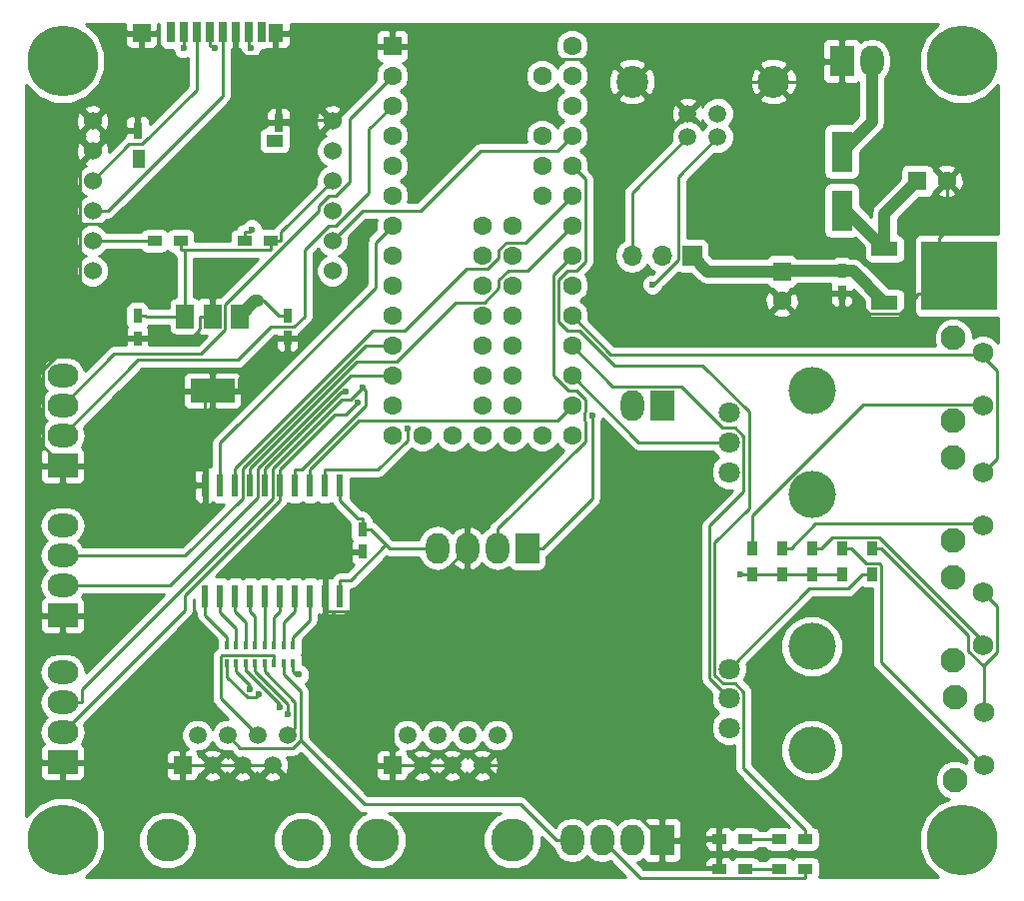
<source format=gbr>
G04 #@! TF.FileFunction,Copper,L1,Top,Signal*
%FSLAX46Y46*%
G04 Gerber Fmt 4.6, Leading zero omitted, Abs format (unit mm)*
G04 Created by KiCad (PCBNEW 4.0.7-e2-6376~58~ubuntu16.04.1) date Tue May  1 20:05:14 2018*
%MOMM*%
%LPD*%
G01*
G04 APERTURE LIST*
%ADD10C,0.100000*%
%ADD11R,1.600000X1.600000*%
%ADD12C,1.600000*%
%ADD13R,0.750000X1.200000*%
%ADD14R,1.800000X3.500000*%
%ADD15R,1.200000X0.900000*%
%ADD16R,2.000000X2.600000*%
%ADD17O,2.000000X2.600000*%
%ADD18C,1.520000*%
%ADD19C,2.700000*%
%ADD20R,1.700000X1.700000*%
%ADD21O,1.700000X1.700000*%
%ADD22R,0.700000X1.750000*%
%ADD23R,1.300000X1.500000*%
%ADD24R,1.500000X1.500000*%
%ADD25R,0.800000X1.500000*%
%ADD26R,1.450000X1.000000*%
%ADD27R,1.000000X1.550000*%
%ADD28R,0.800000X1.400000*%
%ADD29R,2.600000X2.000000*%
%ADD30O,2.600000X2.000000*%
%ADD31C,6.000000*%
%ADD32R,0.900000X1.200000*%
%ADD33R,0.430000X0.760000*%
%ADD34R,2.200000X1.200000*%
%ADD35R,6.400000X5.800000*%
%ADD36R,3.050000X2.750000*%
%ADD37R,3.800000X2.000000*%
%ADD38R,1.500000X2.000000*%
%ADD39C,1.524000*%
%ADD40C,2.100000*%
%ADD41C,1.750000*%
%ADD42C,3.650000*%
%ADD43C,1.500000*%
%ADD44R,0.600000X1.950000*%
%ADD45C,1.800000*%
%ADD46C,4.000000*%
%ADD47C,0.600000*%
%ADD48C,1.000000*%
%ADD49C,0.250000*%
%ADD50C,0.254000*%
G04 APERTURE END LIST*
D10*
D11*
X176570000Y-48260000D03*
D12*
X179070000Y-48260000D03*
D11*
X165100000Y-55920000D03*
D12*
X165100000Y-58420000D03*
D13*
X170180000Y-55880000D03*
X170180000Y-57780000D03*
X129540000Y-77790000D03*
X129540000Y-79690000D03*
X123190000Y-59690000D03*
X123190000Y-61590000D03*
X110490000Y-59695000D03*
X110490000Y-61595000D03*
D14*
X170180000Y-50760000D03*
X170180000Y-45760000D03*
D15*
X164882000Y-106581000D03*
X167082000Y-106581000D03*
X164882000Y-104041000D03*
X167082000Y-104041000D03*
D16*
X170180000Y-38100000D03*
D17*
X172720000Y-38100000D03*
D18*
X159670000Y-44545000D03*
X157130000Y-44545000D03*
X157130000Y-42545000D03*
X159670000Y-42545000D03*
D19*
X164400000Y-39845000D03*
X152400000Y-39845000D03*
D16*
X154940000Y-67310000D03*
D17*
X152400000Y-67310000D03*
D20*
X157480000Y-54610000D03*
D21*
X154940000Y-54610000D03*
X152400000Y-54610000D03*
D22*
X113290000Y-35608300D03*
X114390000Y-35608300D03*
X115490000Y-35608300D03*
X116590000Y-35608300D03*
X117690000Y-35608300D03*
X118790000Y-35608300D03*
X119890000Y-35608300D03*
X120990000Y-35608300D03*
D23*
X122190000Y-35733300D03*
D24*
X110840000Y-35733300D03*
D25*
X122440000Y-43333300D03*
D26*
X122115000Y-44833300D03*
D27*
X110590000Y-46408300D03*
D28*
X110490000Y-43983300D03*
D16*
X154940000Y-104140000D03*
D17*
X152400000Y-104140000D03*
X149860000Y-104140000D03*
X147320000Y-104140000D03*
D16*
X143510000Y-79375000D03*
D17*
X140970000Y-79375000D03*
X138430000Y-79375000D03*
X135890000Y-79375000D03*
D29*
X104140000Y-85090000D03*
D30*
X104140000Y-82550000D03*
X104140000Y-80010000D03*
X104140000Y-77470000D03*
D29*
X104140000Y-72390000D03*
D30*
X104140000Y-69850000D03*
X104140000Y-67310000D03*
X104140000Y-64770000D03*
D31*
X180340000Y-104140000D03*
X104140000Y-38100000D03*
X104140000Y-104140000D03*
X180340000Y-38100000D03*
D15*
X162002000Y-106581000D03*
X159802000Y-106581000D03*
X159802000Y-104041000D03*
X162002000Y-104041000D03*
X114130000Y-53333300D03*
X111930000Y-53333300D03*
X121750000Y-53333300D03*
X119550000Y-53333300D03*
D32*
X162560000Y-81575000D03*
X162560000Y-79375000D03*
X165100000Y-81575000D03*
X165100000Y-79375000D03*
X167640000Y-81575000D03*
X167640000Y-79375000D03*
X172720000Y-81575000D03*
X172720000Y-79375000D03*
D33*
X121260000Y-87630000D03*
X121260000Y-89150000D03*
X120460000Y-87630000D03*
X120460000Y-89150000D03*
X122060000Y-87630000D03*
X119660000Y-87630000D03*
X119660000Y-89150000D03*
X122060000Y-89150000D03*
X118860000Y-87630000D03*
X118060000Y-87630000D03*
X123660000Y-87630000D03*
X122860000Y-87630000D03*
X122860000Y-89150000D03*
X123660000Y-89150000D03*
X118060000Y-89150000D03*
X118860000Y-89150000D03*
D34*
X173816000Y-54015200D03*
X173816000Y-58575200D03*
D35*
X180116000Y-56295200D03*
D36*
X181791000Y-57820200D03*
X178441000Y-54770200D03*
X181791000Y-54770200D03*
X178441000Y-57820200D03*
D37*
X116840000Y-66040000D03*
D38*
X116840000Y-59740000D03*
X114540000Y-59740000D03*
X119140000Y-59740000D03*
D39*
X106680000Y-43180000D03*
X106680000Y-45720000D03*
X106680000Y-48260000D03*
X106680000Y-50800000D03*
X106680000Y-53340000D03*
X106680000Y-55880000D03*
X127000000Y-55880000D03*
X127000000Y-53340000D03*
X127000000Y-50800000D03*
X127000000Y-48260000D03*
X127000000Y-45720000D03*
X127000000Y-43180000D03*
D12*
X139700000Y-69850000D03*
X142240000Y-69850000D03*
X144780000Y-69850000D03*
X147320000Y-69850000D03*
X137160000Y-69850000D03*
X134620000Y-69850000D03*
X132080000Y-69850000D03*
X147320000Y-67310000D03*
X147320000Y-64770000D03*
X147320000Y-62230000D03*
X147320000Y-59690000D03*
X147320000Y-57150000D03*
X147320000Y-54610000D03*
X147320000Y-52070000D03*
X147320000Y-49530000D03*
X147320000Y-46990000D03*
X147320000Y-44450000D03*
X147320000Y-41910000D03*
X147320000Y-39370000D03*
X147320000Y-36830000D03*
X144780000Y-39370000D03*
X144780000Y-44450000D03*
X144780000Y-46990000D03*
X144780000Y-49530000D03*
X132080000Y-67310000D03*
X132080000Y-64770000D03*
X132080000Y-62230000D03*
X132080000Y-59690000D03*
X132080000Y-57150000D03*
X132080000Y-54610000D03*
X132080000Y-52070000D03*
X132080000Y-49530000D03*
X132080000Y-46990000D03*
X132080000Y-44450000D03*
X132080000Y-41910000D03*
X132080000Y-39370000D03*
D11*
X132080000Y-36830000D03*
D12*
X139700000Y-52070000D03*
X139700000Y-54610000D03*
X139700000Y-57150000D03*
X139700000Y-59690000D03*
X139700000Y-62230000D03*
X139700000Y-64770000D03*
X139700000Y-67310000D03*
X142240000Y-67310000D03*
X142240000Y-64770000D03*
X142240000Y-62230000D03*
X142240000Y-59690000D03*
X142240000Y-57150000D03*
X142240000Y-54610000D03*
X142240000Y-52070000D03*
D40*
X179655000Y-68590000D03*
D41*
X182145000Y-67330000D03*
X182145000Y-62830000D03*
D40*
X179655000Y-61580000D03*
X179655000Y-78750000D03*
D41*
X182145000Y-77490000D03*
X182145000Y-72990000D03*
D40*
X179655000Y-71740000D03*
X179655000Y-88910000D03*
D41*
X182145000Y-87650000D03*
X182145000Y-83150000D03*
D40*
X179655000Y-81900000D03*
D42*
X142240000Y-104140000D03*
X130810000Y-104140000D03*
D24*
X132080000Y-97790000D03*
D43*
X133350000Y-95250000D03*
X134620000Y-97790000D03*
X135890000Y-95250000D03*
X137160000Y-97790000D03*
X138430000Y-95250000D03*
X139700000Y-97790000D03*
X140970000Y-95250000D03*
D42*
X124460000Y-104140000D03*
X113030000Y-104140000D03*
D24*
X114300000Y-97790000D03*
D43*
X115570000Y-95250000D03*
X116840000Y-97790000D03*
X118110000Y-95250000D03*
X119380000Y-97790000D03*
X120650000Y-95250000D03*
X121920000Y-97790000D03*
X123190000Y-95250000D03*
D29*
X104140000Y-97540200D03*
D30*
X104140000Y-95000200D03*
X104140000Y-92460200D03*
X104140000Y-89920200D03*
D44*
X127635000Y-74040000D03*
X126365000Y-74040000D03*
X125095000Y-74040000D03*
X123825000Y-74040000D03*
X122555000Y-74040000D03*
X121285000Y-74040000D03*
X120015000Y-74040000D03*
X118745000Y-74040000D03*
X117475000Y-74040000D03*
X116205000Y-74040000D03*
X116205000Y-83440000D03*
X117475000Y-83440000D03*
X118745000Y-83440000D03*
X120015000Y-83440000D03*
X121285000Y-83440000D03*
X122555000Y-83440000D03*
X123825000Y-83440000D03*
X125095000Y-83440000D03*
X126365000Y-83440000D03*
X127635000Y-83440000D03*
D32*
X170180000Y-81575000D03*
X170180000Y-79375000D03*
D40*
X179755000Y-99050000D03*
D41*
X182245000Y-97790000D03*
X182245000Y-93290000D03*
D40*
X179755000Y-92040000D03*
D45*
X160640000Y-67940000D03*
X160640000Y-70440000D03*
X160640000Y-72940000D03*
D46*
X167640000Y-66040000D03*
X167640000Y-74840000D03*
D45*
X160640000Y-89620000D03*
X160640000Y-92120000D03*
X160640000Y-94620000D03*
D46*
X167640000Y-87720000D03*
X167640000Y-96520000D03*
D47*
X120650000Y-58420000D03*
X149014300Y-68163600D03*
X123236700Y-93509700D03*
X122577600Y-92870700D03*
X120035100Y-91373900D03*
X120790300Y-91809700D03*
X120092900Y-37011500D03*
X120190500Y-52363100D03*
X114390000Y-37010000D03*
X133350000Y-69241000D03*
X129549800Y-65767300D03*
X129186700Y-67059000D03*
X128117300Y-66147000D03*
X117036700Y-37010500D03*
X154130900Y-57027000D03*
X161591700Y-81575000D03*
X124188200Y-90111700D03*
D48*
X120460000Y-58420000D02*
X119140000Y-59740000D01*
X120650000Y-58420000D02*
X120460000Y-58420000D01*
D49*
X127635000Y-83440000D02*
X127635000Y-82139700D01*
X129159400Y-76864700D02*
X129540000Y-76864700D01*
X127635000Y-75340300D02*
X129159400Y-76864700D01*
X127635000Y-74040000D02*
X127635000Y-75340300D01*
X129540000Y-77790000D02*
X129540000Y-76864700D01*
X153076300Y-107356300D02*
X149860000Y-104140000D01*
X167082000Y-107356300D02*
X153076300Y-107356300D01*
X167082000Y-106581000D02*
X167082000Y-107356300D01*
X135890000Y-79375000D02*
X135227400Y-79375000D01*
X129540000Y-77790000D02*
X130240300Y-77790000D01*
X128526000Y-82139700D02*
X131558000Y-79107700D01*
X127635000Y-82139700D02*
X128526000Y-82139700D01*
X131825300Y-79375000D02*
X131558000Y-79107700D01*
X135227400Y-79375000D02*
X131825300Y-79375000D01*
X131558000Y-79107700D02*
X130240300Y-77790000D01*
X121219700Y-58420000D02*
X122489700Y-59690000D01*
X120650000Y-58420000D02*
X121219700Y-58420000D01*
X123190000Y-59690000D02*
X122489700Y-59690000D01*
X126365000Y-83440000D02*
X126365000Y-82139700D01*
X119380000Y-97790000D02*
X116840000Y-97790000D01*
X180116000Y-57820200D02*
X181791000Y-57820200D01*
X128814700Y-79690000D02*
X129540000Y-79690000D01*
X126365000Y-82139700D02*
X128814700Y-79690000D01*
X150510300Y-37955300D02*
X152400000Y-39845000D01*
X134330600Y-37955300D02*
X150510300Y-37955300D01*
X133205300Y-36830000D02*
X134330600Y-37955300D01*
X167109700Y-39845000D02*
X168854700Y-38100000D01*
X164400000Y-39845000D02*
X167109700Y-39845000D01*
X170180000Y-38100000D02*
X168854700Y-38100000D01*
X165740000Y-57780000D02*
X165100000Y-58420000D01*
X170180000Y-57780000D02*
X165740000Y-57780000D01*
X119065300Y-65014400D02*
X122489700Y-61590000D01*
X119065300Y-66040000D02*
X119065300Y-65014400D01*
X123190000Y-61590000D02*
X122489700Y-61590000D01*
X121920000Y-97790000D02*
X119380000Y-97790000D01*
X154940000Y-104140000D02*
X156265300Y-104140000D01*
X159802000Y-104140000D02*
X156265300Y-104140000D01*
X159802000Y-106581000D02*
X159802000Y-104140000D01*
X159802000Y-104140000D02*
X159802000Y-104041000D01*
X170180000Y-57780000D02*
X170880300Y-57780000D01*
X180116000Y-57820200D02*
X178441000Y-57820200D01*
X170880300Y-57867500D02*
X170880300Y-57780000D01*
X172513400Y-59500600D02*
X170880300Y-57867500D01*
X175120500Y-59500600D02*
X172513400Y-59500600D01*
X176590700Y-58030400D02*
X175120500Y-59500600D01*
X176590700Y-57820200D02*
X176590700Y-58030400D01*
X178441000Y-57820200D02*
X176590700Y-57820200D01*
X181791000Y-54770200D02*
X180116000Y-54770200D01*
X180116000Y-57820200D02*
X180116000Y-56295200D01*
X132080000Y-36830000D02*
X133205300Y-36830000D01*
X179070000Y-52440900D02*
X178441000Y-53069900D01*
X179070000Y-48260000D02*
X179070000Y-52440900D01*
X178441000Y-54770200D02*
X178441000Y-53069900D01*
X180116000Y-56295200D02*
X180116000Y-54770200D01*
X180116000Y-54770200D02*
X178441000Y-54770200D01*
X115764700Y-60815300D02*
X115764700Y-59740000D01*
X114985000Y-61595000D02*
X115764700Y-60815300D01*
X110490000Y-61595000D02*
X114985000Y-61595000D01*
X116840000Y-59740000D02*
X115764700Y-59740000D01*
X117045000Y-66040000D02*
X119065300Y-66040000D01*
X117045000Y-66040000D02*
X117024600Y-66040000D01*
X106115000Y-72739700D02*
X105765300Y-72390000D01*
X116205000Y-72739700D02*
X106115000Y-72739700D01*
X116205000Y-74040000D02*
X116205000Y-72739700D01*
X104140000Y-72390000D02*
X105765300Y-72390000D01*
X116840000Y-66040000D02*
X116932300Y-66040000D01*
X116932300Y-66040000D02*
X117024600Y-66040000D01*
X116205000Y-66767300D02*
X116205000Y-72739700D01*
X116932300Y-66040000D02*
X116205000Y-66767300D01*
X137160000Y-97790000D02*
X134620000Y-97790000D01*
X110490000Y-43983300D02*
X110490000Y-42958000D01*
X108632000Y-41228000D02*
X108760000Y-41228000D01*
X106680000Y-43180000D02*
X108632000Y-41228000D01*
X108760000Y-41228000D02*
X110490000Y-42958000D01*
X110840000Y-39148000D02*
X108760000Y-41228000D01*
X110840000Y-35733300D02*
X110840000Y-39148000D01*
X105128500Y-61595000D02*
X105589100Y-61595000D01*
X102489100Y-64234400D02*
X105128500Y-61595000D01*
X102489100Y-70739100D02*
X102489100Y-64234400D01*
X104140000Y-72390000D02*
X102489100Y-70739100D01*
X105589100Y-61595000D02*
X110490000Y-61595000D01*
X148590000Y-97790000D02*
X154940000Y-104140000D01*
X139700000Y-97790000D02*
X148590000Y-97790000D01*
X122440000Y-43333300D02*
X122440000Y-43064400D01*
X122190000Y-35733300D02*
X122190000Y-36808600D01*
X134620000Y-97790000D02*
X132080000Y-97790000D01*
X132080000Y-97790000D02*
X132080000Y-96714700D01*
X132080000Y-96714700D02*
X132080000Y-84808600D01*
X132011700Y-84740300D02*
X132080000Y-84808600D01*
X126365000Y-84740300D02*
X132011700Y-84740300D01*
X132996400Y-84808600D02*
X138430000Y-79375000D01*
X132080000Y-84808600D02*
X132996400Y-84808600D01*
X126365000Y-83440000D02*
X126365000Y-84740300D01*
X116840000Y-97790000D02*
X114300000Y-97790000D01*
X118815000Y-43333300D02*
X122440000Y-43333300D01*
X110242600Y-51905700D02*
X118815000Y-43333300D01*
X105589100Y-51905700D02*
X110242600Y-51905700D01*
X105589100Y-46810900D02*
X105589100Y-51905700D01*
X106680000Y-45720000D02*
X105589100Y-46810900D01*
X105589100Y-51905700D02*
X105589100Y-61595000D01*
X122190000Y-36808600D02*
X121356800Y-37641800D01*
X119623200Y-37641800D02*
X118790000Y-36808600D01*
X121356800Y-37641800D02*
X119623200Y-37641800D01*
X126884400Y-43064400D02*
X127000000Y-43180000D01*
X122440000Y-43064400D02*
X126884400Y-43064400D01*
X118790000Y-35608300D02*
X118790000Y-36808600D01*
X122440000Y-38725000D02*
X121356800Y-37641800D01*
X122440000Y-43064400D02*
X122440000Y-38725000D01*
X159830000Y-39845000D02*
X164400000Y-39845000D01*
X157130000Y-42545000D02*
X159830000Y-39845000D01*
X152990000Y-70440000D02*
X147320000Y-64770000D01*
X160640000Y-70440000D02*
X152990000Y-70440000D01*
X150774600Y-65684600D02*
X147320000Y-62230000D01*
X156621400Y-65684600D02*
X150774600Y-65684600D01*
X160102200Y-69165400D02*
X156621400Y-65684600D01*
X161136700Y-69165400D02*
X160102200Y-69165400D01*
X161871400Y-69900100D02*
X161136700Y-69165400D01*
X161871400Y-74552700D02*
X161871400Y-69900100D01*
X158961500Y-77462600D02*
X161871400Y-74552700D01*
X158961500Y-90441500D02*
X158961500Y-77462600D01*
X160640000Y-92120000D02*
X158961500Y-90441500D01*
X140970000Y-79375000D02*
X140970000Y-77749700D01*
X141035300Y-77749700D02*
X140970000Y-77749700D01*
X148456000Y-70329000D02*
X141035300Y-77749700D01*
X148456000Y-68684500D02*
X148456000Y-70329000D01*
X148389000Y-68617500D02*
X148456000Y-68684500D01*
X148389000Y-67904600D02*
X148389000Y-68617500D01*
X148456000Y-67837600D02*
X148389000Y-67904600D01*
X148456000Y-66783100D02*
X148456000Y-67837600D01*
X147712900Y-66040000D02*
X148456000Y-66783100D01*
X146992500Y-66040000D02*
X147712900Y-66040000D01*
X145722800Y-64770300D02*
X146992500Y-66040000D01*
X145722800Y-56207200D02*
X145722800Y-64770300D01*
X147320000Y-54610000D02*
X145722800Y-56207200D01*
X149014300Y-75196000D02*
X144835300Y-79375000D01*
X149014300Y-68163600D02*
X149014300Y-75196000D01*
X143510000Y-79375000D02*
X144835300Y-79375000D01*
X120460000Y-89150000D02*
X120460000Y-89855300D01*
X123236700Y-92632000D02*
X120460000Y-89855300D01*
X123236700Y-93509700D02*
X123236700Y-92632000D01*
X119660000Y-89150000D02*
X119660000Y-89855300D01*
X122577600Y-92661200D02*
X122577600Y-92870700D01*
X119771700Y-89855300D02*
X122577600Y-92661200D01*
X119660000Y-89855300D02*
X119771700Y-89855300D01*
X118860000Y-89150000D02*
X118860000Y-89855300D01*
X120035000Y-91373900D02*
X120035100Y-91373900D01*
X120035000Y-91030300D02*
X120035000Y-91373900D01*
X118860000Y-89855300D02*
X120035000Y-91030300D01*
X118060000Y-90294100D02*
X118060000Y-89150000D01*
X119808600Y-92042700D02*
X118060000Y-90294100D01*
X120557300Y-92042700D02*
X119808600Y-92042700D01*
X120790300Y-91809700D02*
X120557300Y-92042700D01*
X119890000Y-35608300D02*
X119890000Y-36808600D01*
X120092900Y-37011500D02*
X119890000Y-36808600D01*
X117690000Y-41066600D02*
X117690000Y-35608300D01*
X107956600Y-50800000D02*
X117690000Y-41066600D01*
X106680000Y-50800000D02*
X107956600Y-50800000D01*
X115490000Y-35608300D02*
X115490000Y-36808600D01*
X115490000Y-40551100D02*
X115490000Y-36808600D01*
X110882800Y-45158300D02*
X115490000Y-40551100D01*
X109781700Y-45158300D02*
X110882800Y-45158300D01*
X106680000Y-48260000D02*
X109781700Y-45158300D01*
X119995600Y-52558000D02*
X120190500Y-52363100D01*
X119550000Y-52558000D02*
X119995600Y-52558000D01*
X119550000Y-53333300D02*
X119550000Y-52558000D01*
X114390000Y-37010000D02*
X114390000Y-35608300D01*
X108521000Y-62929000D02*
X104140000Y-67310000D01*
X108521000Y-62928900D02*
X108521000Y-62929000D01*
X115896100Y-62928900D02*
X108521000Y-62928900D01*
X117915400Y-60909600D02*
X115896100Y-62928900D01*
X117915400Y-58743600D02*
X117915400Y-60909600D01*
X125848300Y-50810700D02*
X117915400Y-58743600D01*
X125848300Y-50410400D02*
X125848300Y-50810700D01*
X126728700Y-49530000D02*
X125848300Y-50410400D01*
X127323100Y-49530000D02*
X126728700Y-49530000D01*
X128480000Y-48373100D02*
X127323100Y-49530000D01*
X128480000Y-42970000D02*
X128480000Y-48373100D01*
X132080000Y-39370000D02*
X128480000Y-42970000D01*
X110556200Y-63433800D02*
X104140000Y-69850000D01*
X118990400Y-63433800D02*
X110556200Y-63433800D01*
X121808800Y-60615400D02*
X118990400Y-63433800D01*
X123777900Y-60615400D02*
X121808800Y-60615400D01*
X124629200Y-59764100D02*
X123777900Y-60615400D01*
X124629200Y-54133700D02*
X124629200Y-59764100D01*
X126692900Y-52070000D02*
X124629200Y-54133700D01*
X127300000Y-52070000D02*
X126692900Y-52070000D01*
X130101900Y-49268100D02*
X127300000Y-52070000D01*
X130101900Y-43888100D02*
X130101900Y-49268100D01*
X132080000Y-41910000D02*
X130101900Y-43888100D01*
X110998000Y-53340000D02*
X111004700Y-53333300D01*
X106680000Y-53340000D02*
X110998000Y-53340000D01*
X111930000Y-53333300D02*
X111004700Y-53333300D01*
X162560000Y-76619000D02*
X162560000Y-79375000D01*
X171964900Y-67214100D02*
X162560000Y-76619000D01*
X182029100Y-67214100D02*
X171964900Y-67214100D01*
X182145000Y-67330000D02*
X182029100Y-67214100D01*
X167922600Y-77327700D02*
X165875300Y-79375000D01*
X181982700Y-77327700D02*
X167922600Y-77327700D01*
X182145000Y-77490000D02*
X181982700Y-77327700D01*
X165100000Y-79375000D02*
X165875300Y-79375000D01*
X172720000Y-79375000D02*
X173495300Y-79375000D01*
X182220100Y-93265100D02*
X182245000Y-93290000D01*
X182220100Y-89347500D02*
X182220100Y-93265100D01*
X182144900Y-89347500D02*
X182220100Y-89347500D01*
X180896300Y-88098900D02*
X182144900Y-89347500D01*
X180896300Y-86776000D02*
X180896300Y-88098900D01*
X173495300Y-79375000D02*
X180896300Y-86776000D01*
X183345400Y-84350400D02*
X182145000Y-83150000D01*
X183345400Y-88222200D02*
X183345400Y-84350400D01*
X182220100Y-89347500D02*
X183345400Y-88222200D01*
X183359400Y-64345800D02*
X181994300Y-62980700D01*
X183359400Y-71775600D02*
X183359400Y-64345800D01*
X182145000Y-72990000D02*
X183359400Y-71775600D01*
X182145000Y-62830000D02*
X181994300Y-62980700D01*
X150610700Y-62980700D02*
X147320000Y-59690000D01*
X181994300Y-62980700D02*
X150610700Y-62980700D01*
X121260000Y-84765300D02*
X121260000Y-87630000D01*
X121285000Y-84740300D02*
X121260000Y-84765300D01*
X121285000Y-83440000D02*
X121285000Y-84740300D01*
X120460000Y-85185300D02*
X120460000Y-87630000D01*
X120015000Y-84740300D02*
X120460000Y-85185300D01*
X120015000Y-83440000D02*
X120015000Y-84740300D01*
X122060000Y-85235300D02*
X122060000Y-87630000D01*
X122555000Y-84740300D02*
X122060000Y-85235300D01*
X122555000Y-83440000D02*
X122555000Y-84740300D01*
X119660000Y-85655300D02*
X119660000Y-87630000D01*
X118745000Y-84740300D02*
X119660000Y-85655300D01*
X118745000Y-83440000D02*
X118745000Y-84740300D01*
X118860000Y-86178900D02*
X118860000Y-87630000D01*
X117475000Y-84793900D02*
X118860000Y-86178900D01*
X117475000Y-83440000D02*
X117475000Y-84793900D01*
X116205000Y-85069700D02*
X118060000Y-86924700D01*
X116205000Y-83440000D02*
X116205000Y-85069700D01*
X118060000Y-87630000D02*
X118060000Y-86924700D01*
X125095000Y-85489700D02*
X123660000Y-86924700D01*
X125095000Y-83440000D02*
X125095000Y-85489700D01*
X123660000Y-87630000D02*
X123660000Y-86924700D01*
X122860000Y-85705300D02*
X122860000Y-87630000D01*
X123825000Y-84740300D02*
X122860000Y-85705300D01*
X123825000Y-83440000D02*
X123825000Y-84740300D01*
X129540000Y-50800000D02*
X127000000Y-53340000D01*
X134450900Y-50800000D02*
X129540000Y-50800000D01*
X139530900Y-45720000D02*
X134450900Y-50800000D01*
X146050000Y-45720000D02*
X139530900Y-45720000D01*
X147320000Y-44450000D02*
X146050000Y-45720000D01*
X133350000Y-70247600D02*
X133350000Y-69241000D01*
X130857900Y-72739700D02*
X133350000Y-70247600D01*
X126365000Y-72739700D02*
X130857900Y-72739700D01*
X126365000Y-74040000D02*
X126365000Y-72739700D01*
X146050000Y-68580000D02*
X147320000Y-67310000D01*
X129254700Y-68580000D02*
X146050000Y-68580000D01*
X125095000Y-72739700D02*
X129254700Y-68580000D01*
X125095000Y-74040000D02*
X125095000Y-72739700D01*
X123825000Y-74040000D02*
X123825000Y-72739700D01*
X104140000Y-92460200D02*
X105765300Y-92460200D01*
X129817000Y-66034500D02*
X129549800Y-65767300D01*
X129817000Y-67313100D02*
X129817000Y-66034500D01*
X124390400Y-72739700D02*
X129817000Y-67313100D01*
X123825000Y-72739700D02*
X124390400Y-72739700D01*
X128544800Y-66772300D02*
X129549800Y-65767300D01*
X127814400Y-66772300D02*
X128544800Y-66772300D01*
X121929600Y-72657100D02*
X127814400Y-66772300D01*
X121929600Y-75148500D02*
X121929600Y-72657100D01*
X105765300Y-91312800D02*
X121929600Y-75148500D01*
X105765300Y-92460200D02*
X105765300Y-91312800D01*
X114494600Y-84645600D02*
X104140000Y-95000200D01*
X114494600Y-83400700D02*
X114494600Y-84645600D01*
X122555000Y-75340300D02*
X114494600Y-83400700D01*
X122555000Y-74690100D02*
X122555000Y-75340300D01*
X122555000Y-74690100D02*
X122555000Y-74040000D01*
X122555000Y-74040000D02*
X122555000Y-72739700D01*
X128157400Y-68088300D02*
X129186700Y-67059000D01*
X127206400Y-68088300D02*
X128157400Y-68088300D01*
X122555000Y-72739700D02*
X127206400Y-68088300D01*
X121285000Y-74040000D02*
X121285000Y-72739700D01*
X127798100Y-66147000D02*
X128117300Y-66147000D01*
X121285000Y-72660100D02*
X127798100Y-66147000D01*
X121285000Y-72739700D02*
X121285000Y-72660100D01*
X120015000Y-74040000D02*
X120015000Y-72739700D01*
X143510000Y-55880000D02*
X147320000Y-52070000D01*
X141905300Y-55880000D02*
X143510000Y-55880000D01*
X141114600Y-56670700D02*
X141905300Y-55880000D01*
X141114600Y-57333000D02*
X141114600Y-56670700D01*
X139883000Y-58564600D02*
X141114600Y-57333000D01*
X137468700Y-58564600D02*
X139883000Y-58564600D01*
X132473100Y-63560200D02*
X137468700Y-58564600D01*
X129104000Y-63560200D02*
X132473100Y-63560200D01*
X120015000Y-72649200D02*
X129104000Y-63560200D01*
X120015000Y-72739700D02*
X120015000Y-72649200D01*
X118745000Y-72641900D02*
X118745000Y-74040000D01*
X130426900Y-60960000D02*
X118745000Y-72641900D01*
X133121800Y-60960000D02*
X130426900Y-60960000D01*
X138346400Y-55735400D02*
X133121800Y-60960000D01*
X140179400Y-55735400D02*
X138346400Y-55735400D01*
X141114600Y-54800200D02*
X140179400Y-55735400D01*
X141114600Y-54134200D02*
X141114600Y-54800200D01*
X141764200Y-53484600D02*
X141114600Y-54134200D01*
X143365400Y-53484600D02*
X141764200Y-53484600D01*
X147320000Y-49530000D02*
X143365400Y-53484600D01*
X130665400Y-53484600D02*
X132080000Y-52070000D01*
X130665400Y-57288500D02*
X130665400Y-53484600D01*
X117475000Y-70478900D02*
X130665400Y-57288500D01*
X117475000Y-74040000D02*
X117475000Y-70478900D01*
X167082000Y-104041000D02*
X167082000Y-103265700D01*
X148454000Y-48124000D02*
X147320000Y-46990000D01*
X148454000Y-55125900D02*
X148454000Y-48124000D01*
X147699900Y-55880000D02*
X148454000Y-55125900D01*
X146940100Y-55880000D02*
X147699900Y-55880000D01*
X146173200Y-56646900D02*
X146940100Y-55880000D01*
X146173200Y-60174100D02*
X146173200Y-56646900D01*
X146959100Y-60960000D02*
X146173200Y-60174100D01*
X147953000Y-60960000D02*
X146959100Y-60960000D01*
X150884900Y-63891900D02*
X147953000Y-60960000D01*
X158376700Y-63891900D02*
X150884900Y-63891900D01*
X162321800Y-67837000D02*
X158376700Y-63891900D01*
X162321800Y-76036600D02*
X162321800Y-67837000D01*
X159411900Y-78946500D02*
X162321800Y-76036600D01*
X159411900Y-90134400D02*
X159411900Y-78946500D01*
X160147500Y-90870000D02*
X159411900Y-90134400D01*
X161134200Y-90870000D02*
X160147500Y-90870000D01*
X161865400Y-91601200D02*
X161134200Y-90870000D01*
X161865400Y-98049100D02*
X161865400Y-91601200D01*
X167082000Y-103265700D02*
X161865400Y-98049100D01*
D48*
X172720000Y-43220000D02*
X170180000Y-45760000D01*
X172720000Y-38100000D02*
X172720000Y-43220000D01*
D49*
X162002000Y-104041000D02*
X164882000Y-104041000D01*
X113240100Y-82550000D02*
X104140000Y-82550000D01*
X120659600Y-75130500D02*
X113240100Y-82550000D01*
X120659600Y-72641500D02*
X120659600Y-75130500D01*
X128531100Y-64770000D02*
X120659600Y-72641500D01*
X132080000Y-64770000D02*
X128531100Y-64770000D01*
X114551000Y-80010000D02*
X104140000Y-80010000D01*
X119389600Y-75171400D02*
X114551000Y-80010000D01*
X119389600Y-72635600D02*
X119389600Y-75171400D01*
X129795200Y-62230000D02*
X119389600Y-72635600D01*
X132080000Y-62230000D02*
X129795200Y-62230000D01*
D48*
X173816000Y-51014000D02*
X176570000Y-48260000D01*
X173816000Y-54015200D02*
X173816000Y-51014000D01*
X170561000Y-50760000D02*
X173816000Y-54015200D01*
X170180000Y-50760000D02*
X170561000Y-50760000D01*
X158790000Y-55920000D02*
X157480000Y-54610000D01*
X165100000Y-55920000D02*
X158790000Y-55920000D01*
X165140000Y-55880000D02*
X165100000Y-55920000D01*
X170180000Y-55880000D02*
X165140000Y-55880000D01*
X171121000Y-55880000D02*
X170180000Y-55880000D01*
X173816000Y-58575200D02*
X171121000Y-55880000D01*
D49*
X111235300Y-59740000D02*
X111190300Y-59695000D01*
X114540000Y-59740000D02*
X111235300Y-59740000D01*
X110490000Y-59695000D02*
X111190300Y-59695000D01*
X121750000Y-53333300D02*
X121750000Y-54108600D01*
X114540000Y-59740000D02*
X114540000Y-58414700D01*
X114130000Y-53333300D02*
X114130000Y-54108600D01*
X114540000Y-54108600D02*
X114540000Y-58414700D01*
X121750000Y-54108600D02*
X114540000Y-54108600D01*
X114540000Y-54108600D02*
X114130000Y-54108600D01*
X116834800Y-36808600D02*
X117036700Y-37010500D01*
X116590000Y-36808600D02*
X116834800Y-36808600D01*
X116590000Y-35608300D02*
X116590000Y-36808600D01*
X122675300Y-52584700D02*
X122675300Y-53333300D01*
X127000000Y-48260000D02*
X122675300Y-52584700D01*
X121750000Y-53333300D02*
X122675300Y-53333300D01*
X162002000Y-106581000D02*
X164882000Y-106581000D01*
X154249300Y-57027000D02*
X154130900Y-57027000D01*
X156304600Y-54971700D02*
X154249300Y-57027000D01*
X156304600Y-47910400D02*
X156304600Y-54971700D01*
X159670000Y-44545000D02*
X156304600Y-47910400D01*
X152400000Y-49275000D02*
X157130000Y-44545000D01*
X152400000Y-54610000D02*
X152400000Y-49275000D01*
X147320000Y-104140000D02*
X145994700Y-104140000D01*
X142961300Y-101106600D02*
X145994700Y-104140000D01*
X129725800Y-101106600D02*
X142961300Y-101106600D01*
X124312300Y-95693100D02*
X129725800Y-101106600D01*
X123680000Y-96325400D02*
X124312300Y-95693100D01*
X119185400Y-96325400D02*
X123680000Y-96325400D01*
X118110000Y-95250000D02*
X119185400Y-96325400D01*
X124312300Y-91529300D02*
X124312300Y-95693100D01*
X122860000Y-90077000D02*
X124312300Y-91529300D01*
X122860000Y-89150000D02*
X122860000Y-90077000D01*
X117634300Y-88444700D02*
X122060000Y-88444700D01*
X117519600Y-88559400D02*
X117634300Y-88444700D01*
X117519600Y-92119600D02*
X117519600Y-88559400D01*
X120650000Y-95250000D02*
X117519600Y-92119600D01*
X122060000Y-89150000D02*
X122060000Y-88444700D01*
X121260000Y-89150000D02*
X121260000Y-89855300D01*
X123862000Y-92457300D02*
X121260000Y-89855300D01*
X123862000Y-94578000D02*
X123862000Y-92457300D01*
X123190000Y-95250000D02*
X123862000Y-94578000D01*
X169348300Y-78442000D02*
X168415300Y-79375000D01*
X173339400Y-78442000D02*
X169348300Y-78442000D01*
X182145000Y-87247600D02*
X173339400Y-78442000D01*
X182145000Y-87650000D02*
X182145000Y-87247600D01*
X167640000Y-79375000D02*
X168415300Y-79375000D01*
X170180000Y-81575000D02*
X167640000Y-81575000D01*
X167640000Y-81575000D02*
X165100000Y-81575000D01*
X165100000Y-81575000D02*
X162560000Y-81575000D01*
X162560000Y-81575000D02*
X161784700Y-81575000D01*
X161784700Y-81575000D02*
X161591700Y-81575000D01*
X170691100Y-82828600D02*
X171944700Y-81575000D01*
X167431400Y-82828600D02*
X170691100Y-82828600D01*
X160640000Y-89620000D02*
X167431400Y-82828600D01*
X172720000Y-81575000D02*
X171944700Y-81575000D01*
X172229900Y-80649600D02*
X170955300Y-79375000D01*
X173329700Y-80649600D02*
X172229900Y-80649600D01*
X173495400Y-80815300D02*
X173329700Y-80649600D01*
X173495400Y-89040400D02*
X173495400Y-80815300D01*
X182245000Y-97790000D02*
X173495400Y-89040400D01*
X170180000Y-79375000D02*
X170955300Y-79375000D01*
X123660000Y-89150000D02*
X123660000Y-89855300D01*
X123916400Y-90111700D02*
X124188200Y-90111700D01*
X123660000Y-89855300D02*
X123916400Y-90111700D01*
D50*
G36*
X109455000Y-35447550D02*
X109613750Y-35606300D01*
X110713000Y-35606300D01*
X110713000Y-35586300D01*
X110967000Y-35586300D01*
X110967000Y-35606300D01*
X112066250Y-35606300D01*
X112225000Y-35447550D01*
X112225000Y-35000000D01*
X112292560Y-35000000D01*
X112292560Y-36483300D01*
X112336838Y-36718617D01*
X112475910Y-36934741D01*
X112688110Y-37079731D01*
X112940000Y-37130740D01*
X113454894Y-37130740D01*
X113454838Y-37195167D01*
X113596883Y-37538943D01*
X113859673Y-37802192D01*
X114203201Y-37944838D01*
X114575167Y-37945162D01*
X114730000Y-37881186D01*
X114730000Y-40236298D01*
X111525000Y-43441298D01*
X111525000Y-43156990D01*
X111428327Y-42923601D01*
X111249698Y-42744973D01*
X111016309Y-42648300D01*
X110775750Y-42648300D01*
X110617000Y-42807050D01*
X110617000Y-43856300D01*
X110637000Y-43856300D01*
X110637000Y-44110300D01*
X110617000Y-44110300D01*
X110617000Y-44130300D01*
X110363000Y-44130300D01*
X110363000Y-44110300D01*
X109613750Y-44110300D01*
X109455000Y-44269050D01*
X109455000Y-44480113D01*
X109244299Y-44620899D01*
X108081916Y-45783282D01*
X108061362Y-45372632D01*
X107902397Y-44988857D01*
X107660213Y-44919392D01*
X106859605Y-45720000D01*
X106873748Y-45734143D01*
X106694143Y-45913748D01*
X106680000Y-45899605D01*
X105879392Y-46700213D01*
X105948857Y-46942397D01*
X106089318Y-46992509D01*
X105889697Y-47074990D01*
X105496371Y-47467630D01*
X105283243Y-47980900D01*
X105282758Y-48536661D01*
X105494990Y-49050303D01*
X105887630Y-49443629D01*
X106095512Y-49529949D01*
X105889697Y-49614990D01*
X105496371Y-50007630D01*
X105283243Y-50520900D01*
X105282758Y-51076661D01*
X105494990Y-51590303D01*
X105887630Y-51983629D01*
X106095512Y-52069949D01*
X105889697Y-52154990D01*
X105496371Y-52547630D01*
X105283243Y-53060900D01*
X105282758Y-53616661D01*
X105494990Y-54130303D01*
X105887630Y-54523629D01*
X106095512Y-54609949D01*
X105889697Y-54694990D01*
X105496371Y-55087630D01*
X105283243Y-55600900D01*
X105282758Y-56156661D01*
X105494990Y-56670303D01*
X105887630Y-57063629D01*
X106400900Y-57276757D01*
X106956661Y-57277242D01*
X107470303Y-57065010D01*
X107863629Y-56672370D01*
X108076757Y-56159100D01*
X108077242Y-55603339D01*
X107865010Y-55089697D01*
X107472370Y-54696371D01*
X107264488Y-54610051D01*
X107470303Y-54525010D01*
X107863629Y-54132370D01*
X107877070Y-54100000D01*
X110779207Y-54100000D01*
X110865910Y-54234741D01*
X111078110Y-54379731D01*
X111330000Y-54430740D01*
X112530000Y-54430740D01*
X112765317Y-54386462D01*
X112981441Y-54247390D01*
X113029134Y-54177589D01*
X113065910Y-54234741D01*
X113278110Y-54379731D01*
X113436055Y-54411716D01*
X113592599Y-54646001D01*
X113780000Y-54771218D01*
X113780000Y-58094442D01*
X113554683Y-58136838D01*
X113338559Y-58275910D01*
X113193569Y-58488110D01*
X113142560Y-58740000D01*
X113142560Y-58980000D01*
X111490801Y-58980000D01*
X111468162Y-58859683D01*
X111329090Y-58643559D01*
X111116890Y-58498569D01*
X110865000Y-58447560D01*
X110115000Y-58447560D01*
X109879683Y-58491838D01*
X109663559Y-58630910D01*
X109518569Y-58843110D01*
X109467560Y-59095000D01*
X109467560Y-60295000D01*
X109511838Y-60530317D01*
X109578329Y-60633646D01*
X109576673Y-60635302D01*
X109480000Y-60868691D01*
X109480000Y-61309250D01*
X109638750Y-61468000D01*
X110363000Y-61468000D01*
X110363000Y-61448000D01*
X110617000Y-61448000D01*
X110617000Y-61468000D01*
X111341250Y-61468000D01*
X111500000Y-61309250D01*
X111500000Y-60868691D01*
X111403327Y-60635302D01*
X111401957Y-60633932D01*
X111461431Y-60546890D01*
X111470926Y-60500000D01*
X113142560Y-60500000D01*
X113142560Y-60740000D01*
X113186838Y-60975317D01*
X113325910Y-61191441D01*
X113538110Y-61336431D01*
X113790000Y-61387440D01*
X115290000Y-61387440D01*
X115525317Y-61343162D01*
X115689492Y-61237518D01*
X115730301Y-61278327D01*
X115963690Y-61375000D01*
X116375198Y-61375000D01*
X115581298Y-62168900D01*
X111500000Y-62168900D01*
X111500000Y-61880750D01*
X111341250Y-61722000D01*
X110617000Y-61722000D01*
X110617000Y-61742000D01*
X110363000Y-61742000D01*
X110363000Y-61722000D01*
X109638750Y-61722000D01*
X109480000Y-61880750D01*
X109480000Y-62168900D01*
X108521000Y-62168900D01*
X108230161Y-62226752D01*
X107983599Y-62391499D01*
X107983398Y-62391800D01*
X106028674Y-64346524D01*
X105988452Y-64144313D01*
X105634029Y-63613880D01*
X105103596Y-63259457D01*
X104477909Y-63135000D01*
X103802091Y-63135000D01*
X103176404Y-63259457D01*
X102645971Y-63613880D01*
X102291548Y-64144313D01*
X102167091Y-64770000D01*
X102291548Y-65395687D01*
X102645971Y-65926120D01*
X102816405Y-66040000D01*
X102645971Y-66153880D01*
X102291548Y-66684313D01*
X102167091Y-67310000D01*
X102291548Y-67935687D01*
X102645971Y-68466120D01*
X102816405Y-68580000D01*
X102645971Y-68693880D01*
X102291548Y-69224313D01*
X102167091Y-69850000D01*
X102291548Y-70475687D01*
X102529231Y-70831406D01*
X102480301Y-70851673D01*
X102301673Y-71030302D01*
X102205000Y-71263691D01*
X102205000Y-72104250D01*
X102363750Y-72263000D01*
X104013000Y-72263000D01*
X104013000Y-72243000D01*
X104267000Y-72243000D01*
X104267000Y-72263000D01*
X105916250Y-72263000D01*
X106075000Y-72104250D01*
X106075000Y-71263691D01*
X105978327Y-71030302D01*
X105799699Y-70851673D01*
X105750769Y-70831406D01*
X105988452Y-70475687D01*
X106112909Y-69850000D01*
X105988452Y-69224313D01*
X105929186Y-69135616D01*
X108739052Y-66325750D01*
X114305000Y-66325750D01*
X114305000Y-67166309D01*
X114401673Y-67399698D01*
X114580301Y-67578327D01*
X114813690Y-67675000D01*
X116554250Y-67675000D01*
X116713000Y-67516250D01*
X116713000Y-66167000D01*
X116967000Y-66167000D01*
X116967000Y-67516250D01*
X117125750Y-67675000D01*
X118866310Y-67675000D01*
X119099699Y-67578327D01*
X119278327Y-67399698D01*
X119375000Y-67166309D01*
X119375000Y-66325750D01*
X119216250Y-66167000D01*
X116967000Y-66167000D01*
X116713000Y-66167000D01*
X114463750Y-66167000D01*
X114305000Y-66325750D01*
X108739052Y-66325750D01*
X110151111Y-64913691D01*
X114305000Y-64913691D01*
X114305000Y-65754250D01*
X114463750Y-65913000D01*
X116713000Y-65913000D01*
X116713000Y-64563750D01*
X116967000Y-64563750D01*
X116967000Y-65913000D01*
X119216250Y-65913000D01*
X119375000Y-65754250D01*
X119375000Y-64913691D01*
X119278327Y-64680302D01*
X119099699Y-64501673D01*
X118866310Y-64405000D01*
X117125750Y-64405000D01*
X116967000Y-64563750D01*
X116713000Y-64563750D01*
X116554250Y-64405000D01*
X114813690Y-64405000D01*
X114580301Y-64501673D01*
X114401673Y-64680302D01*
X114305000Y-64913691D01*
X110151111Y-64913691D01*
X110871002Y-64193800D01*
X118990400Y-64193800D01*
X119281239Y-64135948D01*
X119527801Y-63971201D01*
X121623252Y-61875750D01*
X122180000Y-61875750D01*
X122180000Y-62316309D01*
X122276673Y-62549698D01*
X122455301Y-62728327D01*
X122688690Y-62825000D01*
X122904250Y-62825000D01*
X123063000Y-62666250D01*
X123063000Y-61717000D01*
X123317000Y-61717000D01*
X123317000Y-62666250D01*
X123475750Y-62825000D01*
X123691310Y-62825000D01*
X123924699Y-62728327D01*
X124103327Y-62549698D01*
X124200000Y-62316309D01*
X124200000Y-61875750D01*
X124041250Y-61717000D01*
X123317000Y-61717000D01*
X123063000Y-61717000D01*
X122338750Y-61717000D01*
X122180000Y-61875750D01*
X121623252Y-61875750D01*
X122123603Y-61375400D01*
X122251150Y-61375400D01*
X122338750Y-61463000D01*
X123063000Y-61463000D01*
X123063000Y-61443000D01*
X123317000Y-61443000D01*
X123317000Y-61463000D01*
X124041250Y-61463000D01*
X124200000Y-61304250D01*
X124200000Y-61229842D01*
X124315301Y-61152801D01*
X125166601Y-60301501D01*
X125331348Y-60054939D01*
X125389200Y-59764100D01*
X125389200Y-54448502D01*
X125783532Y-54054170D01*
X125814990Y-54130303D01*
X126207630Y-54523629D01*
X126415512Y-54609949D01*
X126209697Y-54694990D01*
X125816371Y-55087630D01*
X125603243Y-55600900D01*
X125602758Y-56156661D01*
X125814990Y-56670303D01*
X126207630Y-57063629D01*
X126720900Y-57276757D01*
X127276661Y-57277242D01*
X127790303Y-57065010D01*
X128183629Y-56672370D01*
X128396757Y-56159100D01*
X128397242Y-55603339D01*
X128185010Y-55089697D01*
X127792370Y-54696371D01*
X127584488Y-54610051D01*
X127790303Y-54525010D01*
X128183629Y-54132370D01*
X128396757Y-53619100D01*
X128397242Y-53063339D01*
X128383857Y-53030945D01*
X129854802Y-51560000D01*
X130737976Y-51560000D01*
X130645250Y-51783309D01*
X130644752Y-52354187D01*
X130667049Y-52408149D01*
X130127999Y-52947199D01*
X129963252Y-53193761D01*
X129905400Y-53484600D01*
X129905400Y-56973698D01*
X116937599Y-69941499D01*
X116772852Y-70188061D01*
X116715000Y-70478900D01*
X116715000Y-72464666D01*
X116631310Y-72430000D01*
X116490750Y-72430000D01*
X116332000Y-72588750D01*
X116332000Y-73913000D01*
X116352000Y-73913000D01*
X116352000Y-74167000D01*
X116332000Y-74167000D01*
X116332000Y-75491250D01*
X116490750Y-75650000D01*
X116631310Y-75650000D01*
X116848122Y-75560194D01*
X116923110Y-75611431D01*
X117175000Y-75662440D01*
X117775000Y-75662440D01*
X117835059Y-75651139D01*
X114236198Y-79250000D01*
X105898707Y-79250000D01*
X105634029Y-78853880D01*
X105463595Y-78740000D01*
X105634029Y-78626120D01*
X105988452Y-78095687D01*
X106112909Y-77470000D01*
X105988452Y-76844313D01*
X105634029Y-76313880D01*
X105103596Y-75959457D01*
X104477909Y-75835000D01*
X103802091Y-75835000D01*
X103176404Y-75959457D01*
X102645971Y-76313880D01*
X102291548Y-76844313D01*
X102167091Y-77470000D01*
X102291548Y-78095687D01*
X102645971Y-78626120D01*
X102816405Y-78740000D01*
X102645971Y-78853880D01*
X102291548Y-79384313D01*
X102167091Y-80010000D01*
X102291548Y-80635687D01*
X102645971Y-81166120D01*
X102816405Y-81280000D01*
X102645971Y-81393880D01*
X102291548Y-81924313D01*
X102167091Y-82550000D01*
X102291548Y-83175687D01*
X102529231Y-83531406D01*
X102480301Y-83551673D01*
X102301673Y-83730302D01*
X102205000Y-83963691D01*
X102205000Y-84804250D01*
X102363750Y-84963000D01*
X104013000Y-84963000D01*
X104013000Y-84943000D01*
X104267000Y-84943000D01*
X104267000Y-84963000D01*
X105916250Y-84963000D01*
X106075000Y-84804250D01*
X106075000Y-83963691D01*
X105978327Y-83730302D01*
X105799699Y-83551673D01*
X105750769Y-83531406D01*
X105898707Y-83310000D01*
X112693298Y-83310000D01*
X106107963Y-89895335D01*
X105988452Y-89294513D01*
X105634029Y-88764080D01*
X105103596Y-88409657D01*
X104477909Y-88285200D01*
X103802091Y-88285200D01*
X103176404Y-88409657D01*
X102645971Y-88764080D01*
X102291548Y-89294513D01*
X102167091Y-89920200D01*
X102291548Y-90545887D01*
X102645971Y-91076320D01*
X102816405Y-91190200D01*
X102645971Y-91304080D01*
X102291548Y-91834513D01*
X102167091Y-92460200D01*
X102291548Y-93085887D01*
X102645971Y-93616320D01*
X102816405Y-93730200D01*
X102645971Y-93844080D01*
X102291548Y-94374513D01*
X102167091Y-95000200D01*
X102291548Y-95625887D01*
X102529231Y-95981606D01*
X102480301Y-96001873D01*
X102301673Y-96180502D01*
X102205000Y-96413891D01*
X102205000Y-97254450D01*
X102363750Y-97413200D01*
X104013000Y-97413200D01*
X104013000Y-97393200D01*
X104267000Y-97393200D01*
X104267000Y-97413200D01*
X105916250Y-97413200D01*
X106075000Y-97254450D01*
X106075000Y-96913690D01*
X112915000Y-96913690D01*
X112915000Y-97504250D01*
X113073750Y-97663000D01*
X114173000Y-97663000D01*
X114173000Y-96563750D01*
X114014250Y-96405000D01*
X113423691Y-96405000D01*
X113190302Y-96501673D01*
X113011673Y-96680301D01*
X112915000Y-96913690D01*
X106075000Y-96913690D01*
X106075000Y-96413891D01*
X105978327Y-96180502D01*
X105799699Y-96001873D01*
X105750769Y-95981606D01*
X105988452Y-95625887D01*
X106112909Y-95000200D01*
X105988452Y-94374513D01*
X105929186Y-94285816D01*
X115032001Y-85183001D01*
X115196748Y-84936439D01*
X115254600Y-84645600D01*
X115254600Y-83715502D01*
X115257560Y-83712542D01*
X115257560Y-84415000D01*
X115301838Y-84650317D01*
X115440910Y-84866441D01*
X115445000Y-84869236D01*
X115445000Y-85069700D01*
X115502852Y-85360539D01*
X115667599Y-85607101D01*
X117216579Y-87156081D01*
X117197560Y-87250000D01*
X117197560Y-87840039D01*
X117096899Y-87907299D01*
X116982199Y-88021999D01*
X116817452Y-88268561D01*
X116759600Y-88559400D01*
X116759600Y-92119600D01*
X116817452Y-92410439D01*
X116982199Y-92657001D01*
X118190268Y-93865070D01*
X117835715Y-93864760D01*
X117326485Y-94075169D01*
X116936539Y-94464436D01*
X116840024Y-94696870D01*
X116744831Y-94466485D01*
X116355564Y-94076539D01*
X115846702Y-93865241D01*
X115295715Y-93864760D01*
X114786485Y-94075169D01*
X114396539Y-94464436D01*
X114185241Y-94973298D01*
X114184760Y-95524285D01*
X114395169Y-96033515D01*
X114766007Y-96405000D01*
X114585750Y-96405000D01*
X114427000Y-96563750D01*
X114427000Y-97663000D01*
X114447000Y-97663000D01*
X114447000Y-97917000D01*
X114427000Y-97917000D01*
X114427000Y-99016250D01*
X114585750Y-99175000D01*
X115176309Y-99175000D01*
X115409698Y-99078327D01*
X115588327Y-98899699D01*
X115645563Y-98761517D01*
X116048088Y-98761517D01*
X116116077Y-99002460D01*
X116635171Y-99187201D01*
X117185448Y-99159230D01*
X117563923Y-99002460D01*
X117631912Y-98761517D01*
X118588088Y-98761517D01*
X118656077Y-99002460D01*
X119175171Y-99187201D01*
X119725448Y-99159230D01*
X120103923Y-99002460D01*
X120171912Y-98761517D01*
X121128088Y-98761517D01*
X121196077Y-99002460D01*
X121715171Y-99187201D01*
X122265448Y-99159230D01*
X122643923Y-99002460D01*
X122711912Y-98761517D01*
X121920000Y-97969605D01*
X121128088Y-98761517D01*
X120171912Y-98761517D01*
X119380000Y-97969605D01*
X118588088Y-98761517D01*
X117631912Y-98761517D01*
X116840000Y-97969605D01*
X116048088Y-98761517D01*
X115645563Y-98761517D01*
X115685000Y-98666310D01*
X115685000Y-98530137D01*
X115868483Y-98581912D01*
X116660395Y-97790000D01*
X117019605Y-97790000D01*
X117811517Y-98581912D01*
X118052460Y-98513923D01*
X118105642Y-98364489D01*
X118167540Y-98513923D01*
X118408483Y-98581912D01*
X119200395Y-97790000D01*
X118408483Y-96998088D01*
X118167540Y-97066077D01*
X118114358Y-97215511D01*
X118052460Y-97066077D01*
X117811517Y-96998088D01*
X117019605Y-97790000D01*
X116660395Y-97790000D01*
X115868483Y-96998088D01*
X115685000Y-97049863D01*
X115685000Y-96913690D01*
X115645564Y-96818483D01*
X116048088Y-96818483D01*
X116840000Y-97610395D01*
X117631912Y-96818483D01*
X117563923Y-96577540D01*
X117044829Y-96392799D01*
X116494552Y-96420770D01*
X116116077Y-96577540D01*
X116048088Y-96818483D01*
X115645564Y-96818483D01*
X115588327Y-96680301D01*
X115543003Y-96634977D01*
X115844285Y-96635240D01*
X116353515Y-96424831D01*
X116743461Y-96035564D01*
X116839976Y-95803130D01*
X116935169Y-96033515D01*
X117324436Y-96423461D01*
X117833298Y-96634759D01*
X118384285Y-96635240D01*
X118409868Y-96624670D01*
X118591520Y-96806322D01*
X118588088Y-96818483D01*
X119380000Y-97610395D01*
X119394143Y-97596253D01*
X119573748Y-97775858D01*
X119559605Y-97790000D01*
X120351517Y-98581912D01*
X120592460Y-98513923D01*
X120645642Y-98364489D01*
X120707540Y-98513923D01*
X120948483Y-98581912D01*
X121740395Y-97790000D01*
X121726253Y-97775858D01*
X121905858Y-97596253D01*
X121920000Y-97610395D01*
X121934143Y-97596253D01*
X122113748Y-97775858D01*
X122099605Y-97790000D01*
X122891517Y-98581912D01*
X123132460Y-98513923D01*
X123317201Y-97994829D01*
X123289230Y-97444552D01*
X123140464Y-97085400D01*
X123680000Y-97085400D01*
X123970839Y-97027548D01*
X124217401Y-96862801D01*
X124312300Y-96767902D01*
X129188399Y-101644001D01*
X129434961Y-101808748D01*
X129725800Y-101866600D01*
X129870186Y-101866600D01*
X129418343Y-102053298D01*
X128725730Y-102744703D01*
X128350428Y-103648529D01*
X128349574Y-104627177D01*
X128723298Y-105531657D01*
X129414703Y-106224270D01*
X130318529Y-106599572D01*
X131297177Y-106600426D01*
X132201657Y-106226702D01*
X132894270Y-105535297D01*
X133269572Y-104631471D01*
X133270426Y-103652823D01*
X132896702Y-102748343D01*
X132205297Y-102055730D01*
X131749822Y-101866600D01*
X141300186Y-101866600D01*
X140848343Y-102053298D01*
X140155730Y-102744703D01*
X139780428Y-103648529D01*
X139779574Y-104627177D01*
X140153298Y-105531657D01*
X140844703Y-106224270D01*
X141748529Y-106599572D01*
X142727177Y-106600426D01*
X143631657Y-106226702D01*
X144324270Y-105535297D01*
X144699572Y-104631471D01*
X144700193Y-103920295D01*
X145457299Y-104677401D01*
X145703860Y-104842148D01*
X145743335Y-104850000D01*
X145759659Y-104853247D01*
X145809457Y-105103596D01*
X146163880Y-105634029D01*
X146694313Y-105988452D01*
X147320000Y-106112909D01*
X147945687Y-105988452D01*
X148476120Y-105634029D01*
X148590000Y-105463595D01*
X148703880Y-105634029D01*
X149234313Y-105988452D01*
X149860000Y-106112909D01*
X150485687Y-105988452D01*
X150574384Y-105929186D01*
X151885198Y-107240000D01*
X106156197Y-107240000D01*
X106196372Y-107223400D01*
X107219806Y-106201751D01*
X107774368Y-104866218D01*
X107774576Y-104627177D01*
X110569574Y-104627177D01*
X110943298Y-105531657D01*
X111634703Y-106224270D01*
X112538529Y-106599572D01*
X113517177Y-106600426D01*
X114421657Y-106226702D01*
X115114270Y-105535297D01*
X115489572Y-104631471D01*
X115489575Y-104627177D01*
X121999574Y-104627177D01*
X122373298Y-105531657D01*
X123064703Y-106224270D01*
X123968529Y-106599572D01*
X124947177Y-106600426D01*
X125851657Y-106226702D01*
X126544270Y-105535297D01*
X126919572Y-104631471D01*
X126920426Y-103652823D01*
X126546702Y-102748343D01*
X125855297Y-102055730D01*
X124951471Y-101680428D01*
X123972823Y-101679574D01*
X123068343Y-102053298D01*
X122375730Y-102744703D01*
X122000428Y-103648529D01*
X121999574Y-104627177D01*
X115489575Y-104627177D01*
X115490426Y-103652823D01*
X115116702Y-102748343D01*
X114425297Y-102055730D01*
X113521471Y-101680428D01*
X112542823Y-101679574D01*
X111638343Y-102053298D01*
X110945730Y-102744703D01*
X110570428Y-103648529D01*
X110569574Y-104627177D01*
X107774576Y-104627177D01*
X107775630Y-103420126D01*
X107223400Y-102083628D01*
X106201751Y-101060194D01*
X104866218Y-100505632D01*
X103420126Y-100504370D01*
X102083628Y-101056600D01*
X101060194Y-102078249D01*
X101040000Y-102126882D01*
X101040000Y-97825950D01*
X102205000Y-97825950D01*
X102205000Y-98666509D01*
X102301673Y-98899898D01*
X102480301Y-99078527D01*
X102713690Y-99175200D01*
X103854250Y-99175200D01*
X104013000Y-99016450D01*
X104013000Y-97667200D01*
X104267000Y-97667200D01*
X104267000Y-99016450D01*
X104425750Y-99175200D01*
X105566310Y-99175200D01*
X105799699Y-99078527D01*
X105978327Y-98899898D01*
X106075000Y-98666509D01*
X106075000Y-98075750D01*
X112915000Y-98075750D01*
X112915000Y-98666310D01*
X113011673Y-98899699D01*
X113190302Y-99078327D01*
X113423691Y-99175000D01*
X114014250Y-99175000D01*
X114173000Y-99016250D01*
X114173000Y-97917000D01*
X113073750Y-97917000D01*
X112915000Y-98075750D01*
X106075000Y-98075750D01*
X106075000Y-97825950D01*
X105916250Y-97667200D01*
X104267000Y-97667200D01*
X104013000Y-97667200D01*
X102363750Y-97667200D01*
X102205000Y-97825950D01*
X101040000Y-97825950D01*
X101040000Y-85375750D01*
X102205000Y-85375750D01*
X102205000Y-86216309D01*
X102301673Y-86449698D01*
X102480301Y-86628327D01*
X102713690Y-86725000D01*
X103854250Y-86725000D01*
X104013000Y-86566250D01*
X104013000Y-85217000D01*
X104267000Y-85217000D01*
X104267000Y-86566250D01*
X104425750Y-86725000D01*
X105566310Y-86725000D01*
X105799699Y-86628327D01*
X105978327Y-86449698D01*
X106075000Y-86216309D01*
X106075000Y-85375750D01*
X105916250Y-85217000D01*
X104267000Y-85217000D01*
X104013000Y-85217000D01*
X102363750Y-85217000D01*
X102205000Y-85375750D01*
X101040000Y-85375750D01*
X101040000Y-74325750D01*
X115270000Y-74325750D01*
X115270000Y-75141309D01*
X115366673Y-75374698D01*
X115545301Y-75553327D01*
X115778690Y-75650000D01*
X115919250Y-75650000D01*
X116078000Y-75491250D01*
X116078000Y-74167000D01*
X115428750Y-74167000D01*
X115270000Y-74325750D01*
X101040000Y-74325750D01*
X101040000Y-72675750D01*
X102205000Y-72675750D01*
X102205000Y-73516309D01*
X102301673Y-73749698D01*
X102480301Y-73928327D01*
X102713690Y-74025000D01*
X103854250Y-74025000D01*
X104013000Y-73866250D01*
X104013000Y-72517000D01*
X104267000Y-72517000D01*
X104267000Y-73866250D01*
X104425750Y-74025000D01*
X105566310Y-74025000D01*
X105799699Y-73928327D01*
X105978327Y-73749698D01*
X106075000Y-73516309D01*
X106075000Y-72938691D01*
X115270000Y-72938691D01*
X115270000Y-73754250D01*
X115428750Y-73913000D01*
X116078000Y-73913000D01*
X116078000Y-72588750D01*
X115919250Y-72430000D01*
X115778690Y-72430000D01*
X115545301Y-72526673D01*
X115366673Y-72705302D01*
X115270000Y-72938691D01*
X106075000Y-72938691D01*
X106075000Y-72675750D01*
X105916250Y-72517000D01*
X104267000Y-72517000D01*
X104013000Y-72517000D01*
X102363750Y-72517000D01*
X102205000Y-72675750D01*
X101040000Y-72675750D01*
X101040000Y-45512302D01*
X105270856Y-45512302D01*
X105298638Y-46067368D01*
X105457603Y-46451143D01*
X105699787Y-46520608D01*
X106500395Y-45720000D01*
X105699787Y-44919392D01*
X105457603Y-44988857D01*
X105270856Y-45512302D01*
X101040000Y-45512302D01*
X101040000Y-44160213D01*
X105879392Y-44160213D01*
X105948857Y-44402397D01*
X106072344Y-44446453D01*
X105948857Y-44497603D01*
X105879392Y-44739787D01*
X106680000Y-45540395D01*
X107480608Y-44739787D01*
X107411143Y-44497603D01*
X107287656Y-44453547D01*
X107411143Y-44402397D01*
X107480608Y-44160213D01*
X106680000Y-43359605D01*
X105879392Y-44160213D01*
X101040000Y-44160213D01*
X101040000Y-42972302D01*
X105270856Y-42972302D01*
X105298638Y-43527368D01*
X105457603Y-43911143D01*
X105699787Y-43980608D01*
X106500395Y-43180000D01*
X106859605Y-43180000D01*
X107660213Y-43980608D01*
X107902397Y-43911143D01*
X108089144Y-43387698D01*
X108077597Y-43156990D01*
X109455000Y-43156990D01*
X109455000Y-43697550D01*
X109613750Y-43856300D01*
X110363000Y-43856300D01*
X110363000Y-42807050D01*
X110204250Y-42648300D01*
X109963691Y-42648300D01*
X109730302Y-42744973D01*
X109551673Y-42923601D01*
X109455000Y-43156990D01*
X108077597Y-43156990D01*
X108061362Y-42832632D01*
X107902397Y-42448857D01*
X107660213Y-42379392D01*
X106859605Y-43180000D01*
X106500395Y-43180000D01*
X105699787Y-42379392D01*
X105457603Y-42448857D01*
X105270856Y-42972302D01*
X101040000Y-42972302D01*
X101040000Y-42199787D01*
X105879392Y-42199787D01*
X106680000Y-43000395D01*
X107480608Y-42199787D01*
X107411143Y-41957603D01*
X106887698Y-41770856D01*
X106332632Y-41798638D01*
X105948857Y-41957603D01*
X105879392Y-42199787D01*
X101040000Y-42199787D01*
X101040000Y-40116197D01*
X101056600Y-40156372D01*
X102078249Y-41179806D01*
X103413782Y-41734368D01*
X104859874Y-41735630D01*
X106196372Y-41183400D01*
X107219806Y-40161751D01*
X107774368Y-38826218D01*
X107775630Y-37380126D01*
X107223400Y-36043628D01*
X107198865Y-36019050D01*
X109455000Y-36019050D01*
X109455000Y-36609610D01*
X109551673Y-36842999D01*
X109730302Y-37021627D01*
X109963691Y-37118300D01*
X110554250Y-37118300D01*
X110713000Y-36959550D01*
X110713000Y-35860300D01*
X110967000Y-35860300D01*
X110967000Y-36959550D01*
X111125750Y-37118300D01*
X111716309Y-37118300D01*
X111949698Y-37021627D01*
X112128327Y-36842999D01*
X112225000Y-36609610D01*
X112225000Y-36019050D01*
X112066250Y-35860300D01*
X110967000Y-35860300D01*
X110713000Y-35860300D01*
X109613750Y-35860300D01*
X109455000Y-36019050D01*
X107198865Y-36019050D01*
X106201751Y-35020194D01*
X106153118Y-35000000D01*
X109455000Y-35000000D01*
X109455000Y-35447550D01*
X109455000Y-35447550D01*
G37*
X109455000Y-35447550D02*
X109613750Y-35606300D01*
X110713000Y-35606300D01*
X110713000Y-35586300D01*
X110967000Y-35586300D01*
X110967000Y-35606300D01*
X112066250Y-35606300D01*
X112225000Y-35447550D01*
X112225000Y-35000000D01*
X112292560Y-35000000D01*
X112292560Y-36483300D01*
X112336838Y-36718617D01*
X112475910Y-36934741D01*
X112688110Y-37079731D01*
X112940000Y-37130740D01*
X113454894Y-37130740D01*
X113454838Y-37195167D01*
X113596883Y-37538943D01*
X113859673Y-37802192D01*
X114203201Y-37944838D01*
X114575167Y-37945162D01*
X114730000Y-37881186D01*
X114730000Y-40236298D01*
X111525000Y-43441298D01*
X111525000Y-43156990D01*
X111428327Y-42923601D01*
X111249698Y-42744973D01*
X111016309Y-42648300D01*
X110775750Y-42648300D01*
X110617000Y-42807050D01*
X110617000Y-43856300D01*
X110637000Y-43856300D01*
X110637000Y-44110300D01*
X110617000Y-44110300D01*
X110617000Y-44130300D01*
X110363000Y-44130300D01*
X110363000Y-44110300D01*
X109613750Y-44110300D01*
X109455000Y-44269050D01*
X109455000Y-44480113D01*
X109244299Y-44620899D01*
X108081916Y-45783282D01*
X108061362Y-45372632D01*
X107902397Y-44988857D01*
X107660213Y-44919392D01*
X106859605Y-45720000D01*
X106873748Y-45734143D01*
X106694143Y-45913748D01*
X106680000Y-45899605D01*
X105879392Y-46700213D01*
X105948857Y-46942397D01*
X106089318Y-46992509D01*
X105889697Y-47074990D01*
X105496371Y-47467630D01*
X105283243Y-47980900D01*
X105282758Y-48536661D01*
X105494990Y-49050303D01*
X105887630Y-49443629D01*
X106095512Y-49529949D01*
X105889697Y-49614990D01*
X105496371Y-50007630D01*
X105283243Y-50520900D01*
X105282758Y-51076661D01*
X105494990Y-51590303D01*
X105887630Y-51983629D01*
X106095512Y-52069949D01*
X105889697Y-52154990D01*
X105496371Y-52547630D01*
X105283243Y-53060900D01*
X105282758Y-53616661D01*
X105494990Y-54130303D01*
X105887630Y-54523629D01*
X106095512Y-54609949D01*
X105889697Y-54694990D01*
X105496371Y-55087630D01*
X105283243Y-55600900D01*
X105282758Y-56156661D01*
X105494990Y-56670303D01*
X105887630Y-57063629D01*
X106400900Y-57276757D01*
X106956661Y-57277242D01*
X107470303Y-57065010D01*
X107863629Y-56672370D01*
X108076757Y-56159100D01*
X108077242Y-55603339D01*
X107865010Y-55089697D01*
X107472370Y-54696371D01*
X107264488Y-54610051D01*
X107470303Y-54525010D01*
X107863629Y-54132370D01*
X107877070Y-54100000D01*
X110779207Y-54100000D01*
X110865910Y-54234741D01*
X111078110Y-54379731D01*
X111330000Y-54430740D01*
X112530000Y-54430740D01*
X112765317Y-54386462D01*
X112981441Y-54247390D01*
X113029134Y-54177589D01*
X113065910Y-54234741D01*
X113278110Y-54379731D01*
X113436055Y-54411716D01*
X113592599Y-54646001D01*
X113780000Y-54771218D01*
X113780000Y-58094442D01*
X113554683Y-58136838D01*
X113338559Y-58275910D01*
X113193569Y-58488110D01*
X113142560Y-58740000D01*
X113142560Y-58980000D01*
X111490801Y-58980000D01*
X111468162Y-58859683D01*
X111329090Y-58643559D01*
X111116890Y-58498569D01*
X110865000Y-58447560D01*
X110115000Y-58447560D01*
X109879683Y-58491838D01*
X109663559Y-58630910D01*
X109518569Y-58843110D01*
X109467560Y-59095000D01*
X109467560Y-60295000D01*
X109511838Y-60530317D01*
X109578329Y-60633646D01*
X109576673Y-60635302D01*
X109480000Y-60868691D01*
X109480000Y-61309250D01*
X109638750Y-61468000D01*
X110363000Y-61468000D01*
X110363000Y-61448000D01*
X110617000Y-61448000D01*
X110617000Y-61468000D01*
X111341250Y-61468000D01*
X111500000Y-61309250D01*
X111500000Y-60868691D01*
X111403327Y-60635302D01*
X111401957Y-60633932D01*
X111461431Y-60546890D01*
X111470926Y-60500000D01*
X113142560Y-60500000D01*
X113142560Y-60740000D01*
X113186838Y-60975317D01*
X113325910Y-61191441D01*
X113538110Y-61336431D01*
X113790000Y-61387440D01*
X115290000Y-61387440D01*
X115525317Y-61343162D01*
X115689492Y-61237518D01*
X115730301Y-61278327D01*
X115963690Y-61375000D01*
X116375198Y-61375000D01*
X115581298Y-62168900D01*
X111500000Y-62168900D01*
X111500000Y-61880750D01*
X111341250Y-61722000D01*
X110617000Y-61722000D01*
X110617000Y-61742000D01*
X110363000Y-61742000D01*
X110363000Y-61722000D01*
X109638750Y-61722000D01*
X109480000Y-61880750D01*
X109480000Y-62168900D01*
X108521000Y-62168900D01*
X108230161Y-62226752D01*
X107983599Y-62391499D01*
X107983398Y-62391800D01*
X106028674Y-64346524D01*
X105988452Y-64144313D01*
X105634029Y-63613880D01*
X105103596Y-63259457D01*
X104477909Y-63135000D01*
X103802091Y-63135000D01*
X103176404Y-63259457D01*
X102645971Y-63613880D01*
X102291548Y-64144313D01*
X102167091Y-64770000D01*
X102291548Y-65395687D01*
X102645971Y-65926120D01*
X102816405Y-66040000D01*
X102645971Y-66153880D01*
X102291548Y-66684313D01*
X102167091Y-67310000D01*
X102291548Y-67935687D01*
X102645971Y-68466120D01*
X102816405Y-68580000D01*
X102645971Y-68693880D01*
X102291548Y-69224313D01*
X102167091Y-69850000D01*
X102291548Y-70475687D01*
X102529231Y-70831406D01*
X102480301Y-70851673D01*
X102301673Y-71030302D01*
X102205000Y-71263691D01*
X102205000Y-72104250D01*
X102363750Y-72263000D01*
X104013000Y-72263000D01*
X104013000Y-72243000D01*
X104267000Y-72243000D01*
X104267000Y-72263000D01*
X105916250Y-72263000D01*
X106075000Y-72104250D01*
X106075000Y-71263691D01*
X105978327Y-71030302D01*
X105799699Y-70851673D01*
X105750769Y-70831406D01*
X105988452Y-70475687D01*
X106112909Y-69850000D01*
X105988452Y-69224313D01*
X105929186Y-69135616D01*
X108739052Y-66325750D01*
X114305000Y-66325750D01*
X114305000Y-67166309D01*
X114401673Y-67399698D01*
X114580301Y-67578327D01*
X114813690Y-67675000D01*
X116554250Y-67675000D01*
X116713000Y-67516250D01*
X116713000Y-66167000D01*
X116967000Y-66167000D01*
X116967000Y-67516250D01*
X117125750Y-67675000D01*
X118866310Y-67675000D01*
X119099699Y-67578327D01*
X119278327Y-67399698D01*
X119375000Y-67166309D01*
X119375000Y-66325750D01*
X119216250Y-66167000D01*
X116967000Y-66167000D01*
X116713000Y-66167000D01*
X114463750Y-66167000D01*
X114305000Y-66325750D01*
X108739052Y-66325750D01*
X110151111Y-64913691D01*
X114305000Y-64913691D01*
X114305000Y-65754250D01*
X114463750Y-65913000D01*
X116713000Y-65913000D01*
X116713000Y-64563750D01*
X116967000Y-64563750D01*
X116967000Y-65913000D01*
X119216250Y-65913000D01*
X119375000Y-65754250D01*
X119375000Y-64913691D01*
X119278327Y-64680302D01*
X119099699Y-64501673D01*
X118866310Y-64405000D01*
X117125750Y-64405000D01*
X116967000Y-64563750D01*
X116713000Y-64563750D01*
X116554250Y-64405000D01*
X114813690Y-64405000D01*
X114580301Y-64501673D01*
X114401673Y-64680302D01*
X114305000Y-64913691D01*
X110151111Y-64913691D01*
X110871002Y-64193800D01*
X118990400Y-64193800D01*
X119281239Y-64135948D01*
X119527801Y-63971201D01*
X121623252Y-61875750D01*
X122180000Y-61875750D01*
X122180000Y-62316309D01*
X122276673Y-62549698D01*
X122455301Y-62728327D01*
X122688690Y-62825000D01*
X122904250Y-62825000D01*
X123063000Y-62666250D01*
X123063000Y-61717000D01*
X123317000Y-61717000D01*
X123317000Y-62666250D01*
X123475750Y-62825000D01*
X123691310Y-62825000D01*
X123924699Y-62728327D01*
X124103327Y-62549698D01*
X124200000Y-62316309D01*
X124200000Y-61875750D01*
X124041250Y-61717000D01*
X123317000Y-61717000D01*
X123063000Y-61717000D01*
X122338750Y-61717000D01*
X122180000Y-61875750D01*
X121623252Y-61875750D01*
X122123603Y-61375400D01*
X122251150Y-61375400D01*
X122338750Y-61463000D01*
X123063000Y-61463000D01*
X123063000Y-61443000D01*
X123317000Y-61443000D01*
X123317000Y-61463000D01*
X124041250Y-61463000D01*
X124200000Y-61304250D01*
X124200000Y-61229842D01*
X124315301Y-61152801D01*
X125166601Y-60301501D01*
X125331348Y-60054939D01*
X125389200Y-59764100D01*
X125389200Y-54448502D01*
X125783532Y-54054170D01*
X125814990Y-54130303D01*
X126207630Y-54523629D01*
X126415512Y-54609949D01*
X126209697Y-54694990D01*
X125816371Y-55087630D01*
X125603243Y-55600900D01*
X125602758Y-56156661D01*
X125814990Y-56670303D01*
X126207630Y-57063629D01*
X126720900Y-57276757D01*
X127276661Y-57277242D01*
X127790303Y-57065010D01*
X128183629Y-56672370D01*
X128396757Y-56159100D01*
X128397242Y-55603339D01*
X128185010Y-55089697D01*
X127792370Y-54696371D01*
X127584488Y-54610051D01*
X127790303Y-54525010D01*
X128183629Y-54132370D01*
X128396757Y-53619100D01*
X128397242Y-53063339D01*
X128383857Y-53030945D01*
X129854802Y-51560000D01*
X130737976Y-51560000D01*
X130645250Y-51783309D01*
X130644752Y-52354187D01*
X130667049Y-52408149D01*
X130127999Y-52947199D01*
X129963252Y-53193761D01*
X129905400Y-53484600D01*
X129905400Y-56973698D01*
X116937599Y-69941499D01*
X116772852Y-70188061D01*
X116715000Y-70478900D01*
X116715000Y-72464666D01*
X116631310Y-72430000D01*
X116490750Y-72430000D01*
X116332000Y-72588750D01*
X116332000Y-73913000D01*
X116352000Y-73913000D01*
X116352000Y-74167000D01*
X116332000Y-74167000D01*
X116332000Y-75491250D01*
X116490750Y-75650000D01*
X116631310Y-75650000D01*
X116848122Y-75560194D01*
X116923110Y-75611431D01*
X117175000Y-75662440D01*
X117775000Y-75662440D01*
X117835059Y-75651139D01*
X114236198Y-79250000D01*
X105898707Y-79250000D01*
X105634029Y-78853880D01*
X105463595Y-78740000D01*
X105634029Y-78626120D01*
X105988452Y-78095687D01*
X106112909Y-77470000D01*
X105988452Y-76844313D01*
X105634029Y-76313880D01*
X105103596Y-75959457D01*
X104477909Y-75835000D01*
X103802091Y-75835000D01*
X103176404Y-75959457D01*
X102645971Y-76313880D01*
X102291548Y-76844313D01*
X102167091Y-77470000D01*
X102291548Y-78095687D01*
X102645971Y-78626120D01*
X102816405Y-78740000D01*
X102645971Y-78853880D01*
X102291548Y-79384313D01*
X102167091Y-80010000D01*
X102291548Y-80635687D01*
X102645971Y-81166120D01*
X102816405Y-81280000D01*
X102645971Y-81393880D01*
X102291548Y-81924313D01*
X102167091Y-82550000D01*
X102291548Y-83175687D01*
X102529231Y-83531406D01*
X102480301Y-83551673D01*
X102301673Y-83730302D01*
X102205000Y-83963691D01*
X102205000Y-84804250D01*
X102363750Y-84963000D01*
X104013000Y-84963000D01*
X104013000Y-84943000D01*
X104267000Y-84943000D01*
X104267000Y-84963000D01*
X105916250Y-84963000D01*
X106075000Y-84804250D01*
X106075000Y-83963691D01*
X105978327Y-83730302D01*
X105799699Y-83551673D01*
X105750769Y-83531406D01*
X105898707Y-83310000D01*
X112693298Y-83310000D01*
X106107963Y-89895335D01*
X105988452Y-89294513D01*
X105634029Y-88764080D01*
X105103596Y-88409657D01*
X104477909Y-88285200D01*
X103802091Y-88285200D01*
X103176404Y-88409657D01*
X102645971Y-88764080D01*
X102291548Y-89294513D01*
X102167091Y-89920200D01*
X102291548Y-90545887D01*
X102645971Y-91076320D01*
X102816405Y-91190200D01*
X102645971Y-91304080D01*
X102291548Y-91834513D01*
X102167091Y-92460200D01*
X102291548Y-93085887D01*
X102645971Y-93616320D01*
X102816405Y-93730200D01*
X102645971Y-93844080D01*
X102291548Y-94374513D01*
X102167091Y-95000200D01*
X102291548Y-95625887D01*
X102529231Y-95981606D01*
X102480301Y-96001873D01*
X102301673Y-96180502D01*
X102205000Y-96413891D01*
X102205000Y-97254450D01*
X102363750Y-97413200D01*
X104013000Y-97413200D01*
X104013000Y-97393200D01*
X104267000Y-97393200D01*
X104267000Y-97413200D01*
X105916250Y-97413200D01*
X106075000Y-97254450D01*
X106075000Y-96913690D01*
X112915000Y-96913690D01*
X112915000Y-97504250D01*
X113073750Y-97663000D01*
X114173000Y-97663000D01*
X114173000Y-96563750D01*
X114014250Y-96405000D01*
X113423691Y-96405000D01*
X113190302Y-96501673D01*
X113011673Y-96680301D01*
X112915000Y-96913690D01*
X106075000Y-96913690D01*
X106075000Y-96413891D01*
X105978327Y-96180502D01*
X105799699Y-96001873D01*
X105750769Y-95981606D01*
X105988452Y-95625887D01*
X106112909Y-95000200D01*
X105988452Y-94374513D01*
X105929186Y-94285816D01*
X115032001Y-85183001D01*
X115196748Y-84936439D01*
X115254600Y-84645600D01*
X115254600Y-83715502D01*
X115257560Y-83712542D01*
X115257560Y-84415000D01*
X115301838Y-84650317D01*
X115440910Y-84866441D01*
X115445000Y-84869236D01*
X115445000Y-85069700D01*
X115502852Y-85360539D01*
X115667599Y-85607101D01*
X117216579Y-87156081D01*
X117197560Y-87250000D01*
X117197560Y-87840039D01*
X117096899Y-87907299D01*
X116982199Y-88021999D01*
X116817452Y-88268561D01*
X116759600Y-88559400D01*
X116759600Y-92119600D01*
X116817452Y-92410439D01*
X116982199Y-92657001D01*
X118190268Y-93865070D01*
X117835715Y-93864760D01*
X117326485Y-94075169D01*
X116936539Y-94464436D01*
X116840024Y-94696870D01*
X116744831Y-94466485D01*
X116355564Y-94076539D01*
X115846702Y-93865241D01*
X115295715Y-93864760D01*
X114786485Y-94075169D01*
X114396539Y-94464436D01*
X114185241Y-94973298D01*
X114184760Y-95524285D01*
X114395169Y-96033515D01*
X114766007Y-96405000D01*
X114585750Y-96405000D01*
X114427000Y-96563750D01*
X114427000Y-97663000D01*
X114447000Y-97663000D01*
X114447000Y-97917000D01*
X114427000Y-97917000D01*
X114427000Y-99016250D01*
X114585750Y-99175000D01*
X115176309Y-99175000D01*
X115409698Y-99078327D01*
X115588327Y-98899699D01*
X115645563Y-98761517D01*
X116048088Y-98761517D01*
X116116077Y-99002460D01*
X116635171Y-99187201D01*
X117185448Y-99159230D01*
X117563923Y-99002460D01*
X117631912Y-98761517D01*
X118588088Y-98761517D01*
X118656077Y-99002460D01*
X119175171Y-99187201D01*
X119725448Y-99159230D01*
X120103923Y-99002460D01*
X120171912Y-98761517D01*
X121128088Y-98761517D01*
X121196077Y-99002460D01*
X121715171Y-99187201D01*
X122265448Y-99159230D01*
X122643923Y-99002460D01*
X122711912Y-98761517D01*
X121920000Y-97969605D01*
X121128088Y-98761517D01*
X120171912Y-98761517D01*
X119380000Y-97969605D01*
X118588088Y-98761517D01*
X117631912Y-98761517D01*
X116840000Y-97969605D01*
X116048088Y-98761517D01*
X115645563Y-98761517D01*
X115685000Y-98666310D01*
X115685000Y-98530137D01*
X115868483Y-98581912D01*
X116660395Y-97790000D01*
X117019605Y-97790000D01*
X117811517Y-98581912D01*
X118052460Y-98513923D01*
X118105642Y-98364489D01*
X118167540Y-98513923D01*
X118408483Y-98581912D01*
X119200395Y-97790000D01*
X118408483Y-96998088D01*
X118167540Y-97066077D01*
X118114358Y-97215511D01*
X118052460Y-97066077D01*
X117811517Y-96998088D01*
X117019605Y-97790000D01*
X116660395Y-97790000D01*
X115868483Y-96998088D01*
X115685000Y-97049863D01*
X115685000Y-96913690D01*
X115645564Y-96818483D01*
X116048088Y-96818483D01*
X116840000Y-97610395D01*
X117631912Y-96818483D01*
X117563923Y-96577540D01*
X117044829Y-96392799D01*
X116494552Y-96420770D01*
X116116077Y-96577540D01*
X116048088Y-96818483D01*
X115645564Y-96818483D01*
X115588327Y-96680301D01*
X115543003Y-96634977D01*
X115844285Y-96635240D01*
X116353515Y-96424831D01*
X116743461Y-96035564D01*
X116839976Y-95803130D01*
X116935169Y-96033515D01*
X117324436Y-96423461D01*
X117833298Y-96634759D01*
X118384285Y-96635240D01*
X118409868Y-96624670D01*
X118591520Y-96806322D01*
X118588088Y-96818483D01*
X119380000Y-97610395D01*
X119394143Y-97596253D01*
X119573748Y-97775858D01*
X119559605Y-97790000D01*
X120351517Y-98581912D01*
X120592460Y-98513923D01*
X120645642Y-98364489D01*
X120707540Y-98513923D01*
X120948483Y-98581912D01*
X121740395Y-97790000D01*
X121726253Y-97775858D01*
X121905858Y-97596253D01*
X121920000Y-97610395D01*
X121934143Y-97596253D01*
X122113748Y-97775858D01*
X122099605Y-97790000D01*
X122891517Y-98581912D01*
X123132460Y-98513923D01*
X123317201Y-97994829D01*
X123289230Y-97444552D01*
X123140464Y-97085400D01*
X123680000Y-97085400D01*
X123970839Y-97027548D01*
X124217401Y-96862801D01*
X124312300Y-96767902D01*
X129188399Y-101644001D01*
X129434961Y-101808748D01*
X129725800Y-101866600D01*
X129870186Y-101866600D01*
X129418343Y-102053298D01*
X128725730Y-102744703D01*
X128350428Y-103648529D01*
X128349574Y-104627177D01*
X128723298Y-105531657D01*
X129414703Y-106224270D01*
X130318529Y-106599572D01*
X131297177Y-106600426D01*
X132201657Y-106226702D01*
X132894270Y-105535297D01*
X133269572Y-104631471D01*
X133270426Y-103652823D01*
X132896702Y-102748343D01*
X132205297Y-102055730D01*
X131749822Y-101866600D01*
X141300186Y-101866600D01*
X140848343Y-102053298D01*
X140155730Y-102744703D01*
X139780428Y-103648529D01*
X139779574Y-104627177D01*
X140153298Y-105531657D01*
X140844703Y-106224270D01*
X141748529Y-106599572D01*
X142727177Y-106600426D01*
X143631657Y-106226702D01*
X144324270Y-105535297D01*
X144699572Y-104631471D01*
X144700193Y-103920295D01*
X145457299Y-104677401D01*
X145703860Y-104842148D01*
X145743335Y-104850000D01*
X145759659Y-104853247D01*
X145809457Y-105103596D01*
X146163880Y-105634029D01*
X146694313Y-105988452D01*
X147320000Y-106112909D01*
X147945687Y-105988452D01*
X148476120Y-105634029D01*
X148590000Y-105463595D01*
X148703880Y-105634029D01*
X149234313Y-105988452D01*
X149860000Y-106112909D01*
X150485687Y-105988452D01*
X150574384Y-105929186D01*
X151885198Y-107240000D01*
X106156197Y-107240000D01*
X106196372Y-107223400D01*
X107219806Y-106201751D01*
X107774368Y-104866218D01*
X107774576Y-104627177D01*
X110569574Y-104627177D01*
X110943298Y-105531657D01*
X111634703Y-106224270D01*
X112538529Y-106599572D01*
X113517177Y-106600426D01*
X114421657Y-106226702D01*
X115114270Y-105535297D01*
X115489572Y-104631471D01*
X115489575Y-104627177D01*
X121999574Y-104627177D01*
X122373298Y-105531657D01*
X123064703Y-106224270D01*
X123968529Y-106599572D01*
X124947177Y-106600426D01*
X125851657Y-106226702D01*
X126544270Y-105535297D01*
X126919572Y-104631471D01*
X126920426Y-103652823D01*
X126546702Y-102748343D01*
X125855297Y-102055730D01*
X124951471Y-101680428D01*
X123972823Y-101679574D01*
X123068343Y-102053298D01*
X122375730Y-102744703D01*
X122000428Y-103648529D01*
X121999574Y-104627177D01*
X115489575Y-104627177D01*
X115490426Y-103652823D01*
X115116702Y-102748343D01*
X114425297Y-102055730D01*
X113521471Y-101680428D01*
X112542823Y-101679574D01*
X111638343Y-102053298D01*
X110945730Y-102744703D01*
X110570428Y-103648529D01*
X110569574Y-104627177D01*
X107774576Y-104627177D01*
X107775630Y-103420126D01*
X107223400Y-102083628D01*
X106201751Y-101060194D01*
X104866218Y-100505632D01*
X103420126Y-100504370D01*
X102083628Y-101056600D01*
X101060194Y-102078249D01*
X101040000Y-102126882D01*
X101040000Y-97825950D01*
X102205000Y-97825950D01*
X102205000Y-98666509D01*
X102301673Y-98899898D01*
X102480301Y-99078527D01*
X102713690Y-99175200D01*
X103854250Y-99175200D01*
X104013000Y-99016450D01*
X104013000Y-97667200D01*
X104267000Y-97667200D01*
X104267000Y-99016450D01*
X104425750Y-99175200D01*
X105566310Y-99175200D01*
X105799699Y-99078527D01*
X105978327Y-98899898D01*
X106075000Y-98666509D01*
X106075000Y-98075750D01*
X112915000Y-98075750D01*
X112915000Y-98666310D01*
X113011673Y-98899699D01*
X113190302Y-99078327D01*
X113423691Y-99175000D01*
X114014250Y-99175000D01*
X114173000Y-99016250D01*
X114173000Y-97917000D01*
X113073750Y-97917000D01*
X112915000Y-98075750D01*
X106075000Y-98075750D01*
X106075000Y-97825950D01*
X105916250Y-97667200D01*
X104267000Y-97667200D01*
X104013000Y-97667200D01*
X102363750Y-97667200D01*
X102205000Y-97825950D01*
X101040000Y-97825950D01*
X101040000Y-85375750D01*
X102205000Y-85375750D01*
X102205000Y-86216309D01*
X102301673Y-86449698D01*
X102480301Y-86628327D01*
X102713690Y-86725000D01*
X103854250Y-86725000D01*
X104013000Y-86566250D01*
X104013000Y-85217000D01*
X104267000Y-85217000D01*
X104267000Y-86566250D01*
X104425750Y-86725000D01*
X105566310Y-86725000D01*
X105799699Y-86628327D01*
X105978327Y-86449698D01*
X106075000Y-86216309D01*
X106075000Y-85375750D01*
X105916250Y-85217000D01*
X104267000Y-85217000D01*
X104013000Y-85217000D01*
X102363750Y-85217000D01*
X102205000Y-85375750D01*
X101040000Y-85375750D01*
X101040000Y-74325750D01*
X115270000Y-74325750D01*
X115270000Y-75141309D01*
X115366673Y-75374698D01*
X115545301Y-75553327D01*
X115778690Y-75650000D01*
X115919250Y-75650000D01*
X116078000Y-75491250D01*
X116078000Y-74167000D01*
X115428750Y-74167000D01*
X115270000Y-74325750D01*
X101040000Y-74325750D01*
X101040000Y-72675750D01*
X102205000Y-72675750D01*
X102205000Y-73516309D01*
X102301673Y-73749698D01*
X102480301Y-73928327D01*
X102713690Y-74025000D01*
X103854250Y-74025000D01*
X104013000Y-73866250D01*
X104013000Y-72517000D01*
X104267000Y-72517000D01*
X104267000Y-73866250D01*
X104425750Y-74025000D01*
X105566310Y-74025000D01*
X105799699Y-73928327D01*
X105978327Y-73749698D01*
X106075000Y-73516309D01*
X106075000Y-72938691D01*
X115270000Y-72938691D01*
X115270000Y-73754250D01*
X115428750Y-73913000D01*
X116078000Y-73913000D01*
X116078000Y-72588750D01*
X115919250Y-72430000D01*
X115778690Y-72430000D01*
X115545301Y-72526673D01*
X115366673Y-72705302D01*
X115270000Y-72938691D01*
X106075000Y-72938691D01*
X106075000Y-72675750D01*
X105916250Y-72517000D01*
X104267000Y-72517000D01*
X104013000Y-72517000D01*
X102363750Y-72517000D01*
X102205000Y-72675750D01*
X101040000Y-72675750D01*
X101040000Y-45512302D01*
X105270856Y-45512302D01*
X105298638Y-46067368D01*
X105457603Y-46451143D01*
X105699787Y-46520608D01*
X106500395Y-45720000D01*
X105699787Y-44919392D01*
X105457603Y-44988857D01*
X105270856Y-45512302D01*
X101040000Y-45512302D01*
X101040000Y-44160213D01*
X105879392Y-44160213D01*
X105948857Y-44402397D01*
X106072344Y-44446453D01*
X105948857Y-44497603D01*
X105879392Y-44739787D01*
X106680000Y-45540395D01*
X107480608Y-44739787D01*
X107411143Y-44497603D01*
X107287656Y-44453547D01*
X107411143Y-44402397D01*
X107480608Y-44160213D01*
X106680000Y-43359605D01*
X105879392Y-44160213D01*
X101040000Y-44160213D01*
X101040000Y-42972302D01*
X105270856Y-42972302D01*
X105298638Y-43527368D01*
X105457603Y-43911143D01*
X105699787Y-43980608D01*
X106500395Y-43180000D01*
X106859605Y-43180000D01*
X107660213Y-43980608D01*
X107902397Y-43911143D01*
X108089144Y-43387698D01*
X108077597Y-43156990D01*
X109455000Y-43156990D01*
X109455000Y-43697550D01*
X109613750Y-43856300D01*
X110363000Y-43856300D01*
X110363000Y-42807050D01*
X110204250Y-42648300D01*
X109963691Y-42648300D01*
X109730302Y-42744973D01*
X109551673Y-42923601D01*
X109455000Y-43156990D01*
X108077597Y-43156990D01*
X108061362Y-42832632D01*
X107902397Y-42448857D01*
X107660213Y-42379392D01*
X106859605Y-43180000D01*
X106500395Y-43180000D01*
X105699787Y-42379392D01*
X105457603Y-42448857D01*
X105270856Y-42972302D01*
X101040000Y-42972302D01*
X101040000Y-42199787D01*
X105879392Y-42199787D01*
X106680000Y-43000395D01*
X107480608Y-42199787D01*
X107411143Y-41957603D01*
X106887698Y-41770856D01*
X106332632Y-41798638D01*
X105948857Y-41957603D01*
X105879392Y-42199787D01*
X101040000Y-42199787D01*
X101040000Y-40116197D01*
X101056600Y-40156372D01*
X102078249Y-41179806D01*
X103413782Y-41734368D01*
X104859874Y-41735630D01*
X106196372Y-41183400D01*
X107219806Y-40161751D01*
X107774368Y-38826218D01*
X107775630Y-37380126D01*
X107223400Y-36043628D01*
X107198865Y-36019050D01*
X109455000Y-36019050D01*
X109455000Y-36609610D01*
X109551673Y-36842999D01*
X109730302Y-37021627D01*
X109963691Y-37118300D01*
X110554250Y-37118300D01*
X110713000Y-36959550D01*
X110713000Y-35860300D01*
X110967000Y-35860300D01*
X110967000Y-36959550D01*
X111125750Y-37118300D01*
X111716309Y-37118300D01*
X111949698Y-37021627D01*
X112128327Y-36842999D01*
X112225000Y-36609610D01*
X112225000Y-36019050D01*
X112066250Y-35860300D01*
X110967000Y-35860300D01*
X110713000Y-35860300D01*
X109613750Y-35860300D01*
X109455000Y-36019050D01*
X107198865Y-36019050D01*
X106201751Y-35020194D01*
X106153118Y-35000000D01*
X109455000Y-35000000D01*
X109455000Y-35447550D01*
G36*
X152452599Y-70977401D02*
X152699161Y-71142148D01*
X152990000Y-71200000D01*
X159293154Y-71200000D01*
X159337932Y-71308371D01*
X159719182Y-71690288D01*
X159339449Y-72069357D01*
X159105267Y-72633330D01*
X159104735Y-73243991D01*
X159337932Y-73808371D01*
X159769357Y-74240551D01*
X160333330Y-74474733D01*
X160874094Y-74475204D01*
X158424099Y-76925199D01*
X158259352Y-77171761D01*
X158201500Y-77462600D01*
X158201500Y-90441500D01*
X158259352Y-90732339D01*
X158424099Y-90978901D01*
X159150234Y-91705036D01*
X159105267Y-91813330D01*
X159104735Y-92423991D01*
X159337932Y-92988371D01*
X159719182Y-93370288D01*
X159339449Y-93749357D01*
X159105267Y-94313330D01*
X159104735Y-94923991D01*
X159337932Y-95488371D01*
X159769357Y-95920551D01*
X160333330Y-96154733D01*
X160943991Y-96155265D01*
X161105400Y-96088572D01*
X161105400Y-98049100D01*
X161163252Y-98339939D01*
X161327999Y-98586501D01*
X165740763Y-102999265D01*
X165733890Y-102994569D01*
X165482000Y-102943560D01*
X164282000Y-102943560D01*
X164046683Y-102987838D01*
X163830559Y-103126910D01*
X163725274Y-103281000D01*
X163157105Y-103281000D01*
X163066090Y-103139559D01*
X162853890Y-102994569D01*
X162602000Y-102943560D01*
X161402000Y-102943560D01*
X161166683Y-102987838D01*
X160950559Y-103126910D01*
X160904031Y-103195006D01*
X160761698Y-103052673D01*
X160528309Y-102956000D01*
X160087750Y-102956000D01*
X159929000Y-103114750D01*
X159929000Y-103914000D01*
X159949000Y-103914000D01*
X159949000Y-104168000D01*
X159929000Y-104168000D01*
X159929000Y-104967250D01*
X160087750Y-105126000D01*
X160528309Y-105126000D01*
X160761698Y-105029327D01*
X160902936Y-104888090D01*
X160937910Y-104942441D01*
X161150110Y-105087431D01*
X161402000Y-105138440D01*
X162602000Y-105138440D01*
X162837317Y-105094162D01*
X163053441Y-104955090D01*
X163158726Y-104801000D01*
X163726895Y-104801000D01*
X163817910Y-104942441D01*
X164030110Y-105087431D01*
X164282000Y-105138440D01*
X165482000Y-105138440D01*
X165717317Y-105094162D01*
X165933441Y-104955090D01*
X165981134Y-104885289D01*
X166017910Y-104942441D01*
X166230110Y-105087431D01*
X166482000Y-105138440D01*
X167682000Y-105138440D01*
X167917317Y-105094162D01*
X168133441Y-104955090D01*
X168278431Y-104742890D01*
X168329440Y-104491000D01*
X168329440Y-103591000D01*
X168285162Y-103355683D01*
X168146090Y-103139559D01*
X167933890Y-102994569D01*
X167775946Y-102962584D01*
X167619401Y-102728299D01*
X162625400Y-97734298D01*
X162625400Y-97041834D01*
X165004543Y-97041834D01*
X165404853Y-98010658D01*
X166145443Y-98752542D01*
X167113567Y-99154542D01*
X168161834Y-99155457D01*
X169130658Y-98755147D01*
X169872542Y-98014557D01*
X170274542Y-97046433D01*
X170275457Y-95998166D01*
X169875147Y-95029342D01*
X169134557Y-94287458D01*
X168166433Y-93885458D01*
X167118166Y-93884543D01*
X166149342Y-94284853D01*
X165407458Y-95025443D01*
X165005458Y-95993567D01*
X165004543Y-97041834D01*
X162625400Y-97041834D01*
X162625400Y-91601200D01*
X162567548Y-91310361D01*
X162402801Y-91063799D01*
X161885050Y-90546048D01*
X161940551Y-90490643D01*
X162174733Y-89926670D01*
X162175265Y-89316009D01*
X162129515Y-89205287D01*
X163092968Y-88241834D01*
X165004543Y-88241834D01*
X165404853Y-89210658D01*
X166145443Y-89952542D01*
X167113567Y-90354542D01*
X168161834Y-90355457D01*
X169130658Y-89955147D01*
X169872542Y-89214557D01*
X170274542Y-88246433D01*
X170275457Y-87198166D01*
X169875147Y-86229342D01*
X169134557Y-85487458D01*
X168166433Y-85085458D01*
X167118166Y-85084543D01*
X166149342Y-85484853D01*
X165407458Y-86225443D01*
X165005458Y-87193567D01*
X165004543Y-88241834D01*
X163092968Y-88241834D01*
X167746202Y-83588600D01*
X170691100Y-83588600D01*
X170981939Y-83530748D01*
X171228501Y-83366001D01*
X171902241Y-82692261D01*
X172018110Y-82771431D01*
X172270000Y-82822440D01*
X172735400Y-82822440D01*
X172735400Y-89040400D01*
X172793252Y-89331239D01*
X172957999Y-89577801D01*
X180774361Y-97394163D01*
X180735262Y-97488325D01*
X180735124Y-97646804D01*
X180710722Y-97622360D01*
X180091638Y-97365293D01*
X179421303Y-97364708D01*
X178801771Y-97620694D01*
X178327360Y-98094278D01*
X178070293Y-98713362D01*
X178069708Y-99383697D01*
X178325694Y-100003229D01*
X178799278Y-100477640D01*
X179240954Y-100661041D01*
X178283628Y-101056600D01*
X177260194Y-102078249D01*
X176705632Y-103413782D01*
X176704370Y-104859874D01*
X177256600Y-106196372D01*
X178278249Y-107219806D01*
X178326882Y-107240000D01*
X168287116Y-107240000D01*
X168329440Y-107031000D01*
X168329440Y-106131000D01*
X168285162Y-105895683D01*
X168146090Y-105679559D01*
X167933890Y-105534569D01*
X167682000Y-105483560D01*
X166482000Y-105483560D01*
X166246683Y-105527838D01*
X166030559Y-105666910D01*
X165982866Y-105736711D01*
X165946090Y-105679559D01*
X165733890Y-105534569D01*
X165482000Y-105483560D01*
X164282000Y-105483560D01*
X164046683Y-105527838D01*
X163830559Y-105666910D01*
X163725274Y-105821000D01*
X163157105Y-105821000D01*
X163066090Y-105679559D01*
X162853890Y-105534569D01*
X162602000Y-105483560D01*
X161402000Y-105483560D01*
X161166683Y-105527838D01*
X160950559Y-105666910D01*
X160904031Y-105735006D01*
X160761698Y-105592673D01*
X160528309Y-105496000D01*
X160087750Y-105496000D01*
X159929000Y-105654750D01*
X159929000Y-106454000D01*
X159949000Y-106454000D01*
X159949000Y-106596300D01*
X153391102Y-106596300D01*
X152823476Y-106028674D01*
X153025687Y-105988452D01*
X153381406Y-105750769D01*
X153401673Y-105799699D01*
X153580302Y-105978327D01*
X153813691Y-106075000D01*
X154654250Y-106075000D01*
X154813000Y-105916250D01*
X154813000Y-104267000D01*
X155067000Y-104267000D01*
X155067000Y-105916250D01*
X155225750Y-106075000D01*
X156066309Y-106075000D01*
X156236052Y-106004690D01*
X158567000Y-106004690D01*
X158567000Y-106295250D01*
X158725750Y-106454000D01*
X159675000Y-106454000D01*
X159675000Y-105654750D01*
X159516250Y-105496000D01*
X159075691Y-105496000D01*
X158842302Y-105592673D01*
X158663673Y-105771301D01*
X158567000Y-106004690D01*
X156236052Y-106004690D01*
X156299698Y-105978327D01*
X156478327Y-105799699D01*
X156575000Y-105566310D01*
X156575000Y-104425750D01*
X156476000Y-104326750D01*
X158567000Y-104326750D01*
X158567000Y-104617310D01*
X158663673Y-104850699D01*
X158842302Y-105029327D01*
X159075691Y-105126000D01*
X159516250Y-105126000D01*
X159675000Y-104967250D01*
X159675000Y-104168000D01*
X158725750Y-104168000D01*
X158567000Y-104326750D01*
X156476000Y-104326750D01*
X156416250Y-104267000D01*
X155067000Y-104267000D01*
X154813000Y-104267000D01*
X154793000Y-104267000D01*
X154793000Y-104013000D01*
X154813000Y-104013000D01*
X154813000Y-102363750D01*
X155067000Y-102363750D01*
X155067000Y-104013000D01*
X156416250Y-104013000D01*
X156575000Y-103854250D01*
X156575000Y-103464690D01*
X158567000Y-103464690D01*
X158567000Y-103755250D01*
X158725750Y-103914000D01*
X159675000Y-103914000D01*
X159675000Y-103114750D01*
X159516250Y-102956000D01*
X159075691Y-102956000D01*
X158842302Y-103052673D01*
X158663673Y-103231301D01*
X158567000Y-103464690D01*
X156575000Y-103464690D01*
X156575000Y-102713690D01*
X156478327Y-102480301D01*
X156299698Y-102301673D01*
X156066309Y-102205000D01*
X155225750Y-102205000D01*
X155067000Y-102363750D01*
X154813000Y-102363750D01*
X154654250Y-102205000D01*
X153813691Y-102205000D01*
X153580302Y-102301673D01*
X153401673Y-102480301D01*
X153381406Y-102529231D01*
X153025687Y-102291548D01*
X152400000Y-102167091D01*
X151774313Y-102291548D01*
X151243880Y-102645971D01*
X151130000Y-102816405D01*
X151016120Y-102645971D01*
X150485687Y-102291548D01*
X149860000Y-102167091D01*
X149234313Y-102291548D01*
X148703880Y-102645971D01*
X148590000Y-102816405D01*
X148476120Y-102645971D01*
X147945687Y-102291548D01*
X147320000Y-102167091D01*
X146694313Y-102291548D01*
X146163880Y-102645971D01*
X145928198Y-102998696D01*
X143498701Y-100569199D01*
X143252139Y-100404452D01*
X142961300Y-100346600D01*
X130040602Y-100346600D01*
X127769752Y-98075750D01*
X130695000Y-98075750D01*
X130695000Y-98666310D01*
X130791673Y-98899699D01*
X130970302Y-99078327D01*
X131203691Y-99175000D01*
X131794250Y-99175000D01*
X131953000Y-99016250D01*
X131953000Y-97917000D01*
X130853750Y-97917000D01*
X130695000Y-98075750D01*
X127769752Y-98075750D01*
X126607692Y-96913690D01*
X130695000Y-96913690D01*
X130695000Y-97504250D01*
X130853750Y-97663000D01*
X131953000Y-97663000D01*
X131953000Y-96563750D01*
X131794250Y-96405000D01*
X131203691Y-96405000D01*
X130970302Y-96501673D01*
X130791673Y-96680301D01*
X130695000Y-96913690D01*
X126607692Y-96913690D01*
X125218287Y-95524285D01*
X131964760Y-95524285D01*
X132175169Y-96033515D01*
X132546007Y-96405000D01*
X132365750Y-96405000D01*
X132207000Y-96563750D01*
X132207000Y-97663000D01*
X132227000Y-97663000D01*
X132227000Y-97917000D01*
X132207000Y-97917000D01*
X132207000Y-99016250D01*
X132365750Y-99175000D01*
X132956309Y-99175000D01*
X133189698Y-99078327D01*
X133368327Y-98899699D01*
X133425563Y-98761517D01*
X133828088Y-98761517D01*
X133896077Y-99002460D01*
X134415171Y-99187201D01*
X134965448Y-99159230D01*
X135343923Y-99002460D01*
X135411912Y-98761517D01*
X136368088Y-98761517D01*
X136436077Y-99002460D01*
X136955171Y-99187201D01*
X137505448Y-99159230D01*
X137883923Y-99002460D01*
X137951912Y-98761517D01*
X138908088Y-98761517D01*
X138976077Y-99002460D01*
X139495171Y-99187201D01*
X140045448Y-99159230D01*
X140423923Y-99002460D01*
X140491912Y-98761517D01*
X139700000Y-97969605D01*
X138908088Y-98761517D01*
X137951912Y-98761517D01*
X137160000Y-97969605D01*
X136368088Y-98761517D01*
X135411912Y-98761517D01*
X134620000Y-97969605D01*
X133828088Y-98761517D01*
X133425563Y-98761517D01*
X133465000Y-98666310D01*
X133465000Y-98530137D01*
X133648483Y-98581912D01*
X134440395Y-97790000D01*
X134799605Y-97790000D01*
X135591517Y-98581912D01*
X135832460Y-98513923D01*
X135885642Y-98364489D01*
X135947540Y-98513923D01*
X136188483Y-98581912D01*
X136980395Y-97790000D01*
X137339605Y-97790000D01*
X138131517Y-98581912D01*
X138372460Y-98513923D01*
X138425642Y-98364489D01*
X138487540Y-98513923D01*
X138728483Y-98581912D01*
X139520395Y-97790000D01*
X139879605Y-97790000D01*
X140671517Y-98581912D01*
X140912460Y-98513923D01*
X141097201Y-97994829D01*
X141069230Y-97444552D01*
X140912460Y-97066077D01*
X140671517Y-96998088D01*
X139879605Y-97790000D01*
X139520395Y-97790000D01*
X138728483Y-96998088D01*
X138487540Y-97066077D01*
X138434358Y-97215511D01*
X138372460Y-97066077D01*
X138131517Y-96998088D01*
X137339605Y-97790000D01*
X136980395Y-97790000D01*
X136188483Y-96998088D01*
X135947540Y-97066077D01*
X135894358Y-97215511D01*
X135832460Y-97066077D01*
X135591517Y-96998088D01*
X134799605Y-97790000D01*
X134440395Y-97790000D01*
X133648483Y-96998088D01*
X133465000Y-97049863D01*
X133465000Y-96913690D01*
X133425564Y-96818483D01*
X133828088Y-96818483D01*
X134620000Y-97610395D01*
X135411912Y-96818483D01*
X136368088Y-96818483D01*
X137160000Y-97610395D01*
X137951912Y-96818483D01*
X138908088Y-96818483D01*
X139700000Y-97610395D01*
X140491912Y-96818483D01*
X140423923Y-96577540D01*
X139904829Y-96392799D01*
X139354552Y-96420770D01*
X138976077Y-96577540D01*
X138908088Y-96818483D01*
X137951912Y-96818483D01*
X137883923Y-96577540D01*
X137364829Y-96392799D01*
X136814552Y-96420770D01*
X136436077Y-96577540D01*
X136368088Y-96818483D01*
X135411912Y-96818483D01*
X135343923Y-96577540D01*
X134824829Y-96392799D01*
X134274552Y-96420770D01*
X133896077Y-96577540D01*
X133828088Y-96818483D01*
X133425564Y-96818483D01*
X133368327Y-96680301D01*
X133323003Y-96634977D01*
X133624285Y-96635240D01*
X134133515Y-96424831D01*
X134523461Y-96035564D01*
X134619976Y-95803130D01*
X134715169Y-96033515D01*
X135104436Y-96423461D01*
X135613298Y-96634759D01*
X136164285Y-96635240D01*
X136673515Y-96424831D01*
X137063461Y-96035564D01*
X137159976Y-95803130D01*
X137255169Y-96033515D01*
X137644436Y-96423461D01*
X138153298Y-96634759D01*
X138704285Y-96635240D01*
X139213515Y-96424831D01*
X139603461Y-96035564D01*
X139699976Y-95803130D01*
X139795169Y-96033515D01*
X140184436Y-96423461D01*
X140693298Y-96634759D01*
X141244285Y-96635240D01*
X141753515Y-96424831D01*
X142143461Y-96035564D01*
X142354759Y-95526702D01*
X142355240Y-94975715D01*
X142144831Y-94466485D01*
X141755564Y-94076539D01*
X141246702Y-93865241D01*
X140695715Y-93864760D01*
X140186485Y-94075169D01*
X139796539Y-94464436D01*
X139700024Y-94696870D01*
X139604831Y-94466485D01*
X139215564Y-94076539D01*
X138706702Y-93865241D01*
X138155715Y-93864760D01*
X137646485Y-94075169D01*
X137256539Y-94464436D01*
X137160024Y-94696870D01*
X137064831Y-94466485D01*
X136675564Y-94076539D01*
X136166702Y-93865241D01*
X135615715Y-93864760D01*
X135106485Y-94075169D01*
X134716539Y-94464436D01*
X134620024Y-94696870D01*
X134524831Y-94466485D01*
X134135564Y-94076539D01*
X133626702Y-93865241D01*
X133075715Y-93864760D01*
X132566485Y-94075169D01*
X132176539Y-94464436D01*
X131965241Y-94973298D01*
X131964760Y-95524285D01*
X125218287Y-95524285D01*
X125072300Y-95378298D01*
X125072300Y-91529300D01*
X125017067Y-91251629D01*
X125014448Y-91238460D01*
X124849701Y-90991899D01*
X124739901Y-90882099D01*
X124980392Y-90642027D01*
X125123038Y-90298499D01*
X125123362Y-89926533D01*
X124981317Y-89582757D01*
X124718527Y-89319508D01*
X124522440Y-89238085D01*
X124522440Y-88770000D01*
X124478162Y-88534683D01*
X124384497Y-88389123D01*
X124471431Y-88261890D01*
X124522440Y-88010000D01*
X124522440Y-87250000D01*
X124504555Y-87154947D01*
X125632401Y-86027101D01*
X125797148Y-85780540D01*
X125812114Y-85705300D01*
X125855000Y-85489700D01*
X125855000Y-85015334D01*
X125938690Y-85050000D01*
X126079250Y-85050000D01*
X126238000Y-84891250D01*
X126238000Y-83567000D01*
X126218000Y-83567000D01*
X126218000Y-83313000D01*
X126238000Y-83313000D01*
X126238000Y-81988750D01*
X126079250Y-81830000D01*
X125938690Y-81830000D01*
X125721878Y-81919806D01*
X125646890Y-81868569D01*
X125395000Y-81817560D01*
X124795000Y-81817560D01*
X124559683Y-81861838D01*
X124460472Y-81925678D01*
X124376890Y-81868569D01*
X124125000Y-81817560D01*
X123525000Y-81817560D01*
X123289683Y-81861838D01*
X123190472Y-81925678D01*
X123106890Y-81868569D01*
X122855000Y-81817560D01*
X122255000Y-81817560D01*
X122019683Y-81861838D01*
X121920472Y-81925678D01*
X121836890Y-81868569D01*
X121585000Y-81817560D01*
X120985000Y-81817560D01*
X120749683Y-81861838D01*
X120650472Y-81925678D01*
X120566890Y-81868569D01*
X120315000Y-81817560D01*
X119715000Y-81817560D01*
X119479683Y-81861838D01*
X119380472Y-81925678D01*
X119296890Y-81868569D01*
X119045000Y-81817560D01*
X118445000Y-81817560D01*
X118209683Y-81861838D01*
X118110472Y-81925678D01*
X118026890Y-81868569D01*
X117775000Y-81817560D01*
X117175000Y-81817560D01*
X117147337Y-81822765D01*
X123092401Y-75877701D01*
X123257148Y-75631139D01*
X123262509Y-75604188D01*
X123273110Y-75611431D01*
X123525000Y-75662440D01*
X124125000Y-75662440D01*
X124360317Y-75618162D01*
X124459528Y-75554322D01*
X124543110Y-75611431D01*
X124795000Y-75662440D01*
X125395000Y-75662440D01*
X125630317Y-75618162D01*
X125729528Y-75554322D01*
X125813110Y-75611431D01*
X126065000Y-75662440D01*
X126665000Y-75662440D01*
X126900317Y-75618162D01*
X126926872Y-75601074D01*
X126932852Y-75631139D01*
X127097599Y-75877701D01*
X128517560Y-77297662D01*
X128517560Y-78390000D01*
X128561838Y-78625317D01*
X128628329Y-78728646D01*
X128626673Y-78730302D01*
X128530000Y-78963691D01*
X128530000Y-79404250D01*
X128688750Y-79563000D01*
X129413000Y-79563000D01*
X129413000Y-79543000D01*
X129667000Y-79543000D01*
X129667000Y-79563000D01*
X129687000Y-79563000D01*
X129687000Y-79817000D01*
X129667000Y-79817000D01*
X129667000Y-79837000D01*
X129413000Y-79837000D01*
X129413000Y-79817000D01*
X128688750Y-79817000D01*
X128530000Y-79975750D01*
X128530000Y-80416309D01*
X128626673Y-80649698D01*
X128783936Y-80806962D01*
X128211198Y-81379700D01*
X127635000Y-81379700D01*
X127344161Y-81437552D01*
X127097599Y-81602299D01*
X126932852Y-81848861D01*
X126925544Y-81885602D01*
X126791310Y-81830000D01*
X126650750Y-81830000D01*
X126492000Y-81988750D01*
X126492000Y-83313000D01*
X126512000Y-83313000D01*
X126512000Y-83567000D01*
X126492000Y-83567000D01*
X126492000Y-84891250D01*
X126650750Y-85050000D01*
X126791310Y-85050000D01*
X127008122Y-84960194D01*
X127083110Y-85011431D01*
X127335000Y-85062440D01*
X127935000Y-85062440D01*
X128170317Y-85018162D01*
X128386441Y-84879090D01*
X128531431Y-84666890D01*
X128582440Y-84415000D01*
X128582440Y-82888473D01*
X128816839Y-82841848D01*
X129063401Y-82677101D01*
X131641969Y-80098533D01*
X131825300Y-80135000D01*
X134338959Y-80135000D01*
X134379457Y-80338596D01*
X134733880Y-80869029D01*
X135264313Y-81223452D01*
X135890000Y-81347909D01*
X136515687Y-81223452D01*
X137046120Y-80869029D01*
X137173219Y-80678812D01*
X137363683Y-80920922D01*
X137921645Y-81234144D01*
X138049566Y-81265124D01*
X138303000Y-81145777D01*
X138303000Y-79502000D01*
X138283000Y-79502000D01*
X138283000Y-79248000D01*
X138303000Y-79248000D01*
X138303000Y-77604223D01*
X138049566Y-77484876D01*
X137921645Y-77515856D01*
X137363683Y-77829078D01*
X137173219Y-78071188D01*
X137046120Y-77880971D01*
X136515687Y-77526548D01*
X135890000Y-77402091D01*
X135264313Y-77526548D01*
X134733880Y-77880971D01*
X134379457Y-78411404D01*
X134338959Y-78615000D01*
X132140102Y-78615000D01*
X130777701Y-77252599D01*
X130544957Y-77097085D01*
X130518162Y-76954683D01*
X130379090Y-76738559D01*
X130258522Y-76656179D01*
X130242148Y-76573861D01*
X130077401Y-76327299D01*
X129830839Y-76162552D01*
X129540000Y-76104700D01*
X129474202Y-76104700D01*
X128549107Y-75179605D01*
X128582440Y-75015000D01*
X128582440Y-73499700D01*
X130857900Y-73499700D01*
X131148739Y-73441848D01*
X131395301Y-73277101D01*
X133706414Y-70965988D01*
X133806077Y-71065824D01*
X134333309Y-71284750D01*
X134904187Y-71285248D01*
X135431800Y-71067243D01*
X135835824Y-70663923D01*
X135889862Y-70533785D01*
X135942757Y-70661800D01*
X136346077Y-71065824D01*
X136873309Y-71284750D01*
X137444187Y-71285248D01*
X137971800Y-71067243D01*
X138375824Y-70663923D01*
X138429862Y-70533785D01*
X138482757Y-70661800D01*
X138886077Y-71065824D01*
X139413309Y-71284750D01*
X139984187Y-71285248D01*
X140511800Y-71067243D01*
X140915824Y-70663923D01*
X140969862Y-70533785D01*
X141022757Y-70661800D01*
X141426077Y-71065824D01*
X141953309Y-71284750D01*
X142524187Y-71285248D01*
X143051800Y-71067243D01*
X143455824Y-70663923D01*
X143509862Y-70533785D01*
X143562757Y-70661800D01*
X143966077Y-71065824D01*
X144493309Y-71284750D01*
X145064187Y-71285248D01*
X145591800Y-71067243D01*
X145995824Y-70663923D01*
X146049862Y-70533785D01*
X146102757Y-70661800D01*
X146506077Y-71065824D01*
X146603797Y-71106401D01*
X140629391Y-77080807D01*
X140432599Y-77212299D01*
X140267852Y-77458861D01*
X140240604Y-77595844D01*
X139813880Y-77880971D01*
X139686781Y-78071188D01*
X139496317Y-77829078D01*
X138938355Y-77515856D01*
X138810434Y-77484876D01*
X138557000Y-77604223D01*
X138557000Y-79248000D01*
X138577000Y-79248000D01*
X138577000Y-79502000D01*
X138557000Y-79502000D01*
X138557000Y-81145777D01*
X138810434Y-81265124D01*
X138938355Y-81234144D01*
X139496317Y-80920922D01*
X139686781Y-80678812D01*
X139813880Y-80869029D01*
X140344313Y-81223452D01*
X140970000Y-81347909D01*
X141595687Y-81223452D01*
X141954192Y-80983907D01*
X142045910Y-81126441D01*
X142258110Y-81271431D01*
X142510000Y-81322440D01*
X144510000Y-81322440D01*
X144745317Y-81278162D01*
X144961441Y-81139090D01*
X145106431Y-80926890D01*
X145157440Y-80675000D01*
X145157440Y-80056233D01*
X145372701Y-79912401D01*
X149551701Y-75733401D01*
X149716448Y-75486840D01*
X149741313Y-75361834D01*
X149774300Y-75196000D01*
X149774300Y-68726063D01*
X149806492Y-68693927D01*
X149912890Y-68437692D01*
X152452599Y-70977401D01*
X152452599Y-70977401D01*
G37*
X152452599Y-70977401D02*
X152699161Y-71142148D01*
X152990000Y-71200000D01*
X159293154Y-71200000D01*
X159337932Y-71308371D01*
X159719182Y-71690288D01*
X159339449Y-72069357D01*
X159105267Y-72633330D01*
X159104735Y-73243991D01*
X159337932Y-73808371D01*
X159769357Y-74240551D01*
X160333330Y-74474733D01*
X160874094Y-74475204D01*
X158424099Y-76925199D01*
X158259352Y-77171761D01*
X158201500Y-77462600D01*
X158201500Y-90441500D01*
X158259352Y-90732339D01*
X158424099Y-90978901D01*
X159150234Y-91705036D01*
X159105267Y-91813330D01*
X159104735Y-92423991D01*
X159337932Y-92988371D01*
X159719182Y-93370288D01*
X159339449Y-93749357D01*
X159105267Y-94313330D01*
X159104735Y-94923991D01*
X159337932Y-95488371D01*
X159769357Y-95920551D01*
X160333330Y-96154733D01*
X160943991Y-96155265D01*
X161105400Y-96088572D01*
X161105400Y-98049100D01*
X161163252Y-98339939D01*
X161327999Y-98586501D01*
X165740763Y-102999265D01*
X165733890Y-102994569D01*
X165482000Y-102943560D01*
X164282000Y-102943560D01*
X164046683Y-102987838D01*
X163830559Y-103126910D01*
X163725274Y-103281000D01*
X163157105Y-103281000D01*
X163066090Y-103139559D01*
X162853890Y-102994569D01*
X162602000Y-102943560D01*
X161402000Y-102943560D01*
X161166683Y-102987838D01*
X160950559Y-103126910D01*
X160904031Y-103195006D01*
X160761698Y-103052673D01*
X160528309Y-102956000D01*
X160087750Y-102956000D01*
X159929000Y-103114750D01*
X159929000Y-103914000D01*
X159949000Y-103914000D01*
X159949000Y-104168000D01*
X159929000Y-104168000D01*
X159929000Y-104967250D01*
X160087750Y-105126000D01*
X160528309Y-105126000D01*
X160761698Y-105029327D01*
X160902936Y-104888090D01*
X160937910Y-104942441D01*
X161150110Y-105087431D01*
X161402000Y-105138440D01*
X162602000Y-105138440D01*
X162837317Y-105094162D01*
X163053441Y-104955090D01*
X163158726Y-104801000D01*
X163726895Y-104801000D01*
X163817910Y-104942441D01*
X164030110Y-105087431D01*
X164282000Y-105138440D01*
X165482000Y-105138440D01*
X165717317Y-105094162D01*
X165933441Y-104955090D01*
X165981134Y-104885289D01*
X166017910Y-104942441D01*
X166230110Y-105087431D01*
X166482000Y-105138440D01*
X167682000Y-105138440D01*
X167917317Y-105094162D01*
X168133441Y-104955090D01*
X168278431Y-104742890D01*
X168329440Y-104491000D01*
X168329440Y-103591000D01*
X168285162Y-103355683D01*
X168146090Y-103139559D01*
X167933890Y-102994569D01*
X167775946Y-102962584D01*
X167619401Y-102728299D01*
X162625400Y-97734298D01*
X162625400Y-97041834D01*
X165004543Y-97041834D01*
X165404853Y-98010658D01*
X166145443Y-98752542D01*
X167113567Y-99154542D01*
X168161834Y-99155457D01*
X169130658Y-98755147D01*
X169872542Y-98014557D01*
X170274542Y-97046433D01*
X170275457Y-95998166D01*
X169875147Y-95029342D01*
X169134557Y-94287458D01*
X168166433Y-93885458D01*
X167118166Y-93884543D01*
X166149342Y-94284853D01*
X165407458Y-95025443D01*
X165005458Y-95993567D01*
X165004543Y-97041834D01*
X162625400Y-97041834D01*
X162625400Y-91601200D01*
X162567548Y-91310361D01*
X162402801Y-91063799D01*
X161885050Y-90546048D01*
X161940551Y-90490643D01*
X162174733Y-89926670D01*
X162175265Y-89316009D01*
X162129515Y-89205287D01*
X163092968Y-88241834D01*
X165004543Y-88241834D01*
X165404853Y-89210658D01*
X166145443Y-89952542D01*
X167113567Y-90354542D01*
X168161834Y-90355457D01*
X169130658Y-89955147D01*
X169872542Y-89214557D01*
X170274542Y-88246433D01*
X170275457Y-87198166D01*
X169875147Y-86229342D01*
X169134557Y-85487458D01*
X168166433Y-85085458D01*
X167118166Y-85084543D01*
X166149342Y-85484853D01*
X165407458Y-86225443D01*
X165005458Y-87193567D01*
X165004543Y-88241834D01*
X163092968Y-88241834D01*
X167746202Y-83588600D01*
X170691100Y-83588600D01*
X170981939Y-83530748D01*
X171228501Y-83366001D01*
X171902241Y-82692261D01*
X172018110Y-82771431D01*
X172270000Y-82822440D01*
X172735400Y-82822440D01*
X172735400Y-89040400D01*
X172793252Y-89331239D01*
X172957999Y-89577801D01*
X180774361Y-97394163D01*
X180735262Y-97488325D01*
X180735124Y-97646804D01*
X180710722Y-97622360D01*
X180091638Y-97365293D01*
X179421303Y-97364708D01*
X178801771Y-97620694D01*
X178327360Y-98094278D01*
X178070293Y-98713362D01*
X178069708Y-99383697D01*
X178325694Y-100003229D01*
X178799278Y-100477640D01*
X179240954Y-100661041D01*
X178283628Y-101056600D01*
X177260194Y-102078249D01*
X176705632Y-103413782D01*
X176704370Y-104859874D01*
X177256600Y-106196372D01*
X178278249Y-107219806D01*
X178326882Y-107240000D01*
X168287116Y-107240000D01*
X168329440Y-107031000D01*
X168329440Y-106131000D01*
X168285162Y-105895683D01*
X168146090Y-105679559D01*
X167933890Y-105534569D01*
X167682000Y-105483560D01*
X166482000Y-105483560D01*
X166246683Y-105527838D01*
X166030559Y-105666910D01*
X165982866Y-105736711D01*
X165946090Y-105679559D01*
X165733890Y-105534569D01*
X165482000Y-105483560D01*
X164282000Y-105483560D01*
X164046683Y-105527838D01*
X163830559Y-105666910D01*
X163725274Y-105821000D01*
X163157105Y-105821000D01*
X163066090Y-105679559D01*
X162853890Y-105534569D01*
X162602000Y-105483560D01*
X161402000Y-105483560D01*
X161166683Y-105527838D01*
X160950559Y-105666910D01*
X160904031Y-105735006D01*
X160761698Y-105592673D01*
X160528309Y-105496000D01*
X160087750Y-105496000D01*
X159929000Y-105654750D01*
X159929000Y-106454000D01*
X159949000Y-106454000D01*
X159949000Y-106596300D01*
X153391102Y-106596300D01*
X152823476Y-106028674D01*
X153025687Y-105988452D01*
X153381406Y-105750769D01*
X153401673Y-105799699D01*
X153580302Y-105978327D01*
X153813691Y-106075000D01*
X154654250Y-106075000D01*
X154813000Y-105916250D01*
X154813000Y-104267000D01*
X155067000Y-104267000D01*
X155067000Y-105916250D01*
X155225750Y-106075000D01*
X156066309Y-106075000D01*
X156236052Y-106004690D01*
X158567000Y-106004690D01*
X158567000Y-106295250D01*
X158725750Y-106454000D01*
X159675000Y-106454000D01*
X159675000Y-105654750D01*
X159516250Y-105496000D01*
X159075691Y-105496000D01*
X158842302Y-105592673D01*
X158663673Y-105771301D01*
X158567000Y-106004690D01*
X156236052Y-106004690D01*
X156299698Y-105978327D01*
X156478327Y-105799699D01*
X156575000Y-105566310D01*
X156575000Y-104425750D01*
X156476000Y-104326750D01*
X158567000Y-104326750D01*
X158567000Y-104617310D01*
X158663673Y-104850699D01*
X158842302Y-105029327D01*
X159075691Y-105126000D01*
X159516250Y-105126000D01*
X159675000Y-104967250D01*
X159675000Y-104168000D01*
X158725750Y-104168000D01*
X158567000Y-104326750D01*
X156476000Y-104326750D01*
X156416250Y-104267000D01*
X155067000Y-104267000D01*
X154813000Y-104267000D01*
X154793000Y-104267000D01*
X154793000Y-104013000D01*
X154813000Y-104013000D01*
X154813000Y-102363750D01*
X155067000Y-102363750D01*
X155067000Y-104013000D01*
X156416250Y-104013000D01*
X156575000Y-103854250D01*
X156575000Y-103464690D01*
X158567000Y-103464690D01*
X158567000Y-103755250D01*
X158725750Y-103914000D01*
X159675000Y-103914000D01*
X159675000Y-103114750D01*
X159516250Y-102956000D01*
X159075691Y-102956000D01*
X158842302Y-103052673D01*
X158663673Y-103231301D01*
X158567000Y-103464690D01*
X156575000Y-103464690D01*
X156575000Y-102713690D01*
X156478327Y-102480301D01*
X156299698Y-102301673D01*
X156066309Y-102205000D01*
X155225750Y-102205000D01*
X155067000Y-102363750D01*
X154813000Y-102363750D01*
X154654250Y-102205000D01*
X153813691Y-102205000D01*
X153580302Y-102301673D01*
X153401673Y-102480301D01*
X153381406Y-102529231D01*
X153025687Y-102291548D01*
X152400000Y-102167091D01*
X151774313Y-102291548D01*
X151243880Y-102645971D01*
X151130000Y-102816405D01*
X151016120Y-102645971D01*
X150485687Y-102291548D01*
X149860000Y-102167091D01*
X149234313Y-102291548D01*
X148703880Y-102645971D01*
X148590000Y-102816405D01*
X148476120Y-102645971D01*
X147945687Y-102291548D01*
X147320000Y-102167091D01*
X146694313Y-102291548D01*
X146163880Y-102645971D01*
X145928198Y-102998696D01*
X143498701Y-100569199D01*
X143252139Y-100404452D01*
X142961300Y-100346600D01*
X130040602Y-100346600D01*
X127769752Y-98075750D01*
X130695000Y-98075750D01*
X130695000Y-98666310D01*
X130791673Y-98899699D01*
X130970302Y-99078327D01*
X131203691Y-99175000D01*
X131794250Y-99175000D01*
X131953000Y-99016250D01*
X131953000Y-97917000D01*
X130853750Y-97917000D01*
X130695000Y-98075750D01*
X127769752Y-98075750D01*
X126607692Y-96913690D01*
X130695000Y-96913690D01*
X130695000Y-97504250D01*
X130853750Y-97663000D01*
X131953000Y-97663000D01*
X131953000Y-96563750D01*
X131794250Y-96405000D01*
X131203691Y-96405000D01*
X130970302Y-96501673D01*
X130791673Y-96680301D01*
X130695000Y-96913690D01*
X126607692Y-96913690D01*
X125218287Y-95524285D01*
X131964760Y-95524285D01*
X132175169Y-96033515D01*
X132546007Y-96405000D01*
X132365750Y-96405000D01*
X132207000Y-96563750D01*
X132207000Y-97663000D01*
X132227000Y-97663000D01*
X132227000Y-97917000D01*
X132207000Y-97917000D01*
X132207000Y-99016250D01*
X132365750Y-99175000D01*
X132956309Y-99175000D01*
X133189698Y-99078327D01*
X133368327Y-98899699D01*
X133425563Y-98761517D01*
X133828088Y-98761517D01*
X133896077Y-99002460D01*
X134415171Y-99187201D01*
X134965448Y-99159230D01*
X135343923Y-99002460D01*
X135411912Y-98761517D01*
X136368088Y-98761517D01*
X136436077Y-99002460D01*
X136955171Y-99187201D01*
X137505448Y-99159230D01*
X137883923Y-99002460D01*
X137951912Y-98761517D01*
X138908088Y-98761517D01*
X138976077Y-99002460D01*
X139495171Y-99187201D01*
X140045448Y-99159230D01*
X140423923Y-99002460D01*
X140491912Y-98761517D01*
X139700000Y-97969605D01*
X138908088Y-98761517D01*
X137951912Y-98761517D01*
X137160000Y-97969605D01*
X136368088Y-98761517D01*
X135411912Y-98761517D01*
X134620000Y-97969605D01*
X133828088Y-98761517D01*
X133425563Y-98761517D01*
X133465000Y-98666310D01*
X133465000Y-98530137D01*
X133648483Y-98581912D01*
X134440395Y-97790000D01*
X134799605Y-97790000D01*
X135591517Y-98581912D01*
X135832460Y-98513923D01*
X135885642Y-98364489D01*
X135947540Y-98513923D01*
X136188483Y-98581912D01*
X136980395Y-97790000D01*
X137339605Y-97790000D01*
X138131517Y-98581912D01*
X138372460Y-98513923D01*
X138425642Y-98364489D01*
X138487540Y-98513923D01*
X138728483Y-98581912D01*
X139520395Y-97790000D01*
X139879605Y-97790000D01*
X140671517Y-98581912D01*
X140912460Y-98513923D01*
X141097201Y-97994829D01*
X141069230Y-97444552D01*
X140912460Y-97066077D01*
X140671517Y-96998088D01*
X139879605Y-97790000D01*
X139520395Y-97790000D01*
X138728483Y-96998088D01*
X138487540Y-97066077D01*
X138434358Y-97215511D01*
X138372460Y-97066077D01*
X138131517Y-96998088D01*
X137339605Y-97790000D01*
X136980395Y-97790000D01*
X136188483Y-96998088D01*
X135947540Y-97066077D01*
X135894358Y-97215511D01*
X135832460Y-97066077D01*
X135591517Y-96998088D01*
X134799605Y-97790000D01*
X134440395Y-97790000D01*
X133648483Y-96998088D01*
X133465000Y-97049863D01*
X133465000Y-96913690D01*
X133425564Y-96818483D01*
X133828088Y-96818483D01*
X134620000Y-97610395D01*
X135411912Y-96818483D01*
X136368088Y-96818483D01*
X137160000Y-97610395D01*
X137951912Y-96818483D01*
X138908088Y-96818483D01*
X139700000Y-97610395D01*
X140491912Y-96818483D01*
X140423923Y-96577540D01*
X139904829Y-96392799D01*
X139354552Y-96420770D01*
X138976077Y-96577540D01*
X138908088Y-96818483D01*
X137951912Y-96818483D01*
X137883923Y-96577540D01*
X137364829Y-96392799D01*
X136814552Y-96420770D01*
X136436077Y-96577540D01*
X136368088Y-96818483D01*
X135411912Y-96818483D01*
X135343923Y-96577540D01*
X134824829Y-96392799D01*
X134274552Y-96420770D01*
X133896077Y-96577540D01*
X133828088Y-96818483D01*
X133425564Y-96818483D01*
X133368327Y-96680301D01*
X133323003Y-96634977D01*
X133624285Y-96635240D01*
X134133515Y-96424831D01*
X134523461Y-96035564D01*
X134619976Y-95803130D01*
X134715169Y-96033515D01*
X135104436Y-96423461D01*
X135613298Y-96634759D01*
X136164285Y-96635240D01*
X136673515Y-96424831D01*
X137063461Y-96035564D01*
X137159976Y-95803130D01*
X137255169Y-96033515D01*
X137644436Y-96423461D01*
X138153298Y-96634759D01*
X138704285Y-96635240D01*
X139213515Y-96424831D01*
X139603461Y-96035564D01*
X139699976Y-95803130D01*
X139795169Y-96033515D01*
X140184436Y-96423461D01*
X140693298Y-96634759D01*
X141244285Y-96635240D01*
X141753515Y-96424831D01*
X142143461Y-96035564D01*
X142354759Y-95526702D01*
X142355240Y-94975715D01*
X142144831Y-94466485D01*
X141755564Y-94076539D01*
X141246702Y-93865241D01*
X140695715Y-93864760D01*
X140186485Y-94075169D01*
X139796539Y-94464436D01*
X139700024Y-94696870D01*
X139604831Y-94466485D01*
X139215564Y-94076539D01*
X138706702Y-93865241D01*
X138155715Y-93864760D01*
X137646485Y-94075169D01*
X137256539Y-94464436D01*
X137160024Y-94696870D01*
X137064831Y-94466485D01*
X136675564Y-94076539D01*
X136166702Y-93865241D01*
X135615715Y-93864760D01*
X135106485Y-94075169D01*
X134716539Y-94464436D01*
X134620024Y-94696870D01*
X134524831Y-94466485D01*
X134135564Y-94076539D01*
X133626702Y-93865241D01*
X133075715Y-93864760D01*
X132566485Y-94075169D01*
X132176539Y-94464436D01*
X131965241Y-94973298D01*
X131964760Y-95524285D01*
X125218287Y-95524285D01*
X125072300Y-95378298D01*
X125072300Y-91529300D01*
X125017067Y-91251629D01*
X125014448Y-91238460D01*
X124849701Y-90991899D01*
X124739901Y-90882099D01*
X124980392Y-90642027D01*
X125123038Y-90298499D01*
X125123362Y-89926533D01*
X124981317Y-89582757D01*
X124718527Y-89319508D01*
X124522440Y-89238085D01*
X124522440Y-88770000D01*
X124478162Y-88534683D01*
X124384497Y-88389123D01*
X124471431Y-88261890D01*
X124522440Y-88010000D01*
X124522440Y-87250000D01*
X124504555Y-87154947D01*
X125632401Y-86027101D01*
X125797148Y-85780540D01*
X125812114Y-85705300D01*
X125855000Y-85489700D01*
X125855000Y-85015334D01*
X125938690Y-85050000D01*
X126079250Y-85050000D01*
X126238000Y-84891250D01*
X126238000Y-83567000D01*
X126218000Y-83567000D01*
X126218000Y-83313000D01*
X126238000Y-83313000D01*
X126238000Y-81988750D01*
X126079250Y-81830000D01*
X125938690Y-81830000D01*
X125721878Y-81919806D01*
X125646890Y-81868569D01*
X125395000Y-81817560D01*
X124795000Y-81817560D01*
X124559683Y-81861838D01*
X124460472Y-81925678D01*
X124376890Y-81868569D01*
X124125000Y-81817560D01*
X123525000Y-81817560D01*
X123289683Y-81861838D01*
X123190472Y-81925678D01*
X123106890Y-81868569D01*
X122855000Y-81817560D01*
X122255000Y-81817560D01*
X122019683Y-81861838D01*
X121920472Y-81925678D01*
X121836890Y-81868569D01*
X121585000Y-81817560D01*
X120985000Y-81817560D01*
X120749683Y-81861838D01*
X120650472Y-81925678D01*
X120566890Y-81868569D01*
X120315000Y-81817560D01*
X119715000Y-81817560D01*
X119479683Y-81861838D01*
X119380472Y-81925678D01*
X119296890Y-81868569D01*
X119045000Y-81817560D01*
X118445000Y-81817560D01*
X118209683Y-81861838D01*
X118110472Y-81925678D01*
X118026890Y-81868569D01*
X117775000Y-81817560D01*
X117175000Y-81817560D01*
X117147337Y-81822765D01*
X123092401Y-75877701D01*
X123257148Y-75631139D01*
X123262509Y-75604188D01*
X123273110Y-75611431D01*
X123525000Y-75662440D01*
X124125000Y-75662440D01*
X124360317Y-75618162D01*
X124459528Y-75554322D01*
X124543110Y-75611431D01*
X124795000Y-75662440D01*
X125395000Y-75662440D01*
X125630317Y-75618162D01*
X125729528Y-75554322D01*
X125813110Y-75611431D01*
X126065000Y-75662440D01*
X126665000Y-75662440D01*
X126900317Y-75618162D01*
X126926872Y-75601074D01*
X126932852Y-75631139D01*
X127097599Y-75877701D01*
X128517560Y-77297662D01*
X128517560Y-78390000D01*
X128561838Y-78625317D01*
X128628329Y-78728646D01*
X128626673Y-78730302D01*
X128530000Y-78963691D01*
X128530000Y-79404250D01*
X128688750Y-79563000D01*
X129413000Y-79563000D01*
X129413000Y-79543000D01*
X129667000Y-79543000D01*
X129667000Y-79563000D01*
X129687000Y-79563000D01*
X129687000Y-79817000D01*
X129667000Y-79817000D01*
X129667000Y-79837000D01*
X129413000Y-79837000D01*
X129413000Y-79817000D01*
X128688750Y-79817000D01*
X128530000Y-79975750D01*
X128530000Y-80416309D01*
X128626673Y-80649698D01*
X128783936Y-80806962D01*
X128211198Y-81379700D01*
X127635000Y-81379700D01*
X127344161Y-81437552D01*
X127097599Y-81602299D01*
X126932852Y-81848861D01*
X126925544Y-81885602D01*
X126791310Y-81830000D01*
X126650750Y-81830000D01*
X126492000Y-81988750D01*
X126492000Y-83313000D01*
X126512000Y-83313000D01*
X126512000Y-83567000D01*
X126492000Y-83567000D01*
X126492000Y-84891250D01*
X126650750Y-85050000D01*
X126791310Y-85050000D01*
X127008122Y-84960194D01*
X127083110Y-85011431D01*
X127335000Y-85062440D01*
X127935000Y-85062440D01*
X128170317Y-85018162D01*
X128386441Y-84879090D01*
X128531431Y-84666890D01*
X128582440Y-84415000D01*
X128582440Y-82888473D01*
X128816839Y-82841848D01*
X129063401Y-82677101D01*
X131641969Y-80098533D01*
X131825300Y-80135000D01*
X134338959Y-80135000D01*
X134379457Y-80338596D01*
X134733880Y-80869029D01*
X135264313Y-81223452D01*
X135890000Y-81347909D01*
X136515687Y-81223452D01*
X137046120Y-80869029D01*
X137173219Y-80678812D01*
X137363683Y-80920922D01*
X137921645Y-81234144D01*
X138049566Y-81265124D01*
X138303000Y-81145777D01*
X138303000Y-79502000D01*
X138283000Y-79502000D01*
X138283000Y-79248000D01*
X138303000Y-79248000D01*
X138303000Y-77604223D01*
X138049566Y-77484876D01*
X137921645Y-77515856D01*
X137363683Y-77829078D01*
X137173219Y-78071188D01*
X137046120Y-77880971D01*
X136515687Y-77526548D01*
X135890000Y-77402091D01*
X135264313Y-77526548D01*
X134733880Y-77880971D01*
X134379457Y-78411404D01*
X134338959Y-78615000D01*
X132140102Y-78615000D01*
X130777701Y-77252599D01*
X130544957Y-77097085D01*
X130518162Y-76954683D01*
X130379090Y-76738559D01*
X130258522Y-76656179D01*
X130242148Y-76573861D01*
X130077401Y-76327299D01*
X129830839Y-76162552D01*
X129540000Y-76104700D01*
X129474202Y-76104700D01*
X128549107Y-75179605D01*
X128582440Y-75015000D01*
X128582440Y-73499700D01*
X130857900Y-73499700D01*
X131148739Y-73441848D01*
X131395301Y-73277101D01*
X133706414Y-70965988D01*
X133806077Y-71065824D01*
X134333309Y-71284750D01*
X134904187Y-71285248D01*
X135431800Y-71067243D01*
X135835824Y-70663923D01*
X135889862Y-70533785D01*
X135942757Y-70661800D01*
X136346077Y-71065824D01*
X136873309Y-71284750D01*
X137444187Y-71285248D01*
X137971800Y-71067243D01*
X138375824Y-70663923D01*
X138429862Y-70533785D01*
X138482757Y-70661800D01*
X138886077Y-71065824D01*
X139413309Y-71284750D01*
X139984187Y-71285248D01*
X140511800Y-71067243D01*
X140915824Y-70663923D01*
X140969862Y-70533785D01*
X141022757Y-70661800D01*
X141426077Y-71065824D01*
X141953309Y-71284750D01*
X142524187Y-71285248D01*
X143051800Y-71067243D01*
X143455824Y-70663923D01*
X143509862Y-70533785D01*
X143562757Y-70661800D01*
X143966077Y-71065824D01*
X144493309Y-71284750D01*
X145064187Y-71285248D01*
X145591800Y-71067243D01*
X145995824Y-70663923D01*
X146049862Y-70533785D01*
X146102757Y-70661800D01*
X146506077Y-71065824D01*
X146603797Y-71106401D01*
X140629391Y-77080807D01*
X140432599Y-77212299D01*
X140267852Y-77458861D01*
X140240604Y-77595844D01*
X139813880Y-77880971D01*
X139686781Y-78071188D01*
X139496317Y-77829078D01*
X138938355Y-77515856D01*
X138810434Y-77484876D01*
X138557000Y-77604223D01*
X138557000Y-79248000D01*
X138577000Y-79248000D01*
X138577000Y-79502000D01*
X138557000Y-79502000D01*
X138557000Y-81145777D01*
X138810434Y-81265124D01*
X138938355Y-81234144D01*
X139496317Y-80920922D01*
X139686781Y-80678812D01*
X139813880Y-80869029D01*
X140344313Y-81223452D01*
X140970000Y-81347909D01*
X141595687Y-81223452D01*
X141954192Y-80983907D01*
X142045910Y-81126441D01*
X142258110Y-81271431D01*
X142510000Y-81322440D01*
X144510000Y-81322440D01*
X144745317Y-81278162D01*
X144961441Y-81139090D01*
X145106431Y-80926890D01*
X145157440Y-80675000D01*
X145157440Y-80056233D01*
X145372701Y-79912401D01*
X149551701Y-75733401D01*
X149716448Y-75486840D01*
X149741313Y-75361834D01*
X149774300Y-75196000D01*
X149774300Y-68726063D01*
X149806492Y-68693927D01*
X149912890Y-68437692D01*
X152452599Y-70977401D01*
G36*
X178283628Y-35016600D02*
X177260194Y-36038249D01*
X176705632Y-37373782D01*
X176704370Y-38819874D01*
X177256600Y-40156372D01*
X178278249Y-41179806D01*
X179613782Y-41734368D01*
X181059874Y-41735630D01*
X182396372Y-41183400D01*
X183419806Y-40161751D01*
X183440000Y-40113118D01*
X183440000Y-52760200D01*
X180139691Y-52760200D01*
X180116000Y-52770013D01*
X180092309Y-52760200D01*
X176789691Y-52760200D01*
X176556302Y-52856873D01*
X176377673Y-53035501D01*
X176281000Y-53268890D01*
X176281000Y-56271510D01*
X176290813Y-56295200D01*
X176281000Y-56318890D01*
X176281000Y-59321510D01*
X176377673Y-59554899D01*
X176556302Y-59733527D01*
X176789691Y-59830200D01*
X180092309Y-59830200D01*
X180116000Y-59820387D01*
X180139691Y-59830200D01*
X183440000Y-59830200D01*
X183440000Y-62009987D01*
X183425862Y-61975771D01*
X183001463Y-61550630D01*
X182446675Y-61320262D01*
X181845960Y-61319738D01*
X181340045Y-61528778D01*
X181340292Y-61246303D01*
X181084306Y-60626771D01*
X180610722Y-60152360D01*
X179991638Y-59895293D01*
X179321303Y-59894708D01*
X178701771Y-60150694D01*
X178227360Y-60624278D01*
X177970293Y-61243362D01*
X177969708Y-61913697D01*
X178096559Y-62220700D01*
X150925502Y-62220700D01*
X148733256Y-60028454D01*
X148754750Y-59976691D01*
X148755228Y-59427745D01*
X164271861Y-59427745D01*
X164345995Y-59673864D01*
X164883223Y-59866965D01*
X165453454Y-59839778D01*
X165854005Y-59673864D01*
X165928139Y-59427745D01*
X165100000Y-58599605D01*
X164271861Y-59427745D01*
X148755228Y-59427745D01*
X148755248Y-59405813D01*
X148537243Y-58878200D01*
X148133923Y-58474176D01*
X148003785Y-58420138D01*
X148131800Y-58367243D01*
X148296106Y-58203223D01*
X163653035Y-58203223D01*
X163680222Y-58773454D01*
X163846136Y-59174005D01*
X164092255Y-59248139D01*
X164920395Y-58420000D01*
X165279605Y-58420000D01*
X166107745Y-59248139D01*
X166353864Y-59174005D01*
X166546965Y-58636777D01*
X166519778Y-58066546D01*
X166519449Y-58065750D01*
X169170000Y-58065750D01*
X169170000Y-58506309D01*
X169266673Y-58739698D01*
X169445301Y-58918327D01*
X169678690Y-59015000D01*
X169894250Y-59015000D01*
X170053000Y-58856250D01*
X170053000Y-57907000D01*
X170307000Y-57907000D01*
X170307000Y-58856250D01*
X170465750Y-59015000D01*
X170681310Y-59015000D01*
X170914699Y-58918327D01*
X171093327Y-58739698D01*
X171190000Y-58506309D01*
X171190000Y-58065750D01*
X171031250Y-57907000D01*
X170307000Y-57907000D01*
X170053000Y-57907000D01*
X169328750Y-57907000D01*
X169170000Y-58065750D01*
X166519449Y-58065750D01*
X166353864Y-57665995D01*
X166107745Y-57591861D01*
X165279605Y-58420000D01*
X164920395Y-58420000D01*
X164092255Y-57591861D01*
X163846136Y-57665995D01*
X163653035Y-58203223D01*
X148296106Y-58203223D01*
X148535824Y-57963923D01*
X148754750Y-57436691D01*
X148755248Y-56865813D01*
X148537243Y-56338200D01*
X148426969Y-56227733D01*
X148991401Y-55663301D01*
X149156148Y-55416740D01*
X149171890Y-55337601D01*
X149214000Y-55125900D01*
X149214000Y-54580907D01*
X150915000Y-54580907D01*
X150915000Y-54639093D01*
X151028039Y-55207378D01*
X151349946Y-55689147D01*
X151831715Y-56011054D01*
X152400000Y-56124093D01*
X152968285Y-56011054D01*
X153450054Y-55689147D01*
X153670000Y-55359974D01*
X153889946Y-55689147D01*
X154263051Y-55938447D01*
X154109517Y-56091981D01*
X153945733Y-56091838D01*
X153601957Y-56233883D01*
X153338708Y-56496673D01*
X153196062Y-56840201D01*
X153195738Y-57212167D01*
X153337783Y-57555943D01*
X153600573Y-57819192D01*
X153944101Y-57961838D01*
X154316067Y-57962162D01*
X154659843Y-57820117D01*
X154923092Y-57557327D01*
X155014920Y-57336182D01*
X156328540Y-56022562D01*
X156378110Y-56056431D01*
X156630000Y-56107440D01*
X157372308Y-56107440D01*
X157987434Y-56722566D01*
X158355654Y-56968603D01*
X158790000Y-57055000D01*
X163760982Y-57055000D01*
X163835910Y-57171441D01*
X164048110Y-57316431D01*
X164286201Y-57364646D01*
X164271861Y-57412255D01*
X165100000Y-58240395D01*
X165928139Y-57412255D01*
X165913855Y-57364833D01*
X166135317Y-57323162D01*
X166351441Y-57184090D01*
X166466975Y-57015000D01*
X169186026Y-57015000D01*
X169170000Y-57053691D01*
X169170000Y-57494250D01*
X169328750Y-57653000D01*
X170053000Y-57653000D01*
X170053000Y-57633000D01*
X170307000Y-57633000D01*
X170307000Y-57653000D01*
X171031250Y-57653000D01*
X171160028Y-57524222D01*
X172068560Y-58432822D01*
X172068560Y-59175200D01*
X172112838Y-59410517D01*
X172251910Y-59626641D01*
X172464110Y-59771631D01*
X172716000Y-59822640D01*
X174916000Y-59822640D01*
X175151317Y-59778362D01*
X175367441Y-59639290D01*
X175512431Y-59427090D01*
X175563440Y-59175200D01*
X175563440Y-57975200D01*
X175519162Y-57739883D01*
X175380090Y-57523759D01*
X175167890Y-57378769D01*
X174916000Y-57327760D01*
X174173725Y-57327760D01*
X171923596Y-55077464D01*
X171923578Y-55077452D01*
X171923566Y-55077434D01*
X171734124Y-54950853D01*
X171555384Y-54831413D01*
X171555364Y-54831409D01*
X171555346Y-54831397D01*
X171337088Y-54787983D01*
X171121042Y-54745000D01*
X171121021Y-54745004D01*
X171121000Y-54745000D01*
X170896797Y-54745000D01*
X170806890Y-54683569D01*
X170555000Y-54632560D01*
X169805000Y-54632560D01*
X169569683Y-54676838D01*
X169463756Y-54745000D01*
X166413278Y-54745000D01*
X166364090Y-54668559D01*
X166151890Y-54523569D01*
X165900000Y-54472560D01*
X164300000Y-54472560D01*
X164064683Y-54516838D01*
X163848559Y-54655910D01*
X163760356Y-54785000D01*
X159260132Y-54785000D01*
X158977440Y-54502308D01*
X158977440Y-53760000D01*
X158933162Y-53524683D01*
X158794090Y-53308559D01*
X158581890Y-53163569D01*
X158330000Y-53112560D01*
X157064600Y-53112560D01*
X157064600Y-49010000D01*
X168632560Y-49010000D01*
X168632560Y-52510000D01*
X168676838Y-52745317D01*
X168815910Y-52961441D01*
X169028110Y-53106431D01*
X169280000Y-53157440D01*
X171080000Y-53157440D01*
X171309945Y-53114173D01*
X172068560Y-53872835D01*
X172068560Y-54615200D01*
X172112838Y-54850517D01*
X172251910Y-55066641D01*
X172464110Y-55211631D01*
X172716000Y-55262640D01*
X174916000Y-55262640D01*
X175151317Y-55218362D01*
X175367441Y-55079290D01*
X175512431Y-54867090D01*
X175563440Y-54615200D01*
X175563440Y-53415200D01*
X175519162Y-53179883D01*
X175380090Y-52963759D01*
X175167890Y-52818769D01*
X174951000Y-52774848D01*
X174951000Y-51484132D01*
X176727692Y-49707440D01*
X177370000Y-49707440D01*
X177605317Y-49663162D01*
X177821441Y-49524090D01*
X177966431Y-49311890D01*
X177975370Y-49267745D01*
X178241861Y-49267745D01*
X178315995Y-49513864D01*
X178853223Y-49706965D01*
X179423454Y-49679778D01*
X179824005Y-49513864D01*
X179898139Y-49267745D01*
X179070000Y-48439605D01*
X178241861Y-49267745D01*
X177975370Y-49267745D01*
X178014646Y-49073799D01*
X178062255Y-49088139D01*
X178890395Y-48260000D01*
X179249605Y-48260000D01*
X180077745Y-49088139D01*
X180323864Y-49014005D01*
X180516965Y-48476777D01*
X180489778Y-47906546D01*
X180323864Y-47505995D01*
X180077745Y-47431861D01*
X179249605Y-48260000D01*
X178890395Y-48260000D01*
X178062255Y-47431861D01*
X178014833Y-47446145D01*
X177978351Y-47252255D01*
X178241861Y-47252255D01*
X179070000Y-48080395D01*
X179898139Y-47252255D01*
X179824005Y-47006136D01*
X179286777Y-46813035D01*
X178716546Y-46840222D01*
X178315995Y-47006136D01*
X178241861Y-47252255D01*
X177978351Y-47252255D01*
X177973162Y-47224683D01*
X177834090Y-47008559D01*
X177621890Y-46863569D01*
X177370000Y-46812560D01*
X175770000Y-46812560D01*
X175534683Y-46856838D01*
X175318559Y-46995910D01*
X175173569Y-47208110D01*
X175122560Y-47460000D01*
X175122560Y-48102308D01*
X173013434Y-50211434D01*
X172767397Y-50579654D01*
X172681000Y-51014000D01*
X172681000Y-51274948D01*
X171727440Y-50321329D01*
X171727440Y-49010000D01*
X171683162Y-48774683D01*
X171544090Y-48558559D01*
X171331890Y-48413569D01*
X171080000Y-48362560D01*
X169280000Y-48362560D01*
X169044683Y-48406838D01*
X168828559Y-48545910D01*
X168683569Y-48758110D01*
X168632560Y-49010000D01*
X157064600Y-49010000D01*
X157064600Y-48225202D01*
X159362149Y-45927653D01*
X159391300Y-45939758D01*
X159946265Y-45940242D01*
X160459172Y-45728313D01*
X160851934Y-45336236D01*
X161064758Y-44823700D01*
X161065242Y-44268735D01*
X160958335Y-44010000D01*
X168632560Y-44010000D01*
X168632560Y-47510000D01*
X168676838Y-47745317D01*
X168815910Y-47961441D01*
X169028110Y-48106431D01*
X169280000Y-48157440D01*
X171080000Y-48157440D01*
X171315317Y-48113162D01*
X171531441Y-47974090D01*
X171676431Y-47761890D01*
X171727440Y-47510000D01*
X171727440Y-45817692D01*
X173522566Y-44022567D01*
X173768603Y-43654346D01*
X173790172Y-43545910D01*
X173855000Y-43220000D01*
X173855000Y-39608141D01*
X173876120Y-39594029D01*
X174230543Y-39063596D01*
X174355000Y-38437909D01*
X174355000Y-37762091D01*
X174230543Y-37136404D01*
X173876120Y-36605971D01*
X173345687Y-36251548D01*
X172720000Y-36127091D01*
X172094313Y-36251548D01*
X171738594Y-36489231D01*
X171718327Y-36440301D01*
X171539698Y-36261673D01*
X171306309Y-36165000D01*
X170465750Y-36165000D01*
X170307000Y-36323750D01*
X170307000Y-37973000D01*
X170327000Y-37973000D01*
X170327000Y-38227000D01*
X170307000Y-38227000D01*
X170307000Y-39876250D01*
X170465750Y-40035000D01*
X171306309Y-40035000D01*
X171539698Y-39938327D01*
X171585000Y-39893025D01*
X171585000Y-42749867D01*
X170972307Y-43362560D01*
X169280000Y-43362560D01*
X169044683Y-43406838D01*
X168828559Y-43545910D01*
X168683569Y-43758110D01*
X168632560Y-44010000D01*
X160958335Y-44010000D01*
X160853313Y-43755828D01*
X160642829Y-43544976D01*
X160851934Y-43336236D01*
X161064758Y-42823700D01*
X161065242Y-42268735D01*
X160853313Y-41755828D01*
X160461236Y-41363066D01*
X160190372Y-41250593D01*
X163174012Y-41250593D01*
X163315478Y-41553782D01*
X164051955Y-41838737D01*
X164841418Y-41820164D01*
X165484522Y-41553782D01*
X165625988Y-41250593D01*
X164400000Y-40024605D01*
X163174012Y-41250593D01*
X160190372Y-41250593D01*
X159948700Y-41150242D01*
X159393735Y-41149758D01*
X158880828Y-41361687D01*
X158488066Y-41753764D01*
X158406609Y-41949934D01*
X158350742Y-41815059D01*
X158108764Y-41745841D01*
X157309605Y-42545000D01*
X158108764Y-43344159D01*
X158350742Y-43274941D01*
X158402382Y-43130138D01*
X158486687Y-43334172D01*
X158697171Y-43545024D01*
X158488066Y-43753764D01*
X158400046Y-43965738D01*
X158313313Y-43755828D01*
X157921236Y-43363066D01*
X157659976Y-43254581D01*
X157130000Y-42724605D01*
X156600010Y-43254595D01*
X156340828Y-43361687D01*
X155948066Y-43753764D01*
X155735242Y-44266300D01*
X155734758Y-44821265D01*
X155747674Y-44852524D01*
X151862599Y-48737599D01*
X151697852Y-48984161D01*
X151640000Y-49275000D01*
X151640000Y-53337046D01*
X151349946Y-53530853D01*
X151028039Y-54012622D01*
X150915000Y-54580907D01*
X149214000Y-54580907D01*
X149214000Y-48124000D01*
X149156148Y-47833161D01*
X149156148Y-47833160D01*
X148991401Y-47586599D01*
X148733256Y-47328454D01*
X148754750Y-47276691D01*
X148755248Y-46705813D01*
X148537243Y-46178200D01*
X148133923Y-45774176D01*
X148003785Y-45720138D01*
X148131800Y-45667243D01*
X148535824Y-45263923D01*
X148754750Y-44736691D01*
X148755248Y-44165813D01*
X148537243Y-43638200D01*
X148133923Y-43234176D01*
X148003785Y-43180138D01*
X148131800Y-43127243D01*
X148535824Y-42723923D01*
X148696164Y-42337780D01*
X155722845Y-42337780D01*
X155750659Y-42892049D01*
X155909258Y-43274941D01*
X156151236Y-43344159D01*
X156950395Y-42545000D01*
X156151236Y-41745841D01*
X155909258Y-41815059D01*
X155722845Y-42337780D01*
X148696164Y-42337780D01*
X148754750Y-42196691D01*
X148755248Y-41625813D01*
X148600211Y-41250593D01*
X151174012Y-41250593D01*
X151315478Y-41553782D01*
X152051955Y-41838737D01*
X152841418Y-41820164D01*
X153454455Y-41566236D01*
X156330841Y-41566236D01*
X157130000Y-42365395D01*
X157929159Y-41566236D01*
X157859941Y-41324258D01*
X157337220Y-41137845D01*
X156782951Y-41165659D01*
X156400059Y-41324258D01*
X156330841Y-41566236D01*
X153454455Y-41566236D01*
X153484522Y-41553782D01*
X153625988Y-41250593D01*
X152400000Y-40024605D01*
X151174012Y-41250593D01*
X148600211Y-41250593D01*
X148537243Y-41098200D01*
X148133923Y-40694176D01*
X148003785Y-40640138D01*
X148131800Y-40587243D01*
X148535824Y-40183923D01*
X148754750Y-39656691D01*
X148754889Y-39496955D01*
X150406263Y-39496955D01*
X150424836Y-40286418D01*
X150691218Y-40929522D01*
X150994407Y-41070988D01*
X152220395Y-39845000D01*
X152579605Y-39845000D01*
X153805593Y-41070988D01*
X154108782Y-40929522D01*
X154393737Y-40193045D01*
X154377361Y-39496955D01*
X162406263Y-39496955D01*
X162424836Y-40286418D01*
X162691218Y-40929522D01*
X162994407Y-41070988D01*
X164220395Y-39845000D01*
X164579605Y-39845000D01*
X165805593Y-41070988D01*
X166108782Y-40929522D01*
X166393737Y-40193045D01*
X166375164Y-39403582D01*
X166108782Y-38760478D01*
X165805593Y-38619012D01*
X164579605Y-39845000D01*
X164220395Y-39845000D01*
X162994407Y-38619012D01*
X162691218Y-38760478D01*
X162406263Y-39496955D01*
X154377361Y-39496955D01*
X154375164Y-39403582D01*
X154108782Y-38760478D01*
X153805593Y-38619012D01*
X152579605Y-39845000D01*
X152220395Y-39845000D01*
X150994407Y-38619012D01*
X150691218Y-38760478D01*
X150406263Y-39496955D01*
X148754889Y-39496955D01*
X148755248Y-39085813D01*
X148537243Y-38558200D01*
X148418657Y-38439407D01*
X151174012Y-38439407D01*
X152400000Y-39665395D01*
X153625988Y-38439407D01*
X163174012Y-38439407D01*
X164400000Y-39665395D01*
X165625988Y-38439407D01*
X165600952Y-38385750D01*
X168545000Y-38385750D01*
X168545000Y-39526310D01*
X168641673Y-39759699D01*
X168820302Y-39938327D01*
X169053691Y-40035000D01*
X169894250Y-40035000D01*
X170053000Y-39876250D01*
X170053000Y-38227000D01*
X168703750Y-38227000D01*
X168545000Y-38385750D01*
X165600952Y-38385750D01*
X165484522Y-38136218D01*
X164748045Y-37851263D01*
X163958582Y-37869836D01*
X163315478Y-38136218D01*
X163174012Y-38439407D01*
X153625988Y-38439407D01*
X153484522Y-38136218D01*
X152748045Y-37851263D01*
X151958582Y-37869836D01*
X151315478Y-38136218D01*
X151174012Y-38439407D01*
X148418657Y-38439407D01*
X148133923Y-38154176D01*
X148003785Y-38100138D01*
X148131800Y-38047243D01*
X148535824Y-37643923D01*
X148754750Y-37116691D01*
X148755136Y-36673690D01*
X168545000Y-36673690D01*
X168545000Y-37814250D01*
X168703750Y-37973000D01*
X170053000Y-37973000D01*
X170053000Y-36323750D01*
X169894250Y-36165000D01*
X169053691Y-36165000D01*
X168820302Y-36261673D01*
X168641673Y-36440301D01*
X168545000Y-36673690D01*
X148755136Y-36673690D01*
X148755248Y-36545813D01*
X148537243Y-36018200D01*
X148133923Y-35614176D01*
X147606691Y-35395250D01*
X147035813Y-35394752D01*
X146508200Y-35612757D01*
X146104176Y-36016077D01*
X145885250Y-36543309D01*
X145884752Y-37114187D01*
X146102757Y-37641800D01*
X146506077Y-38045824D01*
X146636215Y-38099862D01*
X146508200Y-38152757D01*
X146104176Y-38556077D01*
X146050138Y-38686215D01*
X145997243Y-38558200D01*
X145593923Y-38154176D01*
X145066691Y-37935250D01*
X144495813Y-37934752D01*
X143968200Y-38152757D01*
X143564176Y-38556077D01*
X143345250Y-39083309D01*
X143344752Y-39654187D01*
X143562757Y-40181800D01*
X143966077Y-40585824D01*
X144493309Y-40804750D01*
X145064187Y-40805248D01*
X145591800Y-40587243D01*
X145995824Y-40183923D01*
X146049862Y-40053785D01*
X146102757Y-40181800D01*
X146506077Y-40585824D01*
X146636215Y-40639862D01*
X146508200Y-40692757D01*
X146104176Y-41096077D01*
X145885250Y-41623309D01*
X145884752Y-42194187D01*
X146102757Y-42721800D01*
X146506077Y-43125824D01*
X146636215Y-43179862D01*
X146508200Y-43232757D01*
X146104176Y-43636077D01*
X146050138Y-43766215D01*
X145997243Y-43638200D01*
X145593923Y-43234176D01*
X145066691Y-43015250D01*
X144495813Y-43014752D01*
X143968200Y-43232757D01*
X143564176Y-43636077D01*
X143345250Y-44163309D01*
X143344752Y-44734187D01*
X143438056Y-44960000D01*
X139530900Y-44960000D01*
X139240061Y-45017852D01*
X138993499Y-45182599D01*
X134136098Y-50040000D01*
X133422024Y-50040000D01*
X133514750Y-49816691D01*
X133515248Y-49245813D01*
X133297243Y-48718200D01*
X132893923Y-48314176D01*
X132763785Y-48260138D01*
X132891800Y-48207243D01*
X133295824Y-47803923D01*
X133514750Y-47276691D01*
X133515248Y-46705813D01*
X133297243Y-46178200D01*
X132893923Y-45774176D01*
X132763785Y-45720138D01*
X132891800Y-45667243D01*
X133295824Y-45263923D01*
X133514750Y-44736691D01*
X133515248Y-44165813D01*
X133297243Y-43638200D01*
X132893923Y-43234176D01*
X132763785Y-43180138D01*
X132891800Y-43127243D01*
X133295824Y-42723923D01*
X133514750Y-42196691D01*
X133515248Y-41625813D01*
X133297243Y-41098200D01*
X132893923Y-40694176D01*
X132763785Y-40640138D01*
X132891800Y-40587243D01*
X133295824Y-40183923D01*
X133514750Y-39656691D01*
X133515248Y-39085813D01*
X133297243Y-38558200D01*
X133004554Y-38265000D01*
X133006310Y-38265000D01*
X133239699Y-38168327D01*
X133418327Y-37989698D01*
X133515000Y-37756309D01*
X133515000Y-37115750D01*
X133356250Y-36957000D01*
X132207000Y-36957000D01*
X132207000Y-36977000D01*
X131953000Y-36977000D01*
X131953000Y-36957000D01*
X130803750Y-36957000D01*
X130645000Y-37115750D01*
X130645000Y-37756309D01*
X130741673Y-37989698D01*
X130920301Y-38168327D01*
X131153690Y-38265000D01*
X131155761Y-38265000D01*
X130864176Y-38556077D01*
X130645250Y-39083309D01*
X130644752Y-39654187D01*
X130667049Y-39708149D01*
X127992330Y-42382868D01*
X127980213Y-42379392D01*
X127179605Y-43180000D01*
X127193748Y-43194143D01*
X127014143Y-43373748D01*
X127000000Y-43359605D01*
X126199392Y-44160213D01*
X126268857Y-44402397D01*
X126409318Y-44452509D01*
X126209697Y-44534990D01*
X125816371Y-44927630D01*
X125603243Y-45440900D01*
X125602758Y-45996661D01*
X125814990Y-46510303D01*
X126207630Y-46903629D01*
X126415512Y-46989949D01*
X126209697Y-47074990D01*
X125816371Y-47467630D01*
X125603243Y-47980900D01*
X125602758Y-48536661D01*
X125616143Y-48569055D01*
X122137899Y-52047299D01*
X122011907Y-52235860D01*
X121150000Y-52235860D01*
X121125608Y-52240450D01*
X121125662Y-52177933D01*
X120983617Y-51834157D01*
X120720827Y-51570908D01*
X120377299Y-51428262D01*
X120005333Y-51427938D01*
X119661557Y-51569983D01*
X119404062Y-51827029D01*
X119259161Y-51855852D01*
X119012599Y-52020599D01*
X118857085Y-52253343D01*
X118714683Y-52280138D01*
X118498559Y-52419210D01*
X118353569Y-52631410D01*
X118302560Y-52883300D01*
X118302560Y-53348600D01*
X115377440Y-53348600D01*
X115377440Y-52883300D01*
X115333162Y-52647983D01*
X115194090Y-52431859D01*
X114981890Y-52286869D01*
X114730000Y-52235860D01*
X113530000Y-52235860D01*
X113294683Y-52280138D01*
X113078559Y-52419210D01*
X113030866Y-52489011D01*
X112994090Y-52431859D01*
X112781890Y-52286869D01*
X112530000Y-52235860D01*
X111330000Y-52235860D01*
X111094683Y-52280138D01*
X110878559Y-52419210D01*
X110768696Y-52580000D01*
X107877531Y-52580000D01*
X107865010Y-52549697D01*
X107472370Y-52156371D01*
X107264488Y-52070051D01*
X107470303Y-51985010D01*
X107863629Y-51592370D01*
X107877070Y-51560000D01*
X107956600Y-51560000D01*
X108247439Y-51502148D01*
X108494001Y-51337401D01*
X115498102Y-44333300D01*
X120742560Y-44333300D01*
X120742560Y-45333300D01*
X120786838Y-45568617D01*
X120925910Y-45784741D01*
X121138110Y-45929731D01*
X121390000Y-45980740D01*
X122840000Y-45980740D01*
X123075317Y-45936462D01*
X123291441Y-45797390D01*
X123436431Y-45585190D01*
X123487440Y-45333300D01*
X123487440Y-44333300D01*
X123467550Y-44227595D01*
X123475000Y-44209610D01*
X123475000Y-43619050D01*
X123316250Y-43460300D01*
X122567000Y-43460300D01*
X122567000Y-43480300D01*
X122313000Y-43480300D01*
X122313000Y-43460300D01*
X121563750Y-43460300D01*
X121405000Y-43619050D01*
X121405000Y-43685860D01*
X121390000Y-43685860D01*
X121154683Y-43730138D01*
X120938559Y-43869210D01*
X120793569Y-44081410D01*
X120742560Y-44333300D01*
X115498102Y-44333300D01*
X117374412Y-42456990D01*
X121405000Y-42456990D01*
X121405000Y-43047550D01*
X121563750Y-43206300D01*
X122313000Y-43206300D01*
X122313000Y-42107050D01*
X122567000Y-42107050D01*
X122567000Y-43206300D01*
X123316250Y-43206300D01*
X123475000Y-43047550D01*
X123475000Y-42972302D01*
X125590856Y-42972302D01*
X125618638Y-43527368D01*
X125777603Y-43911143D01*
X126019787Y-43980608D01*
X126820395Y-43180000D01*
X126019787Y-42379392D01*
X125777603Y-42448857D01*
X125590856Y-42972302D01*
X123475000Y-42972302D01*
X123475000Y-42456990D01*
X123378327Y-42223601D01*
X123354513Y-42199787D01*
X126199392Y-42199787D01*
X127000000Y-43000395D01*
X127800608Y-42199787D01*
X127731143Y-41957603D01*
X127207698Y-41770856D01*
X126652632Y-41798638D01*
X126268857Y-41957603D01*
X126199392Y-42199787D01*
X123354513Y-42199787D01*
X123199698Y-42044973D01*
X122966309Y-41948300D01*
X122725750Y-41948300D01*
X122567000Y-42107050D01*
X122313000Y-42107050D01*
X122154250Y-41948300D01*
X121913691Y-41948300D01*
X121680302Y-42044973D01*
X121501673Y-42223601D01*
X121405000Y-42456990D01*
X117374412Y-42456990D01*
X118227401Y-41604001D01*
X118392148Y-41357440D01*
X118450000Y-41066600D01*
X118450000Y-37118300D01*
X118504250Y-37118300D01*
X118663000Y-36959550D01*
X118663000Y-36603988D01*
X118687440Y-36483300D01*
X118687440Y-35461300D01*
X118892560Y-35461300D01*
X118892560Y-36483300D01*
X118917000Y-36613187D01*
X118917000Y-36959550D01*
X119075750Y-37118300D01*
X119157806Y-37118300D01*
X119157738Y-37196667D01*
X119299783Y-37540443D01*
X119562573Y-37803692D01*
X119906101Y-37946338D01*
X120278067Y-37946662D01*
X120621843Y-37804617D01*
X120885092Y-37541827D01*
X121027738Y-37198299D01*
X121027797Y-37130740D01*
X121340000Y-37130740D01*
X121411324Y-37117319D01*
X121413691Y-37118300D01*
X121904250Y-37118300D01*
X122063000Y-36959550D01*
X122063000Y-35860300D01*
X122317000Y-35860300D01*
X122317000Y-36959550D01*
X122475750Y-37118300D01*
X122966309Y-37118300D01*
X123199698Y-37021627D01*
X123378327Y-36842999D01*
X123475000Y-36609610D01*
X123475000Y-36019050D01*
X123359641Y-35903691D01*
X130645000Y-35903691D01*
X130645000Y-36544250D01*
X130803750Y-36703000D01*
X131953000Y-36703000D01*
X131953000Y-35553750D01*
X132207000Y-35553750D01*
X132207000Y-36703000D01*
X133356250Y-36703000D01*
X133515000Y-36544250D01*
X133515000Y-35903691D01*
X133418327Y-35670302D01*
X133239699Y-35491673D01*
X133006310Y-35395000D01*
X132365750Y-35395000D01*
X132207000Y-35553750D01*
X131953000Y-35553750D01*
X131794250Y-35395000D01*
X131153690Y-35395000D01*
X130920301Y-35491673D01*
X130741673Y-35670302D01*
X130645000Y-35903691D01*
X123359641Y-35903691D01*
X123316250Y-35860300D01*
X122317000Y-35860300D01*
X122063000Y-35860300D01*
X122043000Y-35860300D01*
X122043000Y-35606300D01*
X122063000Y-35606300D01*
X122063000Y-35586300D01*
X122317000Y-35586300D01*
X122317000Y-35606300D01*
X123316250Y-35606300D01*
X123475000Y-35447550D01*
X123475000Y-35000000D01*
X178323803Y-35000000D01*
X178283628Y-35016600D01*
X178283628Y-35016600D01*
G37*
X178283628Y-35016600D02*
X177260194Y-36038249D01*
X176705632Y-37373782D01*
X176704370Y-38819874D01*
X177256600Y-40156372D01*
X178278249Y-41179806D01*
X179613782Y-41734368D01*
X181059874Y-41735630D01*
X182396372Y-41183400D01*
X183419806Y-40161751D01*
X183440000Y-40113118D01*
X183440000Y-52760200D01*
X180139691Y-52760200D01*
X180116000Y-52770013D01*
X180092309Y-52760200D01*
X176789691Y-52760200D01*
X176556302Y-52856873D01*
X176377673Y-53035501D01*
X176281000Y-53268890D01*
X176281000Y-56271510D01*
X176290813Y-56295200D01*
X176281000Y-56318890D01*
X176281000Y-59321510D01*
X176377673Y-59554899D01*
X176556302Y-59733527D01*
X176789691Y-59830200D01*
X180092309Y-59830200D01*
X180116000Y-59820387D01*
X180139691Y-59830200D01*
X183440000Y-59830200D01*
X183440000Y-62009987D01*
X183425862Y-61975771D01*
X183001463Y-61550630D01*
X182446675Y-61320262D01*
X181845960Y-61319738D01*
X181340045Y-61528778D01*
X181340292Y-61246303D01*
X181084306Y-60626771D01*
X180610722Y-60152360D01*
X179991638Y-59895293D01*
X179321303Y-59894708D01*
X178701771Y-60150694D01*
X178227360Y-60624278D01*
X177970293Y-61243362D01*
X177969708Y-61913697D01*
X178096559Y-62220700D01*
X150925502Y-62220700D01*
X148733256Y-60028454D01*
X148754750Y-59976691D01*
X148755228Y-59427745D01*
X164271861Y-59427745D01*
X164345995Y-59673864D01*
X164883223Y-59866965D01*
X165453454Y-59839778D01*
X165854005Y-59673864D01*
X165928139Y-59427745D01*
X165100000Y-58599605D01*
X164271861Y-59427745D01*
X148755228Y-59427745D01*
X148755248Y-59405813D01*
X148537243Y-58878200D01*
X148133923Y-58474176D01*
X148003785Y-58420138D01*
X148131800Y-58367243D01*
X148296106Y-58203223D01*
X163653035Y-58203223D01*
X163680222Y-58773454D01*
X163846136Y-59174005D01*
X164092255Y-59248139D01*
X164920395Y-58420000D01*
X165279605Y-58420000D01*
X166107745Y-59248139D01*
X166353864Y-59174005D01*
X166546965Y-58636777D01*
X166519778Y-58066546D01*
X166519449Y-58065750D01*
X169170000Y-58065750D01*
X169170000Y-58506309D01*
X169266673Y-58739698D01*
X169445301Y-58918327D01*
X169678690Y-59015000D01*
X169894250Y-59015000D01*
X170053000Y-58856250D01*
X170053000Y-57907000D01*
X170307000Y-57907000D01*
X170307000Y-58856250D01*
X170465750Y-59015000D01*
X170681310Y-59015000D01*
X170914699Y-58918327D01*
X171093327Y-58739698D01*
X171190000Y-58506309D01*
X171190000Y-58065750D01*
X171031250Y-57907000D01*
X170307000Y-57907000D01*
X170053000Y-57907000D01*
X169328750Y-57907000D01*
X169170000Y-58065750D01*
X166519449Y-58065750D01*
X166353864Y-57665995D01*
X166107745Y-57591861D01*
X165279605Y-58420000D01*
X164920395Y-58420000D01*
X164092255Y-57591861D01*
X163846136Y-57665995D01*
X163653035Y-58203223D01*
X148296106Y-58203223D01*
X148535824Y-57963923D01*
X148754750Y-57436691D01*
X148755248Y-56865813D01*
X148537243Y-56338200D01*
X148426969Y-56227733D01*
X148991401Y-55663301D01*
X149156148Y-55416740D01*
X149171890Y-55337601D01*
X149214000Y-55125900D01*
X149214000Y-54580907D01*
X150915000Y-54580907D01*
X150915000Y-54639093D01*
X151028039Y-55207378D01*
X151349946Y-55689147D01*
X151831715Y-56011054D01*
X152400000Y-56124093D01*
X152968285Y-56011054D01*
X153450054Y-55689147D01*
X153670000Y-55359974D01*
X153889946Y-55689147D01*
X154263051Y-55938447D01*
X154109517Y-56091981D01*
X153945733Y-56091838D01*
X153601957Y-56233883D01*
X153338708Y-56496673D01*
X153196062Y-56840201D01*
X153195738Y-57212167D01*
X153337783Y-57555943D01*
X153600573Y-57819192D01*
X153944101Y-57961838D01*
X154316067Y-57962162D01*
X154659843Y-57820117D01*
X154923092Y-57557327D01*
X155014920Y-57336182D01*
X156328540Y-56022562D01*
X156378110Y-56056431D01*
X156630000Y-56107440D01*
X157372308Y-56107440D01*
X157987434Y-56722566D01*
X158355654Y-56968603D01*
X158790000Y-57055000D01*
X163760982Y-57055000D01*
X163835910Y-57171441D01*
X164048110Y-57316431D01*
X164286201Y-57364646D01*
X164271861Y-57412255D01*
X165100000Y-58240395D01*
X165928139Y-57412255D01*
X165913855Y-57364833D01*
X166135317Y-57323162D01*
X166351441Y-57184090D01*
X166466975Y-57015000D01*
X169186026Y-57015000D01*
X169170000Y-57053691D01*
X169170000Y-57494250D01*
X169328750Y-57653000D01*
X170053000Y-57653000D01*
X170053000Y-57633000D01*
X170307000Y-57633000D01*
X170307000Y-57653000D01*
X171031250Y-57653000D01*
X171160028Y-57524222D01*
X172068560Y-58432822D01*
X172068560Y-59175200D01*
X172112838Y-59410517D01*
X172251910Y-59626641D01*
X172464110Y-59771631D01*
X172716000Y-59822640D01*
X174916000Y-59822640D01*
X175151317Y-59778362D01*
X175367441Y-59639290D01*
X175512431Y-59427090D01*
X175563440Y-59175200D01*
X175563440Y-57975200D01*
X175519162Y-57739883D01*
X175380090Y-57523759D01*
X175167890Y-57378769D01*
X174916000Y-57327760D01*
X174173725Y-57327760D01*
X171923596Y-55077464D01*
X171923578Y-55077452D01*
X171923566Y-55077434D01*
X171734124Y-54950853D01*
X171555384Y-54831413D01*
X171555364Y-54831409D01*
X171555346Y-54831397D01*
X171337088Y-54787983D01*
X171121042Y-54745000D01*
X171121021Y-54745004D01*
X171121000Y-54745000D01*
X170896797Y-54745000D01*
X170806890Y-54683569D01*
X170555000Y-54632560D01*
X169805000Y-54632560D01*
X169569683Y-54676838D01*
X169463756Y-54745000D01*
X166413278Y-54745000D01*
X166364090Y-54668559D01*
X166151890Y-54523569D01*
X165900000Y-54472560D01*
X164300000Y-54472560D01*
X164064683Y-54516838D01*
X163848559Y-54655910D01*
X163760356Y-54785000D01*
X159260132Y-54785000D01*
X158977440Y-54502308D01*
X158977440Y-53760000D01*
X158933162Y-53524683D01*
X158794090Y-53308559D01*
X158581890Y-53163569D01*
X158330000Y-53112560D01*
X157064600Y-53112560D01*
X157064600Y-49010000D01*
X168632560Y-49010000D01*
X168632560Y-52510000D01*
X168676838Y-52745317D01*
X168815910Y-52961441D01*
X169028110Y-53106431D01*
X169280000Y-53157440D01*
X171080000Y-53157440D01*
X171309945Y-53114173D01*
X172068560Y-53872835D01*
X172068560Y-54615200D01*
X172112838Y-54850517D01*
X172251910Y-55066641D01*
X172464110Y-55211631D01*
X172716000Y-55262640D01*
X174916000Y-55262640D01*
X175151317Y-55218362D01*
X175367441Y-55079290D01*
X175512431Y-54867090D01*
X175563440Y-54615200D01*
X175563440Y-53415200D01*
X175519162Y-53179883D01*
X175380090Y-52963759D01*
X175167890Y-52818769D01*
X174951000Y-52774848D01*
X174951000Y-51484132D01*
X176727692Y-49707440D01*
X177370000Y-49707440D01*
X177605317Y-49663162D01*
X177821441Y-49524090D01*
X177966431Y-49311890D01*
X177975370Y-49267745D01*
X178241861Y-49267745D01*
X178315995Y-49513864D01*
X178853223Y-49706965D01*
X179423454Y-49679778D01*
X179824005Y-49513864D01*
X179898139Y-49267745D01*
X179070000Y-48439605D01*
X178241861Y-49267745D01*
X177975370Y-49267745D01*
X178014646Y-49073799D01*
X178062255Y-49088139D01*
X178890395Y-48260000D01*
X179249605Y-48260000D01*
X180077745Y-49088139D01*
X180323864Y-49014005D01*
X180516965Y-48476777D01*
X180489778Y-47906546D01*
X180323864Y-47505995D01*
X180077745Y-47431861D01*
X179249605Y-48260000D01*
X178890395Y-48260000D01*
X178062255Y-47431861D01*
X178014833Y-47446145D01*
X177978351Y-47252255D01*
X178241861Y-47252255D01*
X179070000Y-48080395D01*
X179898139Y-47252255D01*
X179824005Y-47006136D01*
X179286777Y-46813035D01*
X178716546Y-46840222D01*
X178315995Y-47006136D01*
X178241861Y-47252255D01*
X177978351Y-47252255D01*
X177973162Y-47224683D01*
X177834090Y-47008559D01*
X177621890Y-46863569D01*
X177370000Y-46812560D01*
X175770000Y-46812560D01*
X175534683Y-46856838D01*
X175318559Y-46995910D01*
X175173569Y-47208110D01*
X175122560Y-47460000D01*
X175122560Y-48102308D01*
X173013434Y-50211434D01*
X172767397Y-50579654D01*
X172681000Y-51014000D01*
X172681000Y-51274948D01*
X171727440Y-50321329D01*
X171727440Y-49010000D01*
X171683162Y-48774683D01*
X171544090Y-48558559D01*
X171331890Y-48413569D01*
X171080000Y-48362560D01*
X169280000Y-48362560D01*
X169044683Y-48406838D01*
X168828559Y-48545910D01*
X168683569Y-48758110D01*
X168632560Y-49010000D01*
X157064600Y-49010000D01*
X157064600Y-48225202D01*
X159362149Y-45927653D01*
X159391300Y-45939758D01*
X159946265Y-45940242D01*
X160459172Y-45728313D01*
X160851934Y-45336236D01*
X161064758Y-44823700D01*
X161065242Y-44268735D01*
X160958335Y-44010000D01*
X168632560Y-44010000D01*
X168632560Y-47510000D01*
X168676838Y-47745317D01*
X168815910Y-47961441D01*
X169028110Y-48106431D01*
X169280000Y-48157440D01*
X171080000Y-48157440D01*
X171315317Y-48113162D01*
X171531441Y-47974090D01*
X171676431Y-47761890D01*
X171727440Y-47510000D01*
X171727440Y-45817692D01*
X173522566Y-44022567D01*
X173768603Y-43654346D01*
X173790172Y-43545910D01*
X173855000Y-43220000D01*
X173855000Y-39608141D01*
X173876120Y-39594029D01*
X174230543Y-39063596D01*
X174355000Y-38437909D01*
X174355000Y-37762091D01*
X174230543Y-37136404D01*
X173876120Y-36605971D01*
X173345687Y-36251548D01*
X172720000Y-36127091D01*
X172094313Y-36251548D01*
X171738594Y-36489231D01*
X171718327Y-36440301D01*
X171539698Y-36261673D01*
X171306309Y-36165000D01*
X170465750Y-36165000D01*
X170307000Y-36323750D01*
X170307000Y-37973000D01*
X170327000Y-37973000D01*
X170327000Y-38227000D01*
X170307000Y-38227000D01*
X170307000Y-39876250D01*
X170465750Y-40035000D01*
X171306309Y-40035000D01*
X171539698Y-39938327D01*
X171585000Y-39893025D01*
X171585000Y-42749867D01*
X170972307Y-43362560D01*
X169280000Y-43362560D01*
X169044683Y-43406838D01*
X168828559Y-43545910D01*
X168683569Y-43758110D01*
X168632560Y-44010000D01*
X160958335Y-44010000D01*
X160853313Y-43755828D01*
X160642829Y-43544976D01*
X160851934Y-43336236D01*
X161064758Y-42823700D01*
X161065242Y-42268735D01*
X160853313Y-41755828D01*
X160461236Y-41363066D01*
X160190372Y-41250593D01*
X163174012Y-41250593D01*
X163315478Y-41553782D01*
X164051955Y-41838737D01*
X164841418Y-41820164D01*
X165484522Y-41553782D01*
X165625988Y-41250593D01*
X164400000Y-40024605D01*
X163174012Y-41250593D01*
X160190372Y-41250593D01*
X159948700Y-41150242D01*
X159393735Y-41149758D01*
X158880828Y-41361687D01*
X158488066Y-41753764D01*
X158406609Y-41949934D01*
X158350742Y-41815059D01*
X158108764Y-41745841D01*
X157309605Y-42545000D01*
X158108764Y-43344159D01*
X158350742Y-43274941D01*
X158402382Y-43130138D01*
X158486687Y-43334172D01*
X158697171Y-43545024D01*
X158488066Y-43753764D01*
X158400046Y-43965738D01*
X158313313Y-43755828D01*
X157921236Y-43363066D01*
X157659976Y-43254581D01*
X157130000Y-42724605D01*
X156600010Y-43254595D01*
X156340828Y-43361687D01*
X155948066Y-43753764D01*
X155735242Y-44266300D01*
X155734758Y-44821265D01*
X155747674Y-44852524D01*
X151862599Y-48737599D01*
X151697852Y-48984161D01*
X151640000Y-49275000D01*
X151640000Y-53337046D01*
X151349946Y-53530853D01*
X151028039Y-54012622D01*
X150915000Y-54580907D01*
X149214000Y-54580907D01*
X149214000Y-48124000D01*
X149156148Y-47833161D01*
X149156148Y-47833160D01*
X148991401Y-47586599D01*
X148733256Y-47328454D01*
X148754750Y-47276691D01*
X148755248Y-46705813D01*
X148537243Y-46178200D01*
X148133923Y-45774176D01*
X148003785Y-45720138D01*
X148131800Y-45667243D01*
X148535824Y-45263923D01*
X148754750Y-44736691D01*
X148755248Y-44165813D01*
X148537243Y-43638200D01*
X148133923Y-43234176D01*
X148003785Y-43180138D01*
X148131800Y-43127243D01*
X148535824Y-42723923D01*
X148696164Y-42337780D01*
X155722845Y-42337780D01*
X155750659Y-42892049D01*
X155909258Y-43274941D01*
X156151236Y-43344159D01*
X156950395Y-42545000D01*
X156151236Y-41745841D01*
X155909258Y-41815059D01*
X155722845Y-42337780D01*
X148696164Y-42337780D01*
X148754750Y-42196691D01*
X148755248Y-41625813D01*
X148600211Y-41250593D01*
X151174012Y-41250593D01*
X151315478Y-41553782D01*
X152051955Y-41838737D01*
X152841418Y-41820164D01*
X153454455Y-41566236D01*
X156330841Y-41566236D01*
X157130000Y-42365395D01*
X157929159Y-41566236D01*
X157859941Y-41324258D01*
X157337220Y-41137845D01*
X156782951Y-41165659D01*
X156400059Y-41324258D01*
X156330841Y-41566236D01*
X153454455Y-41566236D01*
X153484522Y-41553782D01*
X153625988Y-41250593D01*
X152400000Y-40024605D01*
X151174012Y-41250593D01*
X148600211Y-41250593D01*
X148537243Y-41098200D01*
X148133923Y-40694176D01*
X148003785Y-40640138D01*
X148131800Y-40587243D01*
X148535824Y-40183923D01*
X148754750Y-39656691D01*
X148754889Y-39496955D01*
X150406263Y-39496955D01*
X150424836Y-40286418D01*
X150691218Y-40929522D01*
X150994407Y-41070988D01*
X152220395Y-39845000D01*
X152579605Y-39845000D01*
X153805593Y-41070988D01*
X154108782Y-40929522D01*
X154393737Y-40193045D01*
X154377361Y-39496955D01*
X162406263Y-39496955D01*
X162424836Y-40286418D01*
X162691218Y-40929522D01*
X162994407Y-41070988D01*
X164220395Y-39845000D01*
X164579605Y-39845000D01*
X165805593Y-41070988D01*
X166108782Y-40929522D01*
X166393737Y-40193045D01*
X166375164Y-39403582D01*
X166108782Y-38760478D01*
X165805593Y-38619012D01*
X164579605Y-39845000D01*
X164220395Y-39845000D01*
X162994407Y-38619012D01*
X162691218Y-38760478D01*
X162406263Y-39496955D01*
X154377361Y-39496955D01*
X154375164Y-39403582D01*
X154108782Y-38760478D01*
X153805593Y-38619012D01*
X152579605Y-39845000D01*
X152220395Y-39845000D01*
X150994407Y-38619012D01*
X150691218Y-38760478D01*
X150406263Y-39496955D01*
X148754889Y-39496955D01*
X148755248Y-39085813D01*
X148537243Y-38558200D01*
X148418657Y-38439407D01*
X151174012Y-38439407D01*
X152400000Y-39665395D01*
X153625988Y-38439407D01*
X163174012Y-38439407D01*
X164400000Y-39665395D01*
X165625988Y-38439407D01*
X165600952Y-38385750D01*
X168545000Y-38385750D01*
X168545000Y-39526310D01*
X168641673Y-39759699D01*
X168820302Y-39938327D01*
X169053691Y-40035000D01*
X169894250Y-40035000D01*
X170053000Y-39876250D01*
X170053000Y-38227000D01*
X168703750Y-38227000D01*
X168545000Y-38385750D01*
X165600952Y-38385750D01*
X165484522Y-38136218D01*
X164748045Y-37851263D01*
X163958582Y-37869836D01*
X163315478Y-38136218D01*
X163174012Y-38439407D01*
X153625988Y-38439407D01*
X153484522Y-38136218D01*
X152748045Y-37851263D01*
X151958582Y-37869836D01*
X151315478Y-38136218D01*
X151174012Y-38439407D01*
X148418657Y-38439407D01*
X148133923Y-38154176D01*
X148003785Y-38100138D01*
X148131800Y-38047243D01*
X148535824Y-37643923D01*
X148754750Y-37116691D01*
X148755136Y-36673690D01*
X168545000Y-36673690D01*
X168545000Y-37814250D01*
X168703750Y-37973000D01*
X170053000Y-37973000D01*
X170053000Y-36323750D01*
X169894250Y-36165000D01*
X169053691Y-36165000D01*
X168820302Y-36261673D01*
X168641673Y-36440301D01*
X168545000Y-36673690D01*
X148755136Y-36673690D01*
X148755248Y-36545813D01*
X148537243Y-36018200D01*
X148133923Y-35614176D01*
X147606691Y-35395250D01*
X147035813Y-35394752D01*
X146508200Y-35612757D01*
X146104176Y-36016077D01*
X145885250Y-36543309D01*
X145884752Y-37114187D01*
X146102757Y-37641800D01*
X146506077Y-38045824D01*
X146636215Y-38099862D01*
X146508200Y-38152757D01*
X146104176Y-38556077D01*
X146050138Y-38686215D01*
X145997243Y-38558200D01*
X145593923Y-38154176D01*
X145066691Y-37935250D01*
X144495813Y-37934752D01*
X143968200Y-38152757D01*
X143564176Y-38556077D01*
X143345250Y-39083309D01*
X143344752Y-39654187D01*
X143562757Y-40181800D01*
X143966077Y-40585824D01*
X144493309Y-40804750D01*
X145064187Y-40805248D01*
X145591800Y-40587243D01*
X145995824Y-40183923D01*
X146049862Y-40053785D01*
X146102757Y-40181800D01*
X146506077Y-40585824D01*
X146636215Y-40639862D01*
X146508200Y-40692757D01*
X146104176Y-41096077D01*
X145885250Y-41623309D01*
X145884752Y-42194187D01*
X146102757Y-42721800D01*
X146506077Y-43125824D01*
X146636215Y-43179862D01*
X146508200Y-43232757D01*
X146104176Y-43636077D01*
X146050138Y-43766215D01*
X145997243Y-43638200D01*
X145593923Y-43234176D01*
X145066691Y-43015250D01*
X144495813Y-43014752D01*
X143968200Y-43232757D01*
X143564176Y-43636077D01*
X143345250Y-44163309D01*
X143344752Y-44734187D01*
X143438056Y-44960000D01*
X139530900Y-44960000D01*
X139240061Y-45017852D01*
X138993499Y-45182599D01*
X134136098Y-50040000D01*
X133422024Y-50040000D01*
X133514750Y-49816691D01*
X133515248Y-49245813D01*
X133297243Y-48718200D01*
X132893923Y-48314176D01*
X132763785Y-48260138D01*
X132891800Y-48207243D01*
X133295824Y-47803923D01*
X133514750Y-47276691D01*
X133515248Y-46705813D01*
X133297243Y-46178200D01*
X132893923Y-45774176D01*
X132763785Y-45720138D01*
X132891800Y-45667243D01*
X133295824Y-45263923D01*
X133514750Y-44736691D01*
X133515248Y-44165813D01*
X133297243Y-43638200D01*
X132893923Y-43234176D01*
X132763785Y-43180138D01*
X132891800Y-43127243D01*
X133295824Y-42723923D01*
X133514750Y-42196691D01*
X133515248Y-41625813D01*
X133297243Y-41098200D01*
X132893923Y-40694176D01*
X132763785Y-40640138D01*
X132891800Y-40587243D01*
X133295824Y-40183923D01*
X133514750Y-39656691D01*
X133515248Y-39085813D01*
X133297243Y-38558200D01*
X133004554Y-38265000D01*
X133006310Y-38265000D01*
X133239699Y-38168327D01*
X133418327Y-37989698D01*
X133515000Y-37756309D01*
X133515000Y-37115750D01*
X133356250Y-36957000D01*
X132207000Y-36957000D01*
X132207000Y-36977000D01*
X131953000Y-36977000D01*
X131953000Y-36957000D01*
X130803750Y-36957000D01*
X130645000Y-37115750D01*
X130645000Y-37756309D01*
X130741673Y-37989698D01*
X130920301Y-38168327D01*
X131153690Y-38265000D01*
X131155761Y-38265000D01*
X130864176Y-38556077D01*
X130645250Y-39083309D01*
X130644752Y-39654187D01*
X130667049Y-39708149D01*
X127992330Y-42382868D01*
X127980213Y-42379392D01*
X127179605Y-43180000D01*
X127193748Y-43194143D01*
X127014143Y-43373748D01*
X127000000Y-43359605D01*
X126199392Y-44160213D01*
X126268857Y-44402397D01*
X126409318Y-44452509D01*
X126209697Y-44534990D01*
X125816371Y-44927630D01*
X125603243Y-45440900D01*
X125602758Y-45996661D01*
X125814990Y-46510303D01*
X126207630Y-46903629D01*
X126415512Y-46989949D01*
X126209697Y-47074990D01*
X125816371Y-47467630D01*
X125603243Y-47980900D01*
X125602758Y-48536661D01*
X125616143Y-48569055D01*
X122137899Y-52047299D01*
X122011907Y-52235860D01*
X121150000Y-52235860D01*
X121125608Y-52240450D01*
X121125662Y-52177933D01*
X120983617Y-51834157D01*
X120720827Y-51570908D01*
X120377299Y-51428262D01*
X120005333Y-51427938D01*
X119661557Y-51569983D01*
X119404062Y-51827029D01*
X119259161Y-51855852D01*
X119012599Y-52020599D01*
X118857085Y-52253343D01*
X118714683Y-52280138D01*
X118498559Y-52419210D01*
X118353569Y-52631410D01*
X118302560Y-52883300D01*
X118302560Y-53348600D01*
X115377440Y-53348600D01*
X115377440Y-52883300D01*
X115333162Y-52647983D01*
X115194090Y-52431859D01*
X114981890Y-52286869D01*
X114730000Y-52235860D01*
X113530000Y-52235860D01*
X113294683Y-52280138D01*
X113078559Y-52419210D01*
X113030866Y-52489011D01*
X112994090Y-52431859D01*
X112781890Y-52286869D01*
X112530000Y-52235860D01*
X111330000Y-52235860D01*
X111094683Y-52280138D01*
X110878559Y-52419210D01*
X110768696Y-52580000D01*
X107877531Y-52580000D01*
X107865010Y-52549697D01*
X107472370Y-52156371D01*
X107264488Y-52070051D01*
X107470303Y-51985010D01*
X107863629Y-51592370D01*
X107877070Y-51560000D01*
X107956600Y-51560000D01*
X108247439Y-51502148D01*
X108494001Y-51337401D01*
X115498102Y-44333300D01*
X120742560Y-44333300D01*
X120742560Y-45333300D01*
X120786838Y-45568617D01*
X120925910Y-45784741D01*
X121138110Y-45929731D01*
X121390000Y-45980740D01*
X122840000Y-45980740D01*
X123075317Y-45936462D01*
X123291441Y-45797390D01*
X123436431Y-45585190D01*
X123487440Y-45333300D01*
X123487440Y-44333300D01*
X123467550Y-44227595D01*
X123475000Y-44209610D01*
X123475000Y-43619050D01*
X123316250Y-43460300D01*
X122567000Y-43460300D01*
X122567000Y-43480300D01*
X122313000Y-43480300D01*
X122313000Y-43460300D01*
X121563750Y-43460300D01*
X121405000Y-43619050D01*
X121405000Y-43685860D01*
X121390000Y-43685860D01*
X121154683Y-43730138D01*
X120938559Y-43869210D01*
X120793569Y-44081410D01*
X120742560Y-44333300D01*
X115498102Y-44333300D01*
X117374412Y-42456990D01*
X121405000Y-42456990D01*
X121405000Y-43047550D01*
X121563750Y-43206300D01*
X122313000Y-43206300D01*
X122313000Y-42107050D01*
X122567000Y-42107050D01*
X122567000Y-43206300D01*
X123316250Y-43206300D01*
X123475000Y-43047550D01*
X123475000Y-42972302D01*
X125590856Y-42972302D01*
X125618638Y-43527368D01*
X125777603Y-43911143D01*
X126019787Y-43980608D01*
X126820395Y-43180000D01*
X126019787Y-42379392D01*
X125777603Y-42448857D01*
X125590856Y-42972302D01*
X123475000Y-42972302D01*
X123475000Y-42456990D01*
X123378327Y-42223601D01*
X123354513Y-42199787D01*
X126199392Y-42199787D01*
X127000000Y-43000395D01*
X127800608Y-42199787D01*
X127731143Y-41957603D01*
X127207698Y-41770856D01*
X126652632Y-41798638D01*
X126268857Y-41957603D01*
X126199392Y-42199787D01*
X123354513Y-42199787D01*
X123199698Y-42044973D01*
X122966309Y-41948300D01*
X122725750Y-41948300D01*
X122567000Y-42107050D01*
X122313000Y-42107050D01*
X122154250Y-41948300D01*
X121913691Y-41948300D01*
X121680302Y-42044973D01*
X121501673Y-42223601D01*
X121405000Y-42456990D01*
X117374412Y-42456990D01*
X118227401Y-41604001D01*
X118392148Y-41357440D01*
X118450000Y-41066600D01*
X118450000Y-37118300D01*
X118504250Y-37118300D01*
X118663000Y-36959550D01*
X118663000Y-36603988D01*
X118687440Y-36483300D01*
X118687440Y-35461300D01*
X118892560Y-35461300D01*
X118892560Y-36483300D01*
X118917000Y-36613187D01*
X118917000Y-36959550D01*
X119075750Y-37118300D01*
X119157806Y-37118300D01*
X119157738Y-37196667D01*
X119299783Y-37540443D01*
X119562573Y-37803692D01*
X119906101Y-37946338D01*
X120278067Y-37946662D01*
X120621843Y-37804617D01*
X120885092Y-37541827D01*
X121027738Y-37198299D01*
X121027797Y-37130740D01*
X121340000Y-37130740D01*
X121411324Y-37117319D01*
X121413691Y-37118300D01*
X121904250Y-37118300D01*
X122063000Y-36959550D01*
X122063000Y-35860300D01*
X122317000Y-35860300D01*
X122317000Y-36959550D01*
X122475750Y-37118300D01*
X122966309Y-37118300D01*
X123199698Y-37021627D01*
X123378327Y-36842999D01*
X123475000Y-36609610D01*
X123475000Y-36019050D01*
X123359641Y-35903691D01*
X130645000Y-35903691D01*
X130645000Y-36544250D01*
X130803750Y-36703000D01*
X131953000Y-36703000D01*
X131953000Y-35553750D01*
X132207000Y-35553750D01*
X132207000Y-36703000D01*
X133356250Y-36703000D01*
X133515000Y-36544250D01*
X133515000Y-35903691D01*
X133418327Y-35670302D01*
X133239699Y-35491673D01*
X133006310Y-35395000D01*
X132365750Y-35395000D01*
X132207000Y-35553750D01*
X131953000Y-35553750D01*
X131794250Y-35395000D01*
X131153690Y-35395000D01*
X130920301Y-35491673D01*
X130741673Y-35670302D01*
X130645000Y-35903691D01*
X123359641Y-35903691D01*
X123316250Y-35860300D01*
X122317000Y-35860300D01*
X122063000Y-35860300D01*
X122043000Y-35860300D01*
X122043000Y-35606300D01*
X122063000Y-35606300D01*
X122063000Y-35586300D01*
X122317000Y-35586300D01*
X122317000Y-35606300D01*
X123316250Y-35606300D01*
X123475000Y-35447550D01*
X123475000Y-35000000D01*
X178323803Y-35000000D01*
X178283628Y-35016600D01*
G36*
X117479198Y-58105000D02*
X117125750Y-58105000D01*
X116967000Y-58263750D01*
X116967000Y-59613000D01*
X116987000Y-59613000D01*
X116987000Y-59867000D01*
X116967000Y-59867000D01*
X116967000Y-59887000D01*
X116713000Y-59887000D01*
X116713000Y-59867000D01*
X116693000Y-59867000D01*
X116693000Y-59613000D01*
X116713000Y-59613000D01*
X116713000Y-58263750D01*
X116554250Y-58105000D01*
X115963690Y-58105000D01*
X115730301Y-58201673D01*
X115688340Y-58243634D01*
X115541890Y-58143569D01*
X115300000Y-58094585D01*
X115300000Y-54868600D01*
X120715598Y-54868600D01*
X117479198Y-58105000D01*
X117479198Y-58105000D01*
G37*
X117479198Y-58105000D02*
X117125750Y-58105000D01*
X116967000Y-58263750D01*
X116967000Y-59613000D01*
X116987000Y-59613000D01*
X116987000Y-59867000D01*
X116967000Y-59867000D01*
X116967000Y-59887000D01*
X116713000Y-59887000D01*
X116713000Y-59867000D01*
X116693000Y-59867000D01*
X116693000Y-59613000D01*
X116713000Y-59613000D01*
X116713000Y-58263750D01*
X116554250Y-58105000D01*
X115963690Y-58105000D01*
X115730301Y-58201673D01*
X115688340Y-58243634D01*
X115541890Y-58143569D01*
X115300000Y-58094585D01*
X115300000Y-54868600D01*
X120715598Y-54868600D01*
X117479198Y-58105000D01*
M02*

</source>
